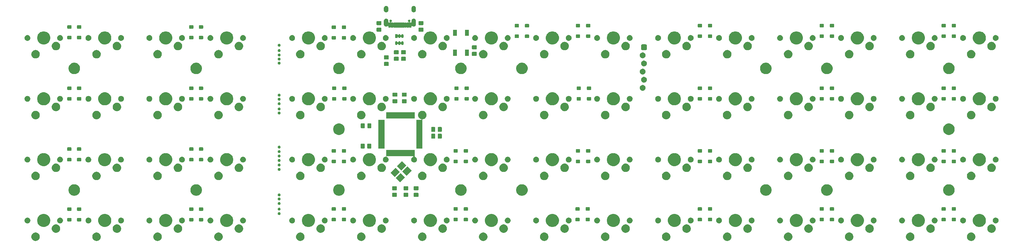
<source format=gbr>
G04 #@! TF.GenerationSoftware,KiCad,Pcbnew,(5.1.2-1)-1*
G04 #@! TF.CreationDate,2020-05-23T15:37:47-05:00*
G04 #@! TF.ProjectId,therick48.16SP,74686572-6963-46b3-9438-2e313653502e,rev?*
G04 #@! TF.SameCoordinates,Original*
G04 #@! TF.FileFunction,Soldermask,Bot*
G04 #@! TF.FilePolarity,Negative*
%FSLAX46Y46*%
G04 Gerber Fmt 4.6, Leading zero omitted, Abs format (unit mm)*
G04 Created by KiCad (PCBNEW (5.1.2-1)-1) date 2020-05-23 15:37:47*
%MOMM*%
%LPD*%
G04 APERTURE LIST*
%ADD10C,0.100000*%
G04 APERTURE END LIST*
D10*
G36*
X351497713Y-113224384D02*
G01*
X351625321Y-113249767D01*
X351766147Y-113308099D01*
X351865726Y-113349346D01*
X351865727Y-113349347D01*
X352082088Y-113493914D01*
X352266087Y-113677913D01*
X352362684Y-113822481D01*
X352410655Y-113894275D01*
X352451902Y-113993854D01*
X352510234Y-114134680D01*
X352510234Y-114134682D01*
X352560942Y-114389605D01*
X352560999Y-114389895D01*
X352560999Y-114650109D01*
X352510234Y-114905324D01*
X352451902Y-115046150D01*
X352410655Y-115145729D01*
X352410654Y-115145730D01*
X352266087Y-115362091D01*
X352082088Y-115546090D01*
X351937520Y-115642687D01*
X351865726Y-115690658D01*
X351766147Y-115731905D01*
X351625321Y-115790237D01*
X351497714Y-115815619D01*
X351370108Y-115841002D01*
X351109890Y-115841002D01*
X350982284Y-115815619D01*
X350854677Y-115790237D01*
X350713851Y-115731905D01*
X350614272Y-115690658D01*
X350542478Y-115642687D01*
X350397910Y-115546090D01*
X350213911Y-115362091D01*
X350069344Y-115145730D01*
X350069343Y-115145729D01*
X350028096Y-115046150D01*
X349969764Y-114905324D01*
X349918999Y-114650109D01*
X349918999Y-114389895D01*
X349919057Y-114389605D01*
X349969764Y-114134682D01*
X349969764Y-114134680D01*
X350028096Y-113993854D01*
X350069343Y-113894275D01*
X350117314Y-113822481D01*
X350213911Y-113677913D01*
X350397910Y-113493914D01*
X350614271Y-113349347D01*
X350614272Y-113349346D01*
X350713851Y-113308099D01*
X350854677Y-113249767D01*
X350982285Y-113224384D01*
X351109890Y-113199002D01*
X351370108Y-113199002D01*
X351497713Y-113224384D01*
X351497713Y-113224384D01*
G37*
G36*
X218497713Y-113224384D02*
G01*
X218625321Y-113249767D01*
X218766147Y-113308099D01*
X218865726Y-113349346D01*
X218865727Y-113349347D01*
X219082088Y-113493914D01*
X219266087Y-113677913D01*
X219362684Y-113822481D01*
X219410655Y-113894275D01*
X219451902Y-113993854D01*
X219510234Y-114134680D01*
X219510234Y-114134682D01*
X219560942Y-114389605D01*
X219560999Y-114389895D01*
X219560999Y-114650109D01*
X219510234Y-114905324D01*
X219451902Y-115046150D01*
X219410655Y-115145729D01*
X219410654Y-115145730D01*
X219266087Y-115362091D01*
X219082088Y-115546090D01*
X218937520Y-115642687D01*
X218865726Y-115690658D01*
X218766147Y-115731905D01*
X218625321Y-115790237D01*
X218497714Y-115815619D01*
X218370108Y-115841002D01*
X218109890Y-115841002D01*
X217982284Y-115815619D01*
X217854677Y-115790237D01*
X217713851Y-115731905D01*
X217614272Y-115690658D01*
X217542478Y-115642687D01*
X217397910Y-115546090D01*
X217213911Y-115362091D01*
X217069344Y-115145730D01*
X217069343Y-115145729D01*
X217028096Y-115046150D01*
X216969764Y-114905324D01*
X216918999Y-114650109D01*
X216918999Y-114389895D01*
X216919057Y-114389605D01*
X216969764Y-114134682D01*
X216969764Y-114134680D01*
X217028096Y-113993854D01*
X217069343Y-113894275D01*
X217117314Y-113822481D01*
X217213911Y-113677913D01*
X217397910Y-113493914D01*
X217614271Y-113349347D01*
X217614272Y-113349346D01*
X217713851Y-113308099D01*
X217854677Y-113249767D01*
X217982285Y-113224384D01*
X218109890Y-113199002D01*
X218370108Y-113199002D01*
X218497713Y-113224384D01*
X218497713Y-113224384D01*
G37*
G36*
X180497713Y-113224384D02*
G01*
X180625321Y-113249767D01*
X180766147Y-113308099D01*
X180865726Y-113349346D01*
X180865727Y-113349347D01*
X181082088Y-113493914D01*
X181266087Y-113677913D01*
X181362684Y-113822481D01*
X181410655Y-113894275D01*
X181451902Y-113993854D01*
X181510234Y-114134680D01*
X181510234Y-114134682D01*
X181560942Y-114389605D01*
X181560999Y-114389895D01*
X181560999Y-114650109D01*
X181510234Y-114905324D01*
X181451902Y-115046150D01*
X181410655Y-115145729D01*
X181410654Y-115145730D01*
X181266087Y-115362091D01*
X181082088Y-115546090D01*
X180937520Y-115642687D01*
X180865726Y-115690658D01*
X180766147Y-115731905D01*
X180625321Y-115790237D01*
X180497714Y-115815619D01*
X180370108Y-115841002D01*
X180109890Y-115841002D01*
X179982284Y-115815619D01*
X179854677Y-115790237D01*
X179713851Y-115731905D01*
X179614272Y-115690658D01*
X179542478Y-115642687D01*
X179397910Y-115546090D01*
X179213911Y-115362091D01*
X179069344Y-115145730D01*
X179069343Y-115145729D01*
X179028096Y-115046150D01*
X178969764Y-114905324D01*
X178918999Y-114650109D01*
X178918999Y-114389895D01*
X178919057Y-114389605D01*
X178969764Y-114134682D01*
X178969764Y-114134680D01*
X179028096Y-113993854D01*
X179069343Y-113894275D01*
X179117314Y-113822481D01*
X179213911Y-113677913D01*
X179397910Y-113493914D01*
X179614271Y-113349347D01*
X179614272Y-113349346D01*
X179713851Y-113308099D01*
X179854677Y-113249767D01*
X179982285Y-113224384D01*
X180109890Y-113199002D01*
X180370108Y-113199002D01*
X180497713Y-113224384D01*
X180497713Y-113224384D01*
G37*
G36*
X161497713Y-113224384D02*
G01*
X161625321Y-113249767D01*
X161766147Y-113308099D01*
X161865726Y-113349346D01*
X161865727Y-113349347D01*
X162082088Y-113493914D01*
X162266087Y-113677913D01*
X162362684Y-113822481D01*
X162410655Y-113894275D01*
X162451902Y-113993854D01*
X162510234Y-114134680D01*
X162510234Y-114134682D01*
X162560942Y-114389605D01*
X162560999Y-114389895D01*
X162560999Y-114650109D01*
X162510234Y-114905324D01*
X162451902Y-115046150D01*
X162410655Y-115145729D01*
X162410654Y-115145730D01*
X162266087Y-115362091D01*
X162082088Y-115546090D01*
X161937520Y-115642687D01*
X161865726Y-115690658D01*
X161766147Y-115731905D01*
X161625321Y-115790237D01*
X161497714Y-115815619D01*
X161370108Y-115841002D01*
X161109890Y-115841002D01*
X160982284Y-115815619D01*
X160854677Y-115790237D01*
X160713851Y-115731905D01*
X160614272Y-115690658D01*
X160542478Y-115642687D01*
X160397910Y-115546090D01*
X160213911Y-115362091D01*
X160069344Y-115145730D01*
X160069343Y-115145729D01*
X160028096Y-115046150D01*
X159969764Y-114905324D01*
X159918999Y-114650109D01*
X159918999Y-114389895D01*
X159919057Y-114389605D01*
X159969764Y-114134682D01*
X159969764Y-114134680D01*
X160028096Y-113993854D01*
X160069343Y-113894275D01*
X160117314Y-113822481D01*
X160213911Y-113677913D01*
X160397910Y-113493914D01*
X160614271Y-113349347D01*
X160614272Y-113349346D01*
X160713851Y-113308099D01*
X160854677Y-113249767D01*
X160982285Y-113224384D01*
X161109890Y-113199002D01*
X161370108Y-113199002D01*
X161497713Y-113224384D01*
X161497713Y-113224384D01*
G37*
G36*
X142497333Y-113224384D02*
G01*
X142624941Y-113249767D01*
X142765767Y-113308099D01*
X142865346Y-113349346D01*
X142865347Y-113349347D01*
X143081708Y-113493914D01*
X143265707Y-113677913D01*
X143362304Y-113822481D01*
X143410275Y-113894275D01*
X143451522Y-113993854D01*
X143509854Y-114134680D01*
X143509854Y-114134682D01*
X143560562Y-114389605D01*
X143560619Y-114389895D01*
X143560619Y-114650109D01*
X143509854Y-114905324D01*
X143451522Y-115046150D01*
X143410275Y-115145729D01*
X143410274Y-115145730D01*
X143265707Y-115362091D01*
X143081708Y-115546090D01*
X142937140Y-115642687D01*
X142865346Y-115690658D01*
X142765767Y-115731905D01*
X142624941Y-115790237D01*
X142497334Y-115815619D01*
X142369728Y-115841002D01*
X142109510Y-115841002D01*
X141981904Y-115815619D01*
X141854297Y-115790237D01*
X141713471Y-115731905D01*
X141613892Y-115690658D01*
X141542098Y-115642687D01*
X141397530Y-115546090D01*
X141213531Y-115362091D01*
X141068964Y-115145730D01*
X141068963Y-115145729D01*
X141027716Y-115046150D01*
X140969384Y-114905324D01*
X140918619Y-114650109D01*
X140918619Y-114389895D01*
X140918677Y-114389605D01*
X140969384Y-114134682D01*
X140969384Y-114134680D01*
X141027716Y-113993854D01*
X141068963Y-113894275D01*
X141116934Y-113822481D01*
X141213531Y-113677913D01*
X141397530Y-113493914D01*
X141613891Y-113349347D01*
X141613892Y-113349346D01*
X141713471Y-113308099D01*
X141854297Y-113249767D01*
X141981905Y-113224384D01*
X142109510Y-113199002D01*
X142369728Y-113199002D01*
X142497333Y-113224384D01*
X142497333Y-113224384D01*
G37*
G36*
X237497084Y-113224095D02*
G01*
X237624691Y-113249477D01*
X237765517Y-113307809D01*
X237865096Y-113349056D01*
X237936890Y-113397027D01*
X238081458Y-113493624D01*
X238265457Y-113677623D01*
X238265651Y-113677914D01*
X238410025Y-113893985D01*
X238410145Y-113894275D01*
X238509604Y-114134390D01*
X238509662Y-114134682D01*
X238560369Y-114389603D01*
X238560369Y-114649821D01*
X238560311Y-114650111D01*
X238509604Y-114905034D01*
X238451272Y-115045860D01*
X238410025Y-115145439D01*
X238362054Y-115217233D01*
X238265457Y-115361801D01*
X238081458Y-115545800D01*
X237936890Y-115642397D01*
X237865096Y-115690368D01*
X237765517Y-115731615D01*
X237624691Y-115789947D01*
X237497084Y-115815329D01*
X237369478Y-115840712D01*
X237109260Y-115840712D01*
X236981654Y-115815329D01*
X236854047Y-115789947D01*
X236713221Y-115731615D01*
X236613642Y-115690368D01*
X236541848Y-115642397D01*
X236397280Y-115545800D01*
X236213281Y-115361801D01*
X236116684Y-115217233D01*
X236068713Y-115145439D01*
X236027466Y-115045860D01*
X235969134Y-114905034D01*
X235918427Y-114650111D01*
X235918369Y-114649821D01*
X235918369Y-114389603D01*
X235969076Y-114134682D01*
X235969134Y-114134390D01*
X236068593Y-113894275D01*
X236068713Y-113893985D01*
X236213087Y-113677914D01*
X236213281Y-113677623D01*
X236397280Y-113493624D01*
X236541848Y-113397027D01*
X236613642Y-113349056D01*
X236713221Y-113307809D01*
X236854047Y-113249477D01*
X236981654Y-113224095D01*
X237109260Y-113198712D01*
X237369478Y-113198712D01*
X237497084Y-113224095D01*
X237497084Y-113224095D01*
G37*
G36*
X199497184Y-113224095D02*
G01*
X199624791Y-113249477D01*
X199765617Y-113307809D01*
X199865196Y-113349056D01*
X199936990Y-113397027D01*
X200081558Y-113493624D01*
X200265557Y-113677623D01*
X200265751Y-113677914D01*
X200410125Y-113893985D01*
X200410245Y-113894275D01*
X200509704Y-114134390D01*
X200509762Y-114134682D01*
X200560469Y-114389603D01*
X200560469Y-114649821D01*
X200560411Y-114650111D01*
X200509704Y-114905034D01*
X200451372Y-115045860D01*
X200410125Y-115145439D01*
X200362154Y-115217233D01*
X200265557Y-115361801D01*
X200081558Y-115545800D01*
X199936990Y-115642397D01*
X199865196Y-115690368D01*
X199765617Y-115731615D01*
X199624791Y-115789947D01*
X199497184Y-115815329D01*
X199369578Y-115840712D01*
X199109360Y-115840712D01*
X198981754Y-115815329D01*
X198854147Y-115789947D01*
X198713321Y-115731615D01*
X198613742Y-115690368D01*
X198541948Y-115642397D01*
X198397380Y-115545800D01*
X198213381Y-115361801D01*
X198116784Y-115217233D01*
X198068813Y-115145439D01*
X198027566Y-115045860D01*
X197969234Y-114905034D01*
X197918527Y-114650111D01*
X197918469Y-114649821D01*
X197918469Y-114389603D01*
X197969176Y-114134682D01*
X197969234Y-114134390D01*
X198068693Y-113894275D01*
X198068813Y-113893985D01*
X198213187Y-113677914D01*
X198213381Y-113677623D01*
X198397380Y-113493624D01*
X198541948Y-113397027D01*
X198613742Y-113349056D01*
X198713321Y-113307809D01*
X198854147Y-113249477D01*
X198981754Y-113224095D01*
X199109360Y-113198712D01*
X199369578Y-113198712D01*
X199497184Y-113224095D01*
X199497184Y-113224095D01*
G37*
G36*
X117037401Y-113224095D02*
G01*
X117165008Y-113249477D01*
X117305834Y-113307809D01*
X117405413Y-113349056D01*
X117477207Y-113397027D01*
X117621775Y-113493624D01*
X117805774Y-113677623D01*
X117805968Y-113677914D01*
X117950342Y-113893985D01*
X117950462Y-113894275D01*
X118049921Y-114134390D01*
X118049979Y-114134682D01*
X118100686Y-114389603D01*
X118100686Y-114649821D01*
X118100628Y-114650111D01*
X118049921Y-114905034D01*
X117991589Y-115045860D01*
X117950342Y-115145439D01*
X117902371Y-115217233D01*
X117805774Y-115361801D01*
X117621775Y-115545800D01*
X117477207Y-115642397D01*
X117405413Y-115690368D01*
X117305834Y-115731615D01*
X117165008Y-115789947D01*
X117037401Y-115815329D01*
X116909795Y-115840712D01*
X116649577Y-115840712D01*
X116521971Y-115815329D01*
X116394364Y-115789947D01*
X116253538Y-115731615D01*
X116153959Y-115690368D01*
X116082165Y-115642397D01*
X115937597Y-115545800D01*
X115753598Y-115361801D01*
X115657001Y-115217233D01*
X115609030Y-115145439D01*
X115567783Y-115045860D01*
X115509451Y-114905034D01*
X115458744Y-114650111D01*
X115458686Y-114649821D01*
X115458686Y-114389603D01*
X115509393Y-114134682D01*
X115509451Y-114134390D01*
X115608910Y-113894275D01*
X115609030Y-113893985D01*
X115753404Y-113677914D01*
X115753598Y-113677623D01*
X115937597Y-113493624D01*
X116082165Y-113397027D01*
X116153959Y-113349056D01*
X116253538Y-113307809D01*
X116394364Y-113249477D01*
X116521971Y-113224095D01*
X116649577Y-113198712D01*
X116909795Y-113198712D01*
X117037401Y-113224095D01*
X117037401Y-113224095D01*
G37*
G36*
X98037451Y-113224095D02*
G01*
X98165058Y-113249477D01*
X98305884Y-113307809D01*
X98405463Y-113349056D01*
X98477257Y-113397027D01*
X98621825Y-113493624D01*
X98805824Y-113677623D01*
X98806018Y-113677914D01*
X98950392Y-113893985D01*
X98950512Y-113894275D01*
X99049971Y-114134390D01*
X99050029Y-114134682D01*
X99100736Y-114389603D01*
X99100736Y-114649821D01*
X99100678Y-114650111D01*
X99049971Y-114905034D01*
X98991639Y-115045860D01*
X98950392Y-115145439D01*
X98902421Y-115217233D01*
X98805824Y-115361801D01*
X98621825Y-115545800D01*
X98477257Y-115642397D01*
X98405463Y-115690368D01*
X98305884Y-115731615D01*
X98165058Y-115789947D01*
X98037451Y-115815329D01*
X97909845Y-115840712D01*
X97649627Y-115840712D01*
X97522021Y-115815329D01*
X97394414Y-115789947D01*
X97253588Y-115731615D01*
X97154009Y-115690368D01*
X97082215Y-115642397D01*
X96937647Y-115545800D01*
X96753648Y-115361801D01*
X96657051Y-115217233D01*
X96609080Y-115145439D01*
X96567833Y-115045860D01*
X96509501Y-114905034D01*
X96458794Y-114650111D01*
X96458736Y-114649821D01*
X96458736Y-114389603D01*
X96509443Y-114134682D01*
X96509501Y-114134390D01*
X96608960Y-113894275D01*
X96609080Y-113893985D01*
X96753454Y-113677914D01*
X96753648Y-113677623D01*
X96937647Y-113493624D01*
X97082215Y-113397027D01*
X97154009Y-113349056D01*
X97253588Y-113307809D01*
X97394414Y-113249477D01*
X97522021Y-113224095D01*
X97649627Y-113198712D01*
X97909845Y-113198712D01*
X98037451Y-113224095D01*
X98037451Y-113224095D01*
G37*
G36*
X79037501Y-113224095D02*
G01*
X79165108Y-113249477D01*
X79305934Y-113307809D01*
X79405513Y-113349056D01*
X79477307Y-113397027D01*
X79621875Y-113493624D01*
X79805874Y-113677623D01*
X79806068Y-113677914D01*
X79950442Y-113893985D01*
X79950562Y-113894275D01*
X80050021Y-114134390D01*
X80050079Y-114134682D01*
X80100786Y-114389603D01*
X80100786Y-114649821D01*
X80100728Y-114650111D01*
X80050021Y-114905034D01*
X79991689Y-115045860D01*
X79950442Y-115145439D01*
X79902471Y-115217233D01*
X79805874Y-115361801D01*
X79621875Y-115545800D01*
X79477307Y-115642397D01*
X79405513Y-115690368D01*
X79305934Y-115731615D01*
X79165108Y-115789947D01*
X79037501Y-115815329D01*
X78909895Y-115840712D01*
X78649677Y-115840712D01*
X78522071Y-115815329D01*
X78394464Y-115789947D01*
X78253638Y-115731615D01*
X78154059Y-115690368D01*
X78082265Y-115642397D01*
X77937697Y-115545800D01*
X77753698Y-115361801D01*
X77657101Y-115217233D01*
X77609130Y-115145439D01*
X77567883Y-115045860D01*
X77509551Y-114905034D01*
X77458844Y-114650111D01*
X77458786Y-114649821D01*
X77458786Y-114389603D01*
X77509493Y-114134682D01*
X77509551Y-114134390D01*
X77609010Y-113894275D01*
X77609130Y-113893985D01*
X77753504Y-113677914D01*
X77753698Y-113677623D01*
X77937697Y-113493624D01*
X78082265Y-113397027D01*
X78154059Y-113349056D01*
X78253638Y-113307809D01*
X78394464Y-113249477D01*
X78522071Y-113224095D01*
X78649677Y-113198712D01*
X78909895Y-113198712D01*
X79037501Y-113224095D01*
X79037501Y-113224095D01*
G37*
G36*
X60037551Y-113224095D02*
G01*
X60165158Y-113249477D01*
X60305984Y-113307809D01*
X60405563Y-113349056D01*
X60477357Y-113397027D01*
X60621925Y-113493624D01*
X60805924Y-113677623D01*
X60806118Y-113677914D01*
X60950492Y-113893985D01*
X60950612Y-113894275D01*
X61050071Y-114134390D01*
X61050129Y-114134682D01*
X61100836Y-114389603D01*
X61100836Y-114649821D01*
X61100778Y-114650111D01*
X61050071Y-114905034D01*
X60991739Y-115045860D01*
X60950492Y-115145439D01*
X60902521Y-115217233D01*
X60805924Y-115361801D01*
X60621925Y-115545800D01*
X60477357Y-115642397D01*
X60405563Y-115690368D01*
X60305984Y-115731615D01*
X60165158Y-115789947D01*
X60037551Y-115815329D01*
X59909945Y-115840712D01*
X59649727Y-115840712D01*
X59522121Y-115815329D01*
X59394514Y-115789947D01*
X59253688Y-115731615D01*
X59154109Y-115690368D01*
X59082315Y-115642397D01*
X58937747Y-115545800D01*
X58753748Y-115361801D01*
X58657151Y-115217233D01*
X58609180Y-115145439D01*
X58567933Y-115045860D01*
X58509601Y-114905034D01*
X58458894Y-114650111D01*
X58458836Y-114649821D01*
X58458836Y-114389603D01*
X58509543Y-114134682D01*
X58509601Y-114134390D01*
X58609060Y-113894275D01*
X58609180Y-113893985D01*
X58753554Y-113677914D01*
X58753748Y-113677623D01*
X58937747Y-113493624D01*
X59082315Y-113397027D01*
X59154109Y-113349056D01*
X59253688Y-113307809D01*
X59394514Y-113249477D01*
X59522121Y-113224095D01*
X59649727Y-113198712D01*
X59909945Y-113198712D01*
X60037551Y-113224095D01*
X60037551Y-113224095D01*
G37*
G36*
X256497034Y-113224095D02*
G01*
X256624641Y-113249477D01*
X256765467Y-113307809D01*
X256865046Y-113349056D01*
X256936840Y-113397027D01*
X257081408Y-113493624D01*
X257265407Y-113677623D01*
X257265601Y-113677914D01*
X257409975Y-113893985D01*
X257410095Y-113894275D01*
X257509554Y-114134390D01*
X257509612Y-114134682D01*
X257560319Y-114389603D01*
X257560319Y-114649821D01*
X257560261Y-114650111D01*
X257509554Y-114905034D01*
X257451222Y-115045860D01*
X257409975Y-115145439D01*
X257362004Y-115217233D01*
X257265407Y-115361801D01*
X257081408Y-115545800D01*
X256936840Y-115642397D01*
X256865046Y-115690368D01*
X256765467Y-115731615D01*
X256624641Y-115789947D01*
X256497034Y-115815329D01*
X256369428Y-115840712D01*
X256109210Y-115840712D01*
X255981604Y-115815329D01*
X255853997Y-115789947D01*
X255713171Y-115731615D01*
X255613592Y-115690368D01*
X255541798Y-115642397D01*
X255397230Y-115545800D01*
X255213231Y-115361801D01*
X255116634Y-115217233D01*
X255068663Y-115145439D01*
X255027416Y-115045860D01*
X254969084Y-114905034D01*
X254918377Y-114650111D01*
X254918319Y-114649821D01*
X254918319Y-114389603D01*
X254969026Y-114134682D01*
X254969084Y-114134390D01*
X255068543Y-113894275D01*
X255068663Y-113893985D01*
X255213037Y-113677914D01*
X255213231Y-113677623D01*
X255397230Y-113493624D01*
X255541798Y-113397027D01*
X255613592Y-113349056D01*
X255713171Y-113307809D01*
X255853997Y-113249477D01*
X255981604Y-113224095D01*
X256109210Y-113198712D01*
X256369428Y-113198712D01*
X256497034Y-113224095D01*
X256497034Y-113224095D01*
G37*
G36*
X275496984Y-113224095D02*
G01*
X275624591Y-113249477D01*
X275765417Y-113307809D01*
X275864996Y-113349056D01*
X275936790Y-113397027D01*
X276081358Y-113493624D01*
X276265357Y-113677623D01*
X276265551Y-113677914D01*
X276409925Y-113893985D01*
X276410045Y-113894275D01*
X276509504Y-114134390D01*
X276509562Y-114134682D01*
X276560269Y-114389603D01*
X276560269Y-114649821D01*
X276560211Y-114650111D01*
X276509504Y-114905034D01*
X276451172Y-115045860D01*
X276409925Y-115145439D01*
X276361954Y-115217233D01*
X276265357Y-115361801D01*
X276081358Y-115545800D01*
X275936790Y-115642397D01*
X275864996Y-115690368D01*
X275765417Y-115731615D01*
X275624591Y-115789947D01*
X275496984Y-115815329D01*
X275369378Y-115840712D01*
X275109160Y-115840712D01*
X274981554Y-115815329D01*
X274853947Y-115789947D01*
X274713121Y-115731615D01*
X274613542Y-115690368D01*
X274541748Y-115642397D01*
X274397180Y-115545800D01*
X274213181Y-115361801D01*
X274116584Y-115217233D01*
X274068613Y-115145439D01*
X274027366Y-115045860D01*
X273969034Y-114905034D01*
X273918327Y-114650111D01*
X273918269Y-114649821D01*
X273918269Y-114389603D01*
X273968976Y-114134682D01*
X273969034Y-114134390D01*
X274068493Y-113894275D01*
X274068613Y-113893985D01*
X274212987Y-113677914D01*
X274213181Y-113677623D01*
X274397180Y-113493624D01*
X274541748Y-113397027D01*
X274613542Y-113349056D01*
X274713121Y-113307809D01*
X274853947Y-113249477D01*
X274981554Y-113224095D01*
X275109160Y-113198712D01*
X275369378Y-113198712D01*
X275496984Y-113224095D01*
X275496984Y-113224095D01*
G37*
G36*
X294496934Y-113224095D02*
G01*
X294624541Y-113249477D01*
X294765367Y-113307809D01*
X294864946Y-113349056D01*
X294936740Y-113397027D01*
X295081308Y-113493624D01*
X295265307Y-113677623D01*
X295265501Y-113677914D01*
X295409875Y-113893985D01*
X295409995Y-113894275D01*
X295509454Y-114134390D01*
X295509512Y-114134682D01*
X295560219Y-114389603D01*
X295560219Y-114649821D01*
X295560161Y-114650111D01*
X295509454Y-114905034D01*
X295451122Y-115045860D01*
X295409875Y-115145439D01*
X295361904Y-115217233D01*
X295265307Y-115361801D01*
X295081308Y-115545800D01*
X294936740Y-115642397D01*
X294864946Y-115690368D01*
X294765367Y-115731615D01*
X294624541Y-115789947D01*
X294496934Y-115815329D01*
X294369328Y-115840712D01*
X294109110Y-115840712D01*
X293981504Y-115815329D01*
X293853897Y-115789947D01*
X293713071Y-115731615D01*
X293613492Y-115690368D01*
X293541698Y-115642397D01*
X293397130Y-115545800D01*
X293213131Y-115361801D01*
X293116534Y-115217233D01*
X293068563Y-115145439D01*
X293027316Y-115045860D01*
X292968984Y-114905034D01*
X292918277Y-114650111D01*
X292918219Y-114649821D01*
X292918219Y-114389603D01*
X292968926Y-114134682D01*
X292968984Y-114134390D01*
X293068443Y-113894275D01*
X293068563Y-113893985D01*
X293212937Y-113677914D01*
X293213131Y-113677623D01*
X293397130Y-113493624D01*
X293541698Y-113397027D01*
X293613492Y-113349056D01*
X293713071Y-113307809D01*
X293853897Y-113249477D01*
X293981504Y-113224095D01*
X294109110Y-113198712D01*
X294369328Y-113198712D01*
X294496934Y-113224095D01*
X294496934Y-113224095D01*
G37*
G36*
X313496884Y-113224095D02*
G01*
X313624491Y-113249477D01*
X313765317Y-113307809D01*
X313864896Y-113349056D01*
X313936690Y-113397027D01*
X314081258Y-113493624D01*
X314265257Y-113677623D01*
X314265451Y-113677914D01*
X314409825Y-113893985D01*
X314409945Y-113894275D01*
X314509404Y-114134390D01*
X314509462Y-114134682D01*
X314560169Y-114389603D01*
X314560169Y-114649821D01*
X314560111Y-114650111D01*
X314509404Y-114905034D01*
X314451072Y-115045860D01*
X314409825Y-115145439D01*
X314361854Y-115217233D01*
X314265257Y-115361801D01*
X314081258Y-115545800D01*
X313936690Y-115642397D01*
X313864896Y-115690368D01*
X313765317Y-115731615D01*
X313624491Y-115789947D01*
X313496884Y-115815329D01*
X313369278Y-115840712D01*
X313109060Y-115840712D01*
X312981454Y-115815329D01*
X312853847Y-115789947D01*
X312713021Y-115731615D01*
X312613442Y-115690368D01*
X312541648Y-115642397D01*
X312397080Y-115545800D01*
X312213081Y-115361801D01*
X312116484Y-115217233D01*
X312068513Y-115145439D01*
X312027266Y-115045860D01*
X311968934Y-114905034D01*
X311918227Y-114650111D01*
X311918169Y-114649821D01*
X311918169Y-114389603D01*
X311968876Y-114134682D01*
X311968934Y-114134390D01*
X312068393Y-113894275D01*
X312068513Y-113893985D01*
X312212887Y-113677914D01*
X312213081Y-113677623D01*
X312397080Y-113493624D01*
X312541648Y-113397027D01*
X312613442Y-113349056D01*
X312713021Y-113307809D01*
X312853847Y-113249477D01*
X312981454Y-113224095D01*
X313109060Y-113198712D01*
X313369278Y-113198712D01*
X313496884Y-113224095D01*
X313496884Y-113224095D01*
G37*
G36*
X332496834Y-113224095D02*
G01*
X332624441Y-113249477D01*
X332765267Y-113307809D01*
X332864846Y-113349056D01*
X332936640Y-113397027D01*
X333081208Y-113493624D01*
X333265207Y-113677623D01*
X333265401Y-113677914D01*
X333409775Y-113893985D01*
X333409895Y-113894275D01*
X333509354Y-114134390D01*
X333509412Y-114134682D01*
X333560119Y-114389603D01*
X333560119Y-114649821D01*
X333560061Y-114650111D01*
X333509354Y-114905034D01*
X333451022Y-115045860D01*
X333409775Y-115145439D01*
X333361804Y-115217233D01*
X333265207Y-115361801D01*
X333081208Y-115545800D01*
X332936640Y-115642397D01*
X332864846Y-115690368D01*
X332765267Y-115731615D01*
X332624441Y-115789947D01*
X332496834Y-115815329D01*
X332369228Y-115840712D01*
X332109010Y-115840712D01*
X331981404Y-115815329D01*
X331853797Y-115789947D01*
X331712971Y-115731615D01*
X331613392Y-115690368D01*
X331541598Y-115642397D01*
X331397030Y-115545800D01*
X331213031Y-115361801D01*
X331116434Y-115217233D01*
X331068463Y-115145439D01*
X331027216Y-115045860D01*
X330968884Y-114905034D01*
X330918177Y-114650111D01*
X330918119Y-114649821D01*
X330918119Y-114389603D01*
X330968826Y-114134682D01*
X330968884Y-114134390D01*
X331068343Y-113894275D01*
X331068463Y-113893985D01*
X331212837Y-113677914D01*
X331213031Y-113677623D01*
X331397030Y-113493624D01*
X331541598Y-113397027D01*
X331613392Y-113349056D01*
X331712971Y-113307809D01*
X331853797Y-113249477D01*
X331981404Y-113224095D01*
X332109010Y-113198712D01*
X332369228Y-113198712D01*
X332496834Y-113224095D01*
X332496834Y-113224095D01*
G37*
G36*
X357847714Y-110684385D02*
G01*
X357975321Y-110709767D01*
X358116147Y-110768099D01*
X358215726Y-110809346D01*
X358215727Y-110809347D01*
X358432088Y-110953914D01*
X358616087Y-111137913D01*
X358692236Y-111251879D01*
X358760655Y-111354275D01*
X358801902Y-111453854D01*
X358860234Y-111594680D01*
X358860234Y-111594682D01*
X358910942Y-111849605D01*
X358910999Y-111849895D01*
X358910999Y-112110109D01*
X358860234Y-112365324D01*
X358801902Y-112506150D01*
X358760655Y-112605729D01*
X358760654Y-112605730D01*
X358616087Y-112822091D01*
X358432088Y-113006090D01*
X358287520Y-113102687D01*
X358215726Y-113150658D01*
X358116147Y-113191905D01*
X357975321Y-113250237D01*
X357847713Y-113275620D01*
X357720108Y-113301002D01*
X357459890Y-113301002D01*
X357332285Y-113275620D01*
X357204677Y-113250237D01*
X357063851Y-113191905D01*
X356964272Y-113150658D01*
X356892478Y-113102687D01*
X356747910Y-113006090D01*
X356563911Y-112822091D01*
X356419344Y-112605730D01*
X356419343Y-112605729D01*
X356378096Y-112506150D01*
X356319764Y-112365324D01*
X356268999Y-112110109D01*
X356268999Y-111849895D01*
X356269057Y-111849605D01*
X356319764Y-111594682D01*
X356319764Y-111594680D01*
X356378096Y-111453854D01*
X356419343Y-111354275D01*
X356487762Y-111251879D01*
X356563911Y-111137913D01*
X356747910Y-110953914D01*
X356964271Y-110809347D01*
X356964272Y-110809346D01*
X357063851Y-110768099D01*
X357204677Y-110709767D01*
X357332284Y-110684385D01*
X357459890Y-110659002D01*
X357720108Y-110659002D01*
X357847714Y-110684385D01*
X357847714Y-110684385D01*
G37*
G36*
X224847714Y-110684385D02*
G01*
X224975321Y-110709767D01*
X225116147Y-110768099D01*
X225215726Y-110809346D01*
X225215727Y-110809347D01*
X225432088Y-110953914D01*
X225616087Y-111137913D01*
X225692236Y-111251879D01*
X225760655Y-111354275D01*
X225801902Y-111453854D01*
X225860234Y-111594680D01*
X225860234Y-111594682D01*
X225910942Y-111849605D01*
X225910999Y-111849895D01*
X225910999Y-112110109D01*
X225860234Y-112365324D01*
X225801902Y-112506150D01*
X225760655Y-112605729D01*
X225760654Y-112605730D01*
X225616087Y-112822091D01*
X225432088Y-113006090D01*
X225287520Y-113102687D01*
X225215726Y-113150658D01*
X225116147Y-113191905D01*
X224975321Y-113250237D01*
X224847713Y-113275620D01*
X224720108Y-113301002D01*
X224459890Y-113301002D01*
X224332285Y-113275620D01*
X224204677Y-113250237D01*
X224063851Y-113191905D01*
X223964272Y-113150658D01*
X223892478Y-113102687D01*
X223747910Y-113006090D01*
X223563911Y-112822091D01*
X223419344Y-112605730D01*
X223419343Y-112605729D01*
X223378096Y-112506150D01*
X223319764Y-112365324D01*
X223268999Y-112110109D01*
X223268999Y-111849895D01*
X223269057Y-111849605D01*
X223319764Y-111594682D01*
X223319764Y-111594680D01*
X223378096Y-111453854D01*
X223419343Y-111354275D01*
X223487762Y-111251879D01*
X223563911Y-111137913D01*
X223747910Y-110953914D01*
X223964271Y-110809347D01*
X223964272Y-110809346D01*
X224063851Y-110768099D01*
X224204677Y-110709767D01*
X224332284Y-110684385D01*
X224459890Y-110659002D01*
X224720108Y-110659002D01*
X224847714Y-110684385D01*
X224847714Y-110684385D01*
G37*
G36*
X186847714Y-110684385D02*
G01*
X186975321Y-110709767D01*
X187116147Y-110768099D01*
X187215726Y-110809346D01*
X187215727Y-110809347D01*
X187432088Y-110953914D01*
X187616087Y-111137913D01*
X187692236Y-111251879D01*
X187760655Y-111354275D01*
X187801902Y-111453854D01*
X187860234Y-111594680D01*
X187860234Y-111594682D01*
X187910942Y-111849605D01*
X187910999Y-111849895D01*
X187910999Y-112110109D01*
X187860234Y-112365324D01*
X187801902Y-112506150D01*
X187760655Y-112605729D01*
X187760654Y-112605730D01*
X187616087Y-112822091D01*
X187432088Y-113006090D01*
X187287520Y-113102687D01*
X187215726Y-113150658D01*
X187116147Y-113191905D01*
X186975321Y-113250237D01*
X186847713Y-113275620D01*
X186720108Y-113301002D01*
X186459890Y-113301002D01*
X186332285Y-113275620D01*
X186204677Y-113250237D01*
X186063851Y-113191905D01*
X185964272Y-113150658D01*
X185892478Y-113102687D01*
X185747910Y-113006090D01*
X185563911Y-112822091D01*
X185419344Y-112605730D01*
X185419343Y-112605729D01*
X185378096Y-112506150D01*
X185319764Y-112365324D01*
X185268999Y-112110109D01*
X185268999Y-111849895D01*
X185269057Y-111849605D01*
X185319764Y-111594682D01*
X185319764Y-111594680D01*
X185378096Y-111453854D01*
X185419343Y-111354275D01*
X185487762Y-111251879D01*
X185563911Y-111137913D01*
X185747910Y-110953914D01*
X185964271Y-110809347D01*
X185964272Y-110809346D01*
X186063851Y-110768099D01*
X186204677Y-110709767D01*
X186332284Y-110684385D01*
X186459890Y-110659002D01*
X186720108Y-110659002D01*
X186847714Y-110684385D01*
X186847714Y-110684385D01*
G37*
G36*
X167847714Y-110684385D02*
G01*
X167975321Y-110709767D01*
X168116147Y-110768099D01*
X168215726Y-110809346D01*
X168215727Y-110809347D01*
X168432088Y-110953914D01*
X168616087Y-111137913D01*
X168692236Y-111251879D01*
X168760655Y-111354275D01*
X168801902Y-111453854D01*
X168860234Y-111594680D01*
X168860234Y-111594682D01*
X168910942Y-111849605D01*
X168910999Y-111849895D01*
X168910999Y-112110109D01*
X168860234Y-112365324D01*
X168801902Y-112506150D01*
X168760655Y-112605729D01*
X168760654Y-112605730D01*
X168616087Y-112822091D01*
X168432088Y-113006090D01*
X168287520Y-113102687D01*
X168215726Y-113150658D01*
X168116147Y-113191905D01*
X167975321Y-113250237D01*
X167847713Y-113275620D01*
X167720108Y-113301002D01*
X167459890Y-113301002D01*
X167332285Y-113275620D01*
X167204677Y-113250237D01*
X167063851Y-113191905D01*
X166964272Y-113150658D01*
X166892478Y-113102687D01*
X166747910Y-113006090D01*
X166563911Y-112822091D01*
X166419344Y-112605730D01*
X166419343Y-112605729D01*
X166378096Y-112506150D01*
X166319764Y-112365324D01*
X166268999Y-112110109D01*
X166268999Y-111849895D01*
X166269057Y-111849605D01*
X166319764Y-111594682D01*
X166319764Y-111594680D01*
X166378096Y-111453854D01*
X166419343Y-111354275D01*
X166487762Y-111251879D01*
X166563911Y-111137913D01*
X166747910Y-110953914D01*
X166964271Y-110809347D01*
X166964272Y-110809346D01*
X167063851Y-110768099D01*
X167204677Y-110709767D01*
X167332284Y-110684385D01*
X167459890Y-110659002D01*
X167720108Y-110659002D01*
X167847714Y-110684385D01*
X167847714Y-110684385D01*
G37*
G36*
X148847334Y-110684385D02*
G01*
X148974941Y-110709767D01*
X149115767Y-110768099D01*
X149215346Y-110809346D01*
X149215347Y-110809347D01*
X149431708Y-110953914D01*
X149615707Y-111137913D01*
X149691856Y-111251879D01*
X149760275Y-111354275D01*
X149801522Y-111453854D01*
X149859854Y-111594680D01*
X149859854Y-111594682D01*
X149910562Y-111849605D01*
X149910619Y-111849895D01*
X149910619Y-112110109D01*
X149859854Y-112365324D01*
X149801522Y-112506150D01*
X149760275Y-112605729D01*
X149760274Y-112605730D01*
X149615707Y-112822091D01*
X149431708Y-113006090D01*
X149287140Y-113102687D01*
X149215346Y-113150658D01*
X149115767Y-113191905D01*
X148974941Y-113250237D01*
X148847333Y-113275620D01*
X148719728Y-113301002D01*
X148459510Y-113301002D01*
X148331905Y-113275620D01*
X148204297Y-113250237D01*
X148063471Y-113191905D01*
X147963892Y-113150658D01*
X147892098Y-113102687D01*
X147747530Y-113006090D01*
X147563531Y-112822091D01*
X147418964Y-112605730D01*
X147418963Y-112605729D01*
X147377716Y-112506150D01*
X147319384Y-112365324D01*
X147268619Y-112110109D01*
X147268619Y-111849895D01*
X147268677Y-111849605D01*
X147319384Y-111594682D01*
X147319384Y-111594680D01*
X147377716Y-111453854D01*
X147418963Y-111354275D01*
X147487382Y-111251879D01*
X147563531Y-111137913D01*
X147747530Y-110953914D01*
X147963891Y-110809347D01*
X147963892Y-110809346D01*
X148063471Y-110768099D01*
X148204297Y-110709767D01*
X148331904Y-110684385D01*
X148459510Y-110659002D01*
X148719728Y-110659002D01*
X148847334Y-110684385D01*
X148847334Y-110684385D01*
G37*
G36*
X123387401Y-110684095D02*
G01*
X123515008Y-110709477D01*
X123655834Y-110767809D01*
X123755413Y-110809056D01*
X123827207Y-110857027D01*
X123971775Y-110953624D01*
X124155774Y-111137623D01*
X124155968Y-111137914D01*
X124300342Y-111353985D01*
X124322018Y-111406317D01*
X124399921Y-111594390D01*
X124399979Y-111594682D01*
X124450686Y-111849603D01*
X124450686Y-112109821D01*
X124450628Y-112110111D01*
X124399921Y-112365034D01*
X124341589Y-112505860D01*
X124300342Y-112605439D01*
X124252371Y-112677233D01*
X124155774Y-112821801D01*
X123971775Y-113005800D01*
X123827207Y-113102397D01*
X123755413Y-113150368D01*
X123655834Y-113191615D01*
X123515008Y-113249947D01*
X123387401Y-113275329D01*
X123259795Y-113300712D01*
X122999577Y-113300712D01*
X122871971Y-113275329D01*
X122744364Y-113249947D01*
X122603538Y-113191615D01*
X122503959Y-113150368D01*
X122432165Y-113102397D01*
X122287597Y-113005800D01*
X122103598Y-112821801D01*
X122007001Y-112677233D01*
X121959030Y-112605439D01*
X121917783Y-112505860D01*
X121859451Y-112365034D01*
X121808744Y-112110111D01*
X121808686Y-112109821D01*
X121808686Y-111849603D01*
X121859393Y-111594682D01*
X121859451Y-111594390D01*
X121937354Y-111406317D01*
X121959030Y-111353985D01*
X122103404Y-111137914D01*
X122103598Y-111137623D01*
X122287597Y-110953624D01*
X122432165Y-110857027D01*
X122503959Y-110809056D01*
X122603538Y-110767809D01*
X122744364Y-110709477D01*
X122871971Y-110684095D01*
X122999577Y-110658712D01*
X123259795Y-110658712D01*
X123387401Y-110684095D01*
X123387401Y-110684095D01*
G37*
G36*
X104387451Y-110684095D02*
G01*
X104515058Y-110709477D01*
X104655884Y-110767809D01*
X104755463Y-110809056D01*
X104827257Y-110857027D01*
X104971825Y-110953624D01*
X105155824Y-111137623D01*
X105156018Y-111137914D01*
X105300392Y-111353985D01*
X105322068Y-111406317D01*
X105399971Y-111594390D01*
X105400029Y-111594682D01*
X105450736Y-111849603D01*
X105450736Y-112109821D01*
X105450678Y-112110111D01*
X105399971Y-112365034D01*
X105341639Y-112505860D01*
X105300392Y-112605439D01*
X105252421Y-112677233D01*
X105155824Y-112821801D01*
X104971825Y-113005800D01*
X104827257Y-113102397D01*
X104755463Y-113150368D01*
X104655884Y-113191615D01*
X104515058Y-113249947D01*
X104387451Y-113275329D01*
X104259845Y-113300712D01*
X103999627Y-113300712D01*
X103872021Y-113275329D01*
X103744414Y-113249947D01*
X103603588Y-113191615D01*
X103504009Y-113150368D01*
X103432215Y-113102397D01*
X103287647Y-113005800D01*
X103103648Y-112821801D01*
X103007051Y-112677233D01*
X102959080Y-112605439D01*
X102917833Y-112505860D01*
X102859501Y-112365034D01*
X102808794Y-112110111D01*
X102808736Y-112109821D01*
X102808736Y-111849603D01*
X102859443Y-111594682D01*
X102859501Y-111594390D01*
X102937404Y-111406317D01*
X102959080Y-111353985D01*
X103103454Y-111137914D01*
X103103648Y-111137623D01*
X103287647Y-110953624D01*
X103432215Y-110857027D01*
X103504009Y-110809056D01*
X103603588Y-110767809D01*
X103744414Y-110709477D01*
X103872021Y-110684095D01*
X103999627Y-110658712D01*
X104259845Y-110658712D01*
X104387451Y-110684095D01*
X104387451Y-110684095D01*
G37*
G36*
X338846834Y-110684095D02*
G01*
X338974441Y-110709477D01*
X339115267Y-110767809D01*
X339214846Y-110809056D01*
X339286640Y-110857027D01*
X339431208Y-110953624D01*
X339615207Y-111137623D01*
X339615401Y-111137914D01*
X339759775Y-111353985D01*
X339781451Y-111406317D01*
X339859354Y-111594390D01*
X339859412Y-111594682D01*
X339910119Y-111849603D01*
X339910119Y-112109821D01*
X339910061Y-112110111D01*
X339859354Y-112365034D01*
X339801022Y-112505860D01*
X339759775Y-112605439D01*
X339711804Y-112677233D01*
X339615207Y-112821801D01*
X339431208Y-113005800D01*
X339286640Y-113102397D01*
X339214846Y-113150368D01*
X339115267Y-113191615D01*
X338974441Y-113249947D01*
X338846834Y-113275329D01*
X338719228Y-113300712D01*
X338459010Y-113300712D01*
X338331404Y-113275329D01*
X338203797Y-113249947D01*
X338062971Y-113191615D01*
X337963392Y-113150368D01*
X337891598Y-113102397D01*
X337747030Y-113005800D01*
X337563031Y-112821801D01*
X337466434Y-112677233D01*
X337418463Y-112605439D01*
X337377216Y-112505860D01*
X337318884Y-112365034D01*
X337268177Y-112110111D01*
X337268119Y-112109821D01*
X337268119Y-111849603D01*
X337318826Y-111594682D01*
X337318884Y-111594390D01*
X337396787Y-111406317D01*
X337418463Y-111353985D01*
X337562837Y-111137914D01*
X337563031Y-111137623D01*
X337747030Y-110953624D01*
X337891598Y-110857027D01*
X337963392Y-110809056D01*
X338062971Y-110767809D01*
X338203797Y-110709477D01*
X338331404Y-110684095D01*
X338459010Y-110658712D01*
X338719228Y-110658712D01*
X338846834Y-110684095D01*
X338846834Y-110684095D01*
G37*
G36*
X85387501Y-110684095D02*
G01*
X85515108Y-110709477D01*
X85655934Y-110767809D01*
X85755513Y-110809056D01*
X85827307Y-110857027D01*
X85971875Y-110953624D01*
X86155874Y-111137623D01*
X86156068Y-111137914D01*
X86300442Y-111353985D01*
X86322118Y-111406317D01*
X86400021Y-111594390D01*
X86400079Y-111594682D01*
X86450786Y-111849603D01*
X86450786Y-112109821D01*
X86450728Y-112110111D01*
X86400021Y-112365034D01*
X86341689Y-112505860D01*
X86300442Y-112605439D01*
X86252471Y-112677233D01*
X86155874Y-112821801D01*
X85971875Y-113005800D01*
X85827307Y-113102397D01*
X85755513Y-113150368D01*
X85655934Y-113191615D01*
X85515108Y-113249947D01*
X85387501Y-113275329D01*
X85259895Y-113300712D01*
X84999677Y-113300712D01*
X84872071Y-113275329D01*
X84744464Y-113249947D01*
X84603638Y-113191615D01*
X84504059Y-113150368D01*
X84432265Y-113102397D01*
X84287697Y-113005800D01*
X84103698Y-112821801D01*
X84007101Y-112677233D01*
X83959130Y-112605439D01*
X83917883Y-112505860D01*
X83859551Y-112365034D01*
X83808844Y-112110111D01*
X83808786Y-112109821D01*
X83808786Y-111849603D01*
X83859493Y-111594682D01*
X83859551Y-111594390D01*
X83937454Y-111406317D01*
X83959130Y-111353985D01*
X84103504Y-111137914D01*
X84103698Y-111137623D01*
X84287697Y-110953624D01*
X84432265Y-110857027D01*
X84504059Y-110809056D01*
X84603638Y-110767809D01*
X84744464Y-110709477D01*
X84872071Y-110684095D01*
X84999677Y-110658712D01*
X85259895Y-110658712D01*
X85387501Y-110684095D01*
X85387501Y-110684095D01*
G37*
G36*
X319846884Y-110684095D02*
G01*
X319974491Y-110709477D01*
X320115317Y-110767809D01*
X320214896Y-110809056D01*
X320286690Y-110857027D01*
X320431258Y-110953624D01*
X320615257Y-111137623D01*
X320615451Y-111137914D01*
X320759825Y-111353985D01*
X320781501Y-111406317D01*
X320859404Y-111594390D01*
X320859462Y-111594682D01*
X320910169Y-111849603D01*
X320910169Y-112109821D01*
X320910111Y-112110111D01*
X320859404Y-112365034D01*
X320801072Y-112505860D01*
X320759825Y-112605439D01*
X320711854Y-112677233D01*
X320615257Y-112821801D01*
X320431258Y-113005800D01*
X320286690Y-113102397D01*
X320214896Y-113150368D01*
X320115317Y-113191615D01*
X319974491Y-113249947D01*
X319846884Y-113275329D01*
X319719278Y-113300712D01*
X319459060Y-113300712D01*
X319331454Y-113275329D01*
X319203847Y-113249947D01*
X319063021Y-113191615D01*
X318963442Y-113150368D01*
X318891648Y-113102397D01*
X318747080Y-113005800D01*
X318563081Y-112821801D01*
X318466484Y-112677233D01*
X318418513Y-112605439D01*
X318377266Y-112505860D01*
X318318934Y-112365034D01*
X318268227Y-112110111D01*
X318268169Y-112109821D01*
X318268169Y-111849603D01*
X318318876Y-111594682D01*
X318318934Y-111594390D01*
X318396837Y-111406317D01*
X318418513Y-111353985D01*
X318562887Y-111137914D01*
X318563081Y-111137623D01*
X318747080Y-110953624D01*
X318891648Y-110857027D01*
X318963442Y-110809056D01*
X319063021Y-110767809D01*
X319203847Y-110709477D01*
X319331454Y-110684095D01*
X319459060Y-110658712D01*
X319719278Y-110658712D01*
X319846884Y-110684095D01*
X319846884Y-110684095D01*
G37*
G36*
X66387551Y-110684095D02*
G01*
X66515158Y-110709477D01*
X66655984Y-110767809D01*
X66755563Y-110809056D01*
X66827357Y-110857027D01*
X66971925Y-110953624D01*
X67155924Y-111137623D01*
X67156118Y-111137914D01*
X67300492Y-111353985D01*
X67322168Y-111406317D01*
X67400071Y-111594390D01*
X67400129Y-111594682D01*
X67450836Y-111849603D01*
X67450836Y-112109821D01*
X67450778Y-112110111D01*
X67400071Y-112365034D01*
X67341739Y-112505860D01*
X67300492Y-112605439D01*
X67252521Y-112677233D01*
X67155924Y-112821801D01*
X66971925Y-113005800D01*
X66827357Y-113102397D01*
X66755563Y-113150368D01*
X66655984Y-113191615D01*
X66515158Y-113249947D01*
X66387551Y-113275329D01*
X66259945Y-113300712D01*
X65999727Y-113300712D01*
X65872121Y-113275329D01*
X65744514Y-113249947D01*
X65603688Y-113191615D01*
X65504109Y-113150368D01*
X65432315Y-113102397D01*
X65287747Y-113005800D01*
X65103748Y-112821801D01*
X65007151Y-112677233D01*
X64959180Y-112605439D01*
X64917933Y-112505860D01*
X64859601Y-112365034D01*
X64808894Y-112110111D01*
X64808836Y-112109821D01*
X64808836Y-111849603D01*
X64859543Y-111594682D01*
X64859601Y-111594390D01*
X64937504Y-111406317D01*
X64959180Y-111353985D01*
X65103554Y-111137914D01*
X65103748Y-111137623D01*
X65287747Y-110953624D01*
X65432315Y-110857027D01*
X65504109Y-110809056D01*
X65603688Y-110767809D01*
X65744514Y-110709477D01*
X65872121Y-110684095D01*
X65999727Y-110658712D01*
X66259945Y-110658712D01*
X66387551Y-110684095D01*
X66387551Y-110684095D01*
G37*
G36*
X300846934Y-110684095D02*
G01*
X300974541Y-110709477D01*
X301115367Y-110767809D01*
X301214946Y-110809056D01*
X301286740Y-110857027D01*
X301431308Y-110953624D01*
X301615307Y-111137623D01*
X301615501Y-111137914D01*
X301759875Y-111353985D01*
X301781551Y-111406317D01*
X301859454Y-111594390D01*
X301859512Y-111594682D01*
X301910219Y-111849603D01*
X301910219Y-112109821D01*
X301910161Y-112110111D01*
X301859454Y-112365034D01*
X301801122Y-112505860D01*
X301759875Y-112605439D01*
X301711904Y-112677233D01*
X301615307Y-112821801D01*
X301431308Y-113005800D01*
X301286740Y-113102397D01*
X301214946Y-113150368D01*
X301115367Y-113191615D01*
X300974541Y-113249947D01*
X300846934Y-113275329D01*
X300719328Y-113300712D01*
X300459110Y-113300712D01*
X300331504Y-113275329D01*
X300203897Y-113249947D01*
X300063071Y-113191615D01*
X299963492Y-113150368D01*
X299891698Y-113102397D01*
X299747130Y-113005800D01*
X299563131Y-112821801D01*
X299466534Y-112677233D01*
X299418563Y-112605439D01*
X299377316Y-112505860D01*
X299318984Y-112365034D01*
X299268277Y-112110111D01*
X299268219Y-112109821D01*
X299268219Y-111849603D01*
X299318926Y-111594682D01*
X299318984Y-111594390D01*
X299396887Y-111406317D01*
X299418563Y-111353985D01*
X299562937Y-111137914D01*
X299563131Y-111137623D01*
X299747130Y-110953624D01*
X299891698Y-110857027D01*
X299963492Y-110809056D01*
X300063071Y-110767809D01*
X300203897Y-110709477D01*
X300331504Y-110684095D01*
X300459110Y-110658712D01*
X300719328Y-110658712D01*
X300846934Y-110684095D01*
X300846934Y-110684095D01*
G37*
G36*
X205847184Y-110684095D02*
G01*
X205974791Y-110709477D01*
X206115617Y-110767809D01*
X206215196Y-110809056D01*
X206286990Y-110857027D01*
X206431558Y-110953624D01*
X206615557Y-111137623D01*
X206615751Y-111137914D01*
X206760125Y-111353985D01*
X206781801Y-111406317D01*
X206859704Y-111594390D01*
X206859762Y-111594682D01*
X206910469Y-111849603D01*
X206910469Y-112109821D01*
X206910411Y-112110111D01*
X206859704Y-112365034D01*
X206801372Y-112505860D01*
X206760125Y-112605439D01*
X206712154Y-112677233D01*
X206615557Y-112821801D01*
X206431558Y-113005800D01*
X206286990Y-113102397D01*
X206215196Y-113150368D01*
X206115617Y-113191615D01*
X205974791Y-113249947D01*
X205847184Y-113275329D01*
X205719578Y-113300712D01*
X205459360Y-113300712D01*
X205331754Y-113275329D01*
X205204147Y-113249947D01*
X205063321Y-113191615D01*
X204963742Y-113150368D01*
X204891948Y-113102397D01*
X204747380Y-113005800D01*
X204563381Y-112821801D01*
X204466784Y-112677233D01*
X204418813Y-112605439D01*
X204377566Y-112505860D01*
X204319234Y-112365034D01*
X204268527Y-112110111D01*
X204268469Y-112109821D01*
X204268469Y-111849603D01*
X204319176Y-111594682D01*
X204319234Y-111594390D01*
X204397137Y-111406317D01*
X204418813Y-111353985D01*
X204563187Y-111137914D01*
X204563381Y-111137623D01*
X204747380Y-110953624D01*
X204891948Y-110857027D01*
X204963742Y-110809056D01*
X205063321Y-110767809D01*
X205204147Y-110709477D01*
X205331754Y-110684095D01*
X205459360Y-110658712D01*
X205719578Y-110658712D01*
X205847184Y-110684095D01*
X205847184Y-110684095D01*
G37*
G36*
X281846984Y-110684095D02*
G01*
X281974591Y-110709477D01*
X282115417Y-110767809D01*
X282214996Y-110809056D01*
X282286790Y-110857027D01*
X282431358Y-110953624D01*
X282615357Y-111137623D01*
X282615551Y-111137914D01*
X282759925Y-111353985D01*
X282781601Y-111406317D01*
X282859504Y-111594390D01*
X282859562Y-111594682D01*
X282910269Y-111849603D01*
X282910269Y-112109821D01*
X282910211Y-112110111D01*
X282859504Y-112365034D01*
X282801172Y-112505860D01*
X282759925Y-112605439D01*
X282711954Y-112677233D01*
X282615357Y-112821801D01*
X282431358Y-113005800D01*
X282286790Y-113102397D01*
X282214996Y-113150368D01*
X282115417Y-113191615D01*
X281974591Y-113249947D01*
X281846984Y-113275329D01*
X281719378Y-113300712D01*
X281459160Y-113300712D01*
X281331554Y-113275329D01*
X281203947Y-113249947D01*
X281063121Y-113191615D01*
X280963542Y-113150368D01*
X280891748Y-113102397D01*
X280747180Y-113005800D01*
X280563181Y-112821801D01*
X280466584Y-112677233D01*
X280418613Y-112605439D01*
X280377366Y-112505860D01*
X280319034Y-112365034D01*
X280268327Y-112110111D01*
X280268269Y-112109821D01*
X280268269Y-111849603D01*
X280318976Y-111594682D01*
X280319034Y-111594390D01*
X280396937Y-111406317D01*
X280418613Y-111353985D01*
X280562987Y-111137914D01*
X280563181Y-111137623D01*
X280747180Y-110953624D01*
X280891748Y-110857027D01*
X280963542Y-110809056D01*
X281063121Y-110767809D01*
X281203947Y-110709477D01*
X281331554Y-110684095D01*
X281459160Y-110658712D01*
X281719378Y-110658712D01*
X281846984Y-110684095D01*
X281846984Y-110684095D01*
G37*
G36*
X262847034Y-110684095D02*
G01*
X262974641Y-110709477D01*
X263115467Y-110767809D01*
X263215046Y-110809056D01*
X263286840Y-110857027D01*
X263431408Y-110953624D01*
X263615407Y-111137623D01*
X263615601Y-111137914D01*
X263759975Y-111353985D01*
X263781651Y-111406317D01*
X263859554Y-111594390D01*
X263859612Y-111594682D01*
X263910319Y-111849603D01*
X263910319Y-112109821D01*
X263910261Y-112110111D01*
X263859554Y-112365034D01*
X263801222Y-112505860D01*
X263759975Y-112605439D01*
X263712004Y-112677233D01*
X263615407Y-112821801D01*
X263431408Y-113005800D01*
X263286840Y-113102397D01*
X263215046Y-113150368D01*
X263115467Y-113191615D01*
X262974641Y-113249947D01*
X262847034Y-113275329D01*
X262719428Y-113300712D01*
X262459210Y-113300712D01*
X262331604Y-113275329D01*
X262203997Y-113249947D01*
X262063171Y-113191615D01*
X261963592Y-113150368D01*
X261891798Y-113102397D01*
X261747230Y-113005800D01*
X261563231Y-112821801D01*
X261466634Y-112677233D01*
X261418663Y-112605439D01*
X261377416Y-112505860D01*
X261319084Y-112365034D01*
X261268377Y-112110111D01*
X261268319Y-112109821D01*
X261268319Y-111849603D01*
X261319026Y-111594682D01*
X261319084Y-111594390D01*
X261396987Y-111406317D01*
X261418663Y-111353985D01*
X261563037Y-111137914D01*
X261563231Y-111137623D01*
X261747230Y-110953624D01*
X261891798Y-110857027D01*
X261963592Y-110809056D01*
X262063171Y-110767809D01*
X262203997Y-110709477D01*
X262331604Y-110684095D01*
X262459210Y-110658712D01*
X262719428Y-110658712D01*
X262847034Y-110684095D01*
X262847034Y-110684095D01*
G37*
G36*
X243847084Y-110684095D02*
G01*
X243974691Y-110709477D01*
X244115517Y-110767809D01*
X244215096Y-110809056D01*
X244286890Y-110857027D01*
X244431458Y-110953624D01*
X244615457Y-111137623D01*
X244615651Y-111137914D01*
X244760025Y-111353985D01*
X244781701Y-111406317D01*
X244859604Y-111594390D01*
X244859662Y-111594682D01*
X244910369Y-111849603D01*
X244910369Y-112109821D01*
X244910311Y-112110111D01*
X244859604Y-112365034D01*
X244801272Y-112505860D01*
X244760025Y-112605439D01*
X244712054Y-112677233D01*
X244615457Y-112821801D01*
X244431458Y-113005800D01*
X244286890Y-113102397D01*
X244215096Y-113150368D01*
X244115517Y-113191615D01*
X243974691Y-113249947D01*
X243847084Y-113275329D01*
X243719478Y-113300712D01*
X243459260Y-113300712D01*
X243331654Y-113275329D01*
X243204047Y-113249947D01*
X243063221Y-113191615D01*
X242963642Y-113150368D01*
X242891848Y-113102397D01*
X242747280Y-113005800D01*
X242563281Y-112821801D01*
X242466684Y-112677233D01*
X242418713Y-112605439D01*
X242377466Y-112505860D01*
X242319134Y-112365034D01*
X242268427Y-112110111D01*
X242268369Y-112109821D01*
X242268369Y-111849603D01*
X242319076Y-111594682D01*
X242319134Y-111594390D01*
X242397037Y-111406317D01*
X242418713Y-111353985D01*
X242563087Y-111137914D01*
X242563281Y-111137623D01*
X242747280Y-110953624D01*
X242891848Y-110857027D01*
X242963642Y-110809056D01*
X243063221Y-110767809D01*
X243204047Y-110709477D01*
X243331654Y-110684095D01*
X243459260Y-110658712D01*
X243719478Y-110658712D01*
X243847084Y-110684095D01*
X243847084Y-110684095D01*
G37*
G36*
X221376473Y-107473686D02*
G01*
X221594473Y-107563985D01*
X221748622Y-107627835D01*
X222083547Y-107851625D01*
X222368376Y-108136454D01*
X222592166Y-108471379D01*
X222645184Y-108599377D01*
X222746315Y-108843528D01*
X222824899Y-109238596D01*
X222824899Y-109641408D01*
X222746315Y-110036476D01*
X222662441Y-110238965D01*
X222592166Y-110408625D01*
X222368376Y-110743550D01*
X222083547Y-111028379D01*
X221748622Y-111252169D01*
X221594473Y-111316019D01*
X221376473Y-111406318D01*
X220981405Y-111484902D01*
X220578593Y-111484902D01*
X220183525Y-111406318D01*
X219965525Y-111316019D01*
X219811376Y-111252169D01*
X219476451Y-111028379D01*
X219191622Y-110743550D01*
X218967832Y-110408625D01*
X218897557Y-110238965D01*
X218813683Y-110036476D01*
X218735099Y-109641408D01*
X218735099Y-109238596D01*
X218813683Y-108843528D01*
X218914814Y-108599377D01*
X218967832Y-108471379D01*
X219191622Y-108136454D01*
X219476451Y-107851625D01*
X219811376Y-107627835D01*
X219965525Y-107563985D01*
X220183525Y-107473686D01*
X220578593Y-107395102D01*
X220981405Y-107395102D01*
X221376473Y-107473686D01*
X221376473Y-107473686D01*
G37*
G36*
X354376473Y-107473686D02*
G01*
X354594473Y-107563985D01*
X354748622Y-107627835D01*
X355083547Y-107851625D01*
X355368376Y-108136454D01*
X355592166Y-108471379D01*
X355645184Y-108599377D01*
X355746315Y-108843528D01*
X355824899Y-109238596D01*
X355824899Y-109641408D01*
X355746315Y-110036476D01*
X355662441Y-110238965D01*
X355592166Y-110408625D01*
X355368376Y-110743550D01*
X355083547Y-111028379D01*
X354748622Y-111252169D01*
X354594473Y-111316019D01*
X354376473Y-111406318D01*
X353981405Y-111484902D01*
X353578593Y-111484902D01*
X353183525Y-111406318D01*
X352965525Y-111316019D01*
X352811376Y-111252169D01*
X352476451Y-111028379D01*
X352191622Y-110743550D01*
X351967832Y-110408625D01*
X351897557Y-110238965D01*
X351813683Y-110036476D01*
X351735099Y-109641408D01*
X351735099Y-109238596D01*
X351813683Y-108843528D01*
X351914814Y-108599377D01*
X351967832Y-108471379D01*
X352191622Y-108136454D01*
X352476451Y-107851625D01*
X352811376Y-107627835D01*
X352965525Y-107563985D01*
X353183525Y-107473686D01*
X353578593Y-107395102D01*
X353981405Y-107395102D01*
X354376473Y-107473686D01*
X354376473Y-107473686D01*
G37*
G36*
X183376473Y-107473686D02*
G01*
X183594473Y-107563985D01*
X183748622Y-107627835D01*
X184083547Y-107851625D01*
X184368376Y-108136454D01*
X184592166Y-108471379D01*
X184645184Y-108599377D01*
X184746315Y-108843528D01*
X184824899Y-109238596D01*
X184824899Y-109641408D01*
X184746315Y-110036476D01*
X184662441Y-110238965D01*
X184592166Y-110408625D01*
X184368376Y-110743550D01*
X184083547Y-111028379D01*
X183748622Y-111252169D01*
X183594473Y-111316019D01*
X183376473Y-111406318D01*
X182981405Y-111484902D01*
X182578593Y-111484902D01*
X182183525Y-111406318D01*
X181965525Y-111316019D01*
X181811376Y-111252169D01*
X181476451Y-111028379D01*
X181191622Y-110743550D01*
X180967832Y-110408625D01*
X180897557Y-110238965D01*
X180813683Y-110036476D01*
X180735099Y-109641408D01*
X180735099Y-109238596D01*
X180813683Y-108843528D01*
X180914814Y-108599377D01*
X180967832Y-108471379D01*
X181191622Y-108136454D01*
X181476451Y-107851625D01*
X181811376Y-107627835D01*
X181965525Y-107563985D01*
X182183525Y-107473686D01*
X182578593Y-107395102D01*
X182981405Y-107395102D01*
X183376473Y-107473686D01*
X183376473Y-107473686D01*
G37*
G36*
X164376473Y-107473686D02*
G01*
X164594473Y-107563985D01*
X164748622Y-107627835D01*
X165083547Y-107851625D01*
X165368376Y-108136454D01*
X165592166Y-108471379D01*
X165645184Y-108599377D01*
X165746315Y-108843528D01*
X165824899Y-109238596D01*
X165824899Y-109641408D01*
X165746315Y-110036476D01*
X165662441Y-110238965D01*
X165592166Y-110408625D01*
X165368376Y-110743550D01*
X165083547Y-111028379D01*
X164748622Y-111252169D01*
X164594473Y-111316019D01*
X164376473Y-111406318D01*
X163981405Y-111484902D01*
X163578593Y-111484902D01*
X163183525Y-111406318D01*
X162965525Y-111316019D01*
X162811376Y-111252169D01*
X162476451Y-111028379D01*
X162191622Y-110743550D01*
X161967832Y-110408625D01*
X161897557Y-110238965D01*
X161813683Y-110036476D01*
X161735099Y-109641408D01*
X161735099Y-109238596D01*
X161813683Y-108843528D01*
X161914814Y-108599377D01*
X161967832Y-108471379D01*
X162191622Y-108136454D01*
X162476451Y-107851625D01*
X162811376Y-107627835D01*
X162965525Y-107563985D01*
X163183525Y-107473686D01*
X163578593Y-107395102D01*
X163981405Y-107395102D01*
X164376473Y-107473686D01*
X164376473Y-107473686D01*
G37*
G36*
X145376093Y-107473686D02*
G01*
X145594093Y-107563985D01*
X145748242Y-107627835D01*
X146083167Y-107851625D01*
X146367996Y-108136454D01*
X146591786Y-108471379D01*
X146644804Y-108599377D01*
X146745935Y-108843528D01*
X146824519Y-109238596D01*
X146824519Y-109641408D01*
X146745935Y-110036476D01*
X146662061Y-110238965D01*
X146591786Y-110408625D01*
X146367996Y-110743550D01*
X146083167Y-111028379D01*
X145748242Y-111252169D01*
X145594093Y-111316019D01*
X145376093Y-111406318D01*
X144981025Y-111484902D01*
X144578213Y-111484902D01*
X144183145Y-111406318D01*
X143965145Y-111316019D01*
X143810996Y-111252169D01*
X143476071Y-111028379D01*
X143191242Y-110743550D01*
X142967452Y-110408625D01*
X142897177Y-110238965D01*
X142813303Y-110036476D01*
X142734719Y-109641408D01*
X142734719Y-109238596D01*
X142813303Y-108843528D01*
X142914434Y-108599377D01*
X142967452Y-108471379D01*
X143191242Y-108136454D01*
X143476071Y-107851625D01*
X143810996Y-107627835D01*
X143965145Y-107563985D01*
X144183145Y-107473686D01*
X144578213Y-107395102D01*
X144981025Y-107395102D01*
X145376093Y-107473686D01*
X145376093Y-107473686D01*
G37*
G36*
X119916160Y-107473396D02*
G01*
X120134160Y-107563695D01*
X120288309Y-107627545D01*
X120623234Y-107851335D01*
X120908063Y-108136164D01*
X121131853Y-108471089D01*
X121173967Y-108572761D01*
X121286002Y-108843238D01*
X121364586Y-109238306D01*
X121364586Y-109641118D01*
X121286002Y-110036186D01*
X121242771Y-110140554D01*
X121131853Y-110408335D01*
X120908063Y-110743260D01*
X120623234Y-111028089D01*
X120288309Y-111251879D01*
X120134160Y-111315729D01*
X119916160Y-111406028D01*
X119521092Y-111484612D01*
X119118280Y-111484612D01*
X118723212Y-111406028D01*
X118505212Y-111315729D01*
X118351063Y-111251879D01*
X118016138Y-111028089D01*
X117731309Y-110743260D01*
X117507519Y-110408335D01*
X117396601Y-110140554D01*
X117353370Y-110036186D01*
X117274786Y-109641118D01*
X117274786Y-109238306D01*
X117353370Y-108843238D01*
X117465405Y-108572761D01*
X117507519Y-108471089D01*
X117731309Y-108136164D01*
X118016138Y-107851335D01*
X118351063Y-107627545D01*
X118505212Y-107563695D01*
X118723212Y-107473396D01*
X119118280Y-107394812D01*
X119521092Y-107394812D01*
X119916160Y-107473396D01*
X119916160Y-107473396D01*
G37*
G36*
X278375743Y-107473396D02*
G01*
X278593743Y-107563695D01*
X278747892Y-107627545D01*
X279082817Y-107851335D01*
X279367646Y-108136164D01*
X279591436Y-108471089D01*
X279633550Y-108572761D01*
X279745585Y-108843238D01*
X279824169Y-109238306D01*
X279824169Y-109641118D01*
X279745585Y-110036186D01*
X279702354Y-110140554D01*
X279591436Y-110408335D01*
X279367646Y-110743260D01*
X279082817Y-111028089D01*
X278747892Y-111251879D01*
X278593743Y-111315729D01*
X278375743Y-111406028D01*
X277980675Y-111484612D01*
X277577863Y-111484612D01*
X277182795Y-111406028D01*
X276964795Y-111315729D01*
X276810646Y-111251879D01*
X276475721Y-111028089D01*
X276190892Y-110743260D01*
X275967102Y-110408335D01*
X275856184Y-110140554D01*
X275812953Y-110036186D01*
X275734369Y-109641118D01*
X275734369Y-109238306D01*
X275812953Y-108843238D01*
X275924988Y-108572761D01*
X275967102Y-108471089D01*
X276190892Y-108136164D01*
X276475721Y-107851335D01*
X276810646Y-107627545D01*
X276964795Y-107563695D01*
X277182795Y-107473396D01*
X277577863Y-107394812D01*
X277980675Y-107394812D01*
X278375743Y-107473396D01*
X278375743Y-107473396D01*
G37*
G36*
X259375793Y-107473396D02*
G01*
X259593793Y-107563695D01*
X259747942Y-107627545D01*
X260082867Y-107851335D01*
X260367696Y-108136164D01*
X260591486Y-108471089D01*
X260633600Y-108572761D01*
X260745635Y-108843238D01*
X260824219Y-109238306D01*
X260824219Y-109641118D01*
X260745635Y-110036186D01*
X260702404Y-110140554D01*
X260591486Y-110408335D01*
X260367696Y-110743260D01*
X260082867Y-111028089D01*
X259747942Y-111251879D01*
X259593793Y-111315729D01*
X259375793Y-111406028D01*
X258980725Y-111484612D01*
X258577913Y-111484612D01*
X258182845Y-111406028D01*
X257964845Y-111315729D01*
X257810696Y-111251879D01*
X257475771Y-111028089D01*
X257190942Y-110743260D01*
X256967152Y-110408335D01*
X256856234Y-110140554D01*
X256813003Y-110036186D01*
X256734419Y-109641118D01*
X256734419Y-109238306D01*
X256813003Y-108843238D01*
X256925038Y-108572761D01*
X256967152Y-108471089D01*
X257190942Y-108136164D01*
X257475771Y-107851335D01*
X257810696Y-107627545D01*
X257964845Y-107563695D01*
X258182845Y-107473396D01*
X258577913Y-107394812D01*
X258980725Y-107394812D01*
X259375793Y-107473396D01*
X259375793Y-107473396D01*
G37*
G36*
X297375693Y-107473396D02*
G01*
X297593693Y-107563695D01*
X297747842Y-107627545D01*
X298082767Y-107851335D01*
X298367596Y-108136164D01*
X298591386Y-108471089D01*
X298633500Y-108572761D01*
X298745535Y-108843238D01*
X298824119Y-109238306D01*
X298824119Y-109641118D01*
X298745535Y-110036186D01*
X298702304Y-110140554D01*
X298591386Y-110408335D01*
X298367596Y-110743260D01*
X298082767Y-111028089D01*
X297747842Y-111251879D01*
X297593693Y-111315729D01*
X297375693Y-111406028D01*
X296980625Y-111484612D01*
X296577813Y-111484612D01*
X296182745Y-111406028D01*
X295964745Y-111315729D01*
X295810596Y-111251879D01*
X295475671Y-111028089D01*
X295190842Y-110743260D01*
X294967052Y-110408335D01*
X294856134Y-110140554D01*
X294812903Y-110036186D01*
X294734319Y-109641118D01*
X294734319Y-109238306D01*
X294812903Y-108843238D01*
X294924938Y-108572761D01*
X294967052Y-108471089D01*
X295190842Y-108136164D01*
X295475671Y-107851335D01*
X295810596Y-107627545D01*
X295964745Y-107563695D01*
X296182745Y-107473396D01*
X296577813Y-107394812D01*
X296980625Y-107394812D01*
X297375693Y-107473396D01*
X297375693Y-107473396D01*
G37*
G36*
X81916260Y-107473396D02*
G01*
X82134260Y-107563695D01*
X82288409Y-107627545D01*
X82623334Y-107851335D01*
X82908163Y-108136164D01*
X83131953Y-108471089D01*
X83174067Y-108572761D01*
X83286102Y-108843238D01*
X83364686Y-109238306D01*
X83364686Y-109641118D01*
X83286102Y-110036186D01*
X83242871Y-110140554D01*
X83131953Y-110408335D01*
X82908163Y-110743260D01*
X82623334Y-111028089D01*
X82288409Y-111251879D01*
X82134260Y-111315729D01*
X81916260Y-111406028D01*
X81521192Y-111484612D01*
X81118380Y-111484612D01*
X80723312Y-111406028D01*
X80505312Y-111315729D01*
X80351163Y-111251879D01*
X80016238Y-111028089D01*
X79731409Y-110743260D01*
X79507619Y-110408335D01*
X79396701Y-110140554D01*
X79353470Y-110036186D01*
X79274886Y-109641118D01*
X79274886Y-109238306D01*
X79353470Y-108843238D01*
X79465505Y-108572761D01*
X79507619Y-108471089D01*
X79731409Y-108136164D01*
X80016238Y-107851335D01*
X80351163Y-107627545D01*
X80505312Y-107563695D01*
X80723312Y-107473396D01*
X81118380Y-107394812D01*
X81521192Y-107394812D01*
X81916260Y-107473396D01*
X81916260Y-107473396D01*
G37*
G36*
X240375843Y-107473396D02*
G01*
X240593843Y-107563695D01*
X240747992Y-107627545D01*
X241082917Y-107851335D01*
X241367746Y-108136164D01*
X241591536Y-108471089D01*
X241633650Y-108572761D01*
X241745685Y-108843238D01*
X241824269Y-109238306D01*
X241824269Y-109641118D01*
X241745685Y-110036186D01*
X241702454Y-110140554D01*
X241591536Y-110408335D01*
X241367746Y-110743260D01*
X241082917Y-111028089D01*
X240747992Y-111251879D01*
X240593843Y-111315729D01*
X240375843Y-111406028D01*
X239980775Y-111484612D01*
X239577963Y-111484612D01*
X239182895Y-111406028D01*
X238964895Y-111315729D01*
X238810746Y-111251879D01*
X238475821Y-111028089D01*
X238190992Y-110743260D01*
X237967202Y-110408335D01*
X237856284Y-110140554D01*
X237813053Y-110036186D01*
X237734469Y-109641118D01*
X237734469Y-109238306D01*
X237813053Y-108843238D01*
X237925088Y-108572761D01*
X237967202Y-108471089D01*
X238190992Y-108136164D01*
X238475821Y-107851335D01*
X238810746Y-107627545D01*
X238964895Y-107563695D01*
X239182895Y-107473396D01*
X239577963Y-107394812D01*
X239980775Y-107394812D01*
X240375843Y-107473396D01*
X240375843Y-107473396D01*
G37*
G36*
X202375943Y-107473396D02*
G01*
X202593943Y-107563695D01*
X202748092Y-107627545D01*
X203083017Y-107851335D01*
X203367846Y-108136164D01*
X203591636Y-108471089D01*
X203633750Y-108572761D01*
X203745785Y-108843238D01*
X203824369Y-109238306D01*
X203824369Y-109641118D01*
X203745785Y-110036186D01*
X203702554Y-110140554D01*
X203591636Y-110408335D01*
X203367846Y-110743260D01*
X203083017Y-111028089D01*
X202748092Y-111251879D01*
X202593943Y-111315729D01*
X202375943Y-111406028D01*
X201980875Y-111484612D01*
X201578063Y-111484612D01*
X201182995Y-111406028D01*
X200964995Y-111315729D01*
X200810846Y-111251879D01*
X200475921Y-111028089D01*
X200191092Y-110743260D01*
X199967302Y-110408335D01*
X199856384Y-110140554D01*
X199813153Y-110036186D01*
X199734569Y-109641118D01*
X199734569Y-109238306D01*
X199813153Y-108843238D01*
X199925188Y-108572761D01*
X199967302Y-108471089D01*
X200191092Y-108136164D01*
X200475921Y-107851335D01*
X200810846Y-107627545D01*
X200964995Y-107563695D01*
X201182995Y-107473396D01*
X201578063Y-107394812D01*
X201980875Y-107394812D01*
X202375943Y-107473396D01*
X202375943Y-107473396D01*
G37*
G36*
X316375643Y-107473396D02*
G01*
X316593643Y-107563695D01*
X316747792Y-107627545D01*
X317082717Y-107851335D01*
X317367546Y-108136164D01*
X317591336Y-108471089D01*
X317633450Y-108572761D01*
X317745485Y-108843238D01*
X317824069Y-109238306D01*
X317824069Y-109641118D01*
X317745485Y-110036186D01*
X317702254Y-110140554D01*
X317591336Y-110408335D01*
X317367546Y-110743260D01*
X317082717Y-111028089D01*
X316747792Y-111251879D01*
X316593643Y-111315729D01*
X316375643Y-111406028D01*
X315980575Y-111484612D01*
X315577763Y-111484612D01*
X315182695Y-111406028D01*
X314964695Y-111315729D01*
X314810546Y-111251879D01*
X314475621Y-111028089D01*
X314190792Y-110743260D01*
X313967002Y-110408335D01*
X313856084Y-110140554D01*
X313812853Y-110036186D01*
X313734269Y-109641118D01*
X313734269Y-109238306D01*
X313812853Y-108843238D01*
X313924888Y-108572761D01*
X313967002Y-108471089D01*
X314190792Y-108136164D01*
X314475621Y-107851335D01*
X314810546Y-107627545D01*
X314964695Y-107563695D01*
X315182695Y-107473396D01*
X315577763Y-107394812D01*
X315980575Y-107394812D01*
X316375643Y-107473396D01*
X316375643Y-107473396D01*
G37*
G36*
X335375593Y-107473396D02*
G01*
X335593593Y-107563695D01*
X335747742Y-107627545D01*
X336082667Y-107851335D01*
X336367496Y-108136164D01*
X336591286Y-108471089D01*
X336633400Y-108572761D01*
X336745435Y-108843238D01*
X336824019Y-109238306D01*
X336824019Y-109641118D01*
X336745435Y-110036186D01*
X336702204Y-110140554D01*
X336591286Y-110408335D01*
X336367496Y-110743260D01*
X336082667Y-111028089D01*
X335747742Y-111251879D01*
X335593593Y-111315729D01*
X335375593Y-111406028D01*
X334980525Y-111484612D01*
X334577713Y-111484612D01*
X334182645Y-111406028D01*
X333964645Y-111315729D01*
X333810496Y-111251879D01*
X333475571Y-111028089D01*
X333190742Y-110743260D01*
X332966952Y-110408335D01*
X332856034Y-110140554D01*
X332812803Y-110036186D01*
X332734219Y-109641118D01*
X332734219Y-109238306D01*
X332812803Y-108843238D01*
X332924838Y-108572761D01*
X332966952Y-108471089D01*
X333190742Y-108136164D01*
X333475571Y-107851335D01*
X333810496Y-107627545D01*
X333964645Y-107563695D01*
X334182645Y-107473396D01*
X334577713Y-107394812D01*
X334980525Y-107394812D01*
X335375593Y-107473396D01*
X335375593Y-107473396D01*
G37*
G36*
X100916210Y-107473396D02*
G01*
X101134210Y-107563695D01*
X101288359Y-107627545D01*
X101623284Y-107851335D01*
X101908113Y-108136164D01*
X102131903Y-108471089D01*
X102174017Y-108572761D01*
X102286052Y-108843238D01*
X102364636Y-109238306D01*
X102364636Y-109641118D01*
X102286052Y-110036186D01*
X102242821Y-110140554D01*
X102131903Y-110408335D01*
X101908113Y-110743260D01*
X101623284Y-111028089D01*
X101288359Y-111251879D01*
X101134210Y-111315729D01*
X100916210Y-111406028D01*
X100521142Y-111484612D01*
X100118330Y-111484612D01*
X99723262Y-111406028D01*
X99505262Y-111315729D01*
X99351113Y-111251879D01*
X99016188Y-111028089D01*
X98731359Y-110743260D01*
X98507569Y-110408335D01*
X98396651Y-110140554D01*
X98353420Y-110036186D01*
X98274836Y-109641118D01*
X98274836Y-109238306D01*
X98353420Y-108843238D01*
X98465455Y-108572761D01*
X98507569Y-108471089D01*
X98731359Y-108136164D01*
X99016188Y-107851335D01*
X99351113Y-107627545D01*
X99505262Y-107563695D01*
X99723262Y-107473396D01*
X100118330Y-107394812D01*
X100521142Y-107394812D01*
X100916210Y-107473396D01*
X100916210Y-107473396D01*
G37*
G36*
X62916310Y-107473396D02*
G01*
X63134310Y-107563695D01*
X63288459Y-107627545D01*
X63623384Y-107851335D01*
X63908213Y-108136164D01*
X64132003Y-108471089D01*
X64174117Y-108572761D01*
X64286152Y-108843238D01*
X64364736Y-109238306D01*
X64364736Y-109641118D01*
X64286152Y-110036186D01*
X64242921Y-110140554D01*
X64132003Y-110408335D01*
X63908213Y-110743260D01*
X63623384Y-111028089D01*
X63288459Y-111251879D01*
X63134310Y-111315729D01*
X62916310Y-111406028D01*
X62521242Y-111484612D01*
X62118430Y-111484612D01*
X61723362Y-111406028D01*
X61505362Y-111315729D01*
X61351213Y-111251879D01*
X61016288Y-111028089D01*
X60731459Y-110743260D01*
X60507669Y-110408335D01*
X60396751Y-110140554D01*
X60353520Y-110036186D01*
X60274936Y-109641118D01*
X60274936Y-109238306D01*
X60353520Y-108843238D01*
X60465555Y-108572761D01*
X60507669Y-108471089D01*
X60731459Y-108136164D01*
X61016288Y-107851335D01*
X61351213Y-107627545D01*
X61505362Y-107563695D01*
X61723362Y-107473396D01*
X62118430Y-107394812D01*
X62521242Y-107394812D01*
X62916310Y-107473396D01*
X62916310Y-107473396D01*
G37*
G36*
X226035951Y-108555432D02*
G01*
X226123074Y-108572761D01*
X226200110Y-108604671D01*
X226287210Y-108640749D01*
X226375610Y-108699816D01*
X226434927Y-108739450D01*
X226560551Y-108865074D01*
X226560553Y-108865077D01*
X226659252Y-109012791D01*
X226659252Y-109012792D01*
X226727240Y-109176927D01*
X226727240Y-109176929D01*
X226761899Y-109351171D01*
X226761899Y-109528833D01*
X226746475Y-109606376D01*
X226727240Y-109703077D01*
X226714300Y-109734316D01*
X226659252Y-109867213D01*
X226561216Y-110013935D01*
X226560551Y-110014930D01*
X226434927Y-110140554D01*
X226434924Y-110140556D01*
X226287210Y-110239255D01*
X226232497Y-110261918D01*
X226123074Y-110307243D01*
X226035951Y-110324572D01*
X225948830Y-110341902D01*
X225771168Y-110341902D01*
X225684047Y-110324572D01*
X225596924Y-110307243D01*
X225487501Y-110261918D01*
X225432788Y-110239255D01*
X225285074Y-110140556D01*
X225285071Y-110140554D01*
X225159447Y-110014930D01*
X225158782Y-110013935D01*
X225060746Y-109867213D01*
X225005698Y-109734316D01*
X224992758Y-109703077D01*
X224973523Y-109606376D01*
X224958099Y-109528833D01*
X224958099Y-109351171D01*
X224992758Y-109176929D01*
X224992758Y-109176927D01*
X225060746Y-109012792D01*
X225060746Y-109012791D01*
X225159445Y-108865077D01*
X225159447Y-108865074D01*
X225285071Y-108739450D01*
X225344388Y-108699816D01*
X225432788Y-108640749D01*
X225519888Y-108604671D01*
X225596924Y-108572761D01*
X225684047Y-108555432D01*
X225771168Y-108538102D01*
X225948830Y-108538102D01*
X226035951Y-108555432D01*
X226035951Y-108555432D01*
G37*
G36*
X215875951Y-108555432D02*
G01*
X215963074Y-108572761D01*
X216040110Y-108604671D01*
X216127210Y-108640749D01*
X216215610Y-108699816D01*
X216274927Y-108739450D01*
X216400551Y-108865074D01*
X216400553Y-108865077D01*
X216499252Y-109012791D01*
X216499252Y-109012792D01*
X216567240Y-109176927D01*
X216567240Y-109176929D01*
X216601899Y-109351171D01*
X216601899Y-109528833D01*
X216586475Y-109606376D01*
X216567240Y-109703077D01*
X216554300Y-109734316D01*
X216499252Y-109867213D01*
X216401216Y-110013935D01*
X216400551Y-110014930D01*
X216274927Y-110140554D01*
X216274924Y-110140556D01*
X216127210Y-110239255D01*
X216072497Y-110261918D01*
X215963074Y-110307243D01*
X215875951Y-110324572D01*
X215788830Y-110341902D01*
X215611168Y-110341902D01*
X215524047Y-110324572D01*
X215436924Y-110307243D01*
X215327501Y-110261918D01*
X215272788Y-110239255D01*
X215125074Y-110140556D01*
X215125071Y-110140554D01*
X214999447Y-110014930D01*
X214998782Y-110013935D01*
X214900746Y-109867213D01*
X214845698Y-109734316D01*
X214832758Y-109703077D01*
X214813523Y-109606376D01*
X214798099Y-109528833D01*
X214798099Y-109351171D01*
X214832758Y-109176929D01*
X214832758Y-109176927D01*
X214900746Y-109012792D01*
X214900746Y-109012791D01*
X214999445Y-108865077D01*
X214999447Y-108865074D01*
X215125071Y-108739450D01*
X215184388Y-108699816D01*
X215272788Y-108640749D01*
X215359888Y-108604671D01*
X215436924Y-108572761D01*
X215524047Y-108555432D01*
X215611168Y-108538102D01*
X215788830Y-108538102D01*
X215875951Y-108555432D01*
X215875951Y-108555432D01*
G37*
G36*
X348875951Y-108555432D02*
G01*
X348963074Y-108572761D01*
X349040110Y-108604671D01*
X349127210Y-108640749D01*
X349215610Y-108699816D01*
X349274927Y-108739450D01*
X349400551Y-108865074D01*
X349400553Y-108865077D01*
X349499252Y-109012791D01*
X349499252Y-109012792D01*
X349567240Y-109176927D01*
X349567240Y-109176929D01*
X349601899Y-109351171D01*
X349601899Y-109528833D01*
X349586475Y-109606376D01*
X349567240Y-109703077D01*
X349554300Y-109734316D01*
X349499252Y-109867213D01*
X349401216Y-110013935D01*
X349400551Y-110014930D01*
X349274927Y-110140554D01*
X349274924Y-110140556D01*
X349127210Y-110239255D01*
X349072497Y-110261918D01*
X348963074Y-110307243D01*
X348875951Y-110324572D01*
X348788830Y-110341902D01*
X348611168Y-110341902D01*
X348524047Y-110324572D01*
X348436924Y-110307243D01*
X348327501Y-110261918D01*
X348272788Y-110239255D01*
X348125074Y-110140556D01*
X348125071Y-110140554D01*
X347999447Y-110014930D01*
X347998782Y-110013935D01*
X347900746Y-109867213D01*
X347845698Y-109734316D01*
X347832758Y-109703077D01*
X347813523Y-109606376D01*
X347798099Y-109528833D01*
X347798099Y-109351171D01*
X347832758Y-109176929D01*
X347832758Y-109176927D01*
X347900746Y-109012792D01*
X347900746Y-109012791D01*
X347999445Y-108865077D01*
X347999447Y-108865074D01*
X348125071Y-108739450D01*
X348184388Y-108699816D01*
X348272788Y-108640749D01*
X348359888Y-108604671D01*
X348436924Y-108572761D01*
X348524047Y-108555432D01*
X348611168Y-108538102D01*
X348788830Y-108538102D01*
X348875951Y-108555432D01*
X348875951Y-108555432D01*
G37*
G36*
X188035951Y-108555432D02*
G01*
X188123074Y-108572761D01*
X188200110Y-108604671D01*
X188287210Y-108640749D01*
X188375610Y-108699816D01*
X188434927Y-108739450D01*
X188560551Y-108865074D01*
X188560553Y-108865077D01*
X188659252Y-109012791D01*
X188659252Y-109012792D01*
X188727240Y-109176927D01*
X188727240Y-109176929D01*
X188761899Y-109351171D01*
X188761899Y-109528833D01*
X188746475Y-109606376D01*
X188727240Y-109703077D01*
X188714300Y-109734316D01*
X188659252Y-109867213D01*
X188561216Y-110013935D01*
X188560551Y-110014930D01*
X188434927Y-110140554D01*
X188434924Y-110140556D01*
X188287210Y-110239255D01*
X188232497Y-110261918D01*
X188123074Y-110307243D01*
X188035951Y-110324572D01*
X187948830Y-110341902D01*
X187771168Y-110341902D01*
X187684047Y-110324572D01*
X187596924Y-110307243D01*
X187487501Y-110261918D01*
X187432788Y-110239255D01*
X187285074Y-110140556D01*
X187285071Y-110140554D01*
X187159447Y-110014930D01*
X187158782Y-110013935D01*
X187060746Y-109867213D01*
X187005698Y-109734316D01*
X186992758Y-109703077D01*
X186973523Y-109606376D01*
X186958099Y-109528833D01*
X186958099Y-109351171D01*
X186992758Y-109176929D01*
X186992758Y-109176927D01*
X187060746Y-109012792D01*
X187060746Y-109012791D01*
X187159445Y-108865077D01*
X187159447Y-108865074D01*
X187285071Y-108739450D01*
X187344388Y-108699816D01*
X187432788Y-108640749D01*
X187519888Y-108604671D01*
X187596924Y-108572761D01*
X187684047Y-108555432D01*
X187771168Y-108538102D01*
X187948830Y-108538102D01*
X188035951Y-108555432D01*
X188035951Y-108555432D01*
G37*
G36*
X177875951Y-108555432D02*
G01*
X177963074Y-108572761D01*
X178040110Y-108604671D01*
X178127210Y-108640749D01*
X178215610Y-108699816D01*
X178274927Y-108739450D01*
X178400551Y-108865074D01*
X178400553Y-108865077D01*
X178499252Y-109012791D01*
X178499252Y-109012792D01*
X178567240Y-109176927D01*
X178567240Y-109176929D01*
X178601899Y-109351171D01*
X178601899Y-109528833D01*
X178586475Y-109606376D01*
X178567240Y-109703077D01*
X178554300Y-109734316D01*
X178499252Y-109867213D01*
X178401216Y-110013935D01*
X178400551Y-110014930D01*
X178274927Y-110140554D01*
X178274924Y-110140556D01*
X178127210Y-110239255D01*
X178072497Y-110261918D01*
X177963074Y-110307243D01*
X177875951Y-110324572D01*
X177788830Y-110341902D01*
X177611168Y-110341902D01*
X177524047Y-110324572D01*
X177436924Y-110307243D01*
X177327501Y-110261918D01*
X177272788Y-110239255D01*
X177125074Y-110140556D01*
X177125071Y-110140554D01*
X176999447Y-110014930D01*
X176998782Y-110013935D01*
X176900746Y-109867213D01*
X176845698Y-109734316D01*
X176832758Y-109703077D01*
X176813523Y-109606376D01*
X176798099Y-109528833D01*
X176798099Y-109351171D01*
X176832758Y-109176929D01*
X176832758Y-109176927D01*
X176900746Y-109012792D01*
X176900746Y-109012791D01*
X176999445Y-108865077D01*
X176999447Y-108865074D01*
X177125071Y-108739450D01*
X177184388Y-108699816D01*
X177272788Y-108640749D01*
X177359888Y-108604671D01*
X177436924Y-108572761D01*
X177524047Y-108555432D01*
X177611168Y-108538102D01*
X177788830Y-108538102D01*
X177875951Y-108555432D01*
X177875951Y-108555432D01*
G37*
G36*
X359035951Y-108555432D02*
G01*
X359123074Y-108572761D01*
X359200110Y-108604671D01*
X359287210Y-108640749D01*
X359375610Y-108699816D01*
X359434927Y-108739450D01*
X359560551Y-108865074D01*
X359560553Y-108865077D01*
X359659252Y-109012791D01*
X359659252Y-109012792D01*
X359727240Y-109176927D01*
X359727240Y-109176929D01*
X359761899Y-109351171D01*
X359761899Y-109528833D01*
X359746475Y-109606376D01*
X359727240Y-109703077D01*
X359714300Y-109734316D01*
X359659252Y-109867213D01*
X359561216Y-110013935D01*
X359560551Y-110014930D01*
X359434927Y-110140554D01*
X359434924Y-110140556D01*
X359287210Y-110239255D01*
X359232497Y-110261918D01*
X359123074Y-110307243D01*
X359035951Y-110324572D01*
X358948830Y-110341902D01*
X358771168Y-110341902D01*
X358684047Y-110324572D01*
X358596924Y-110307243D01*
X358487501Y-110261918D01*
X358432788Y-110239255D01*
X358285074Y-110140556D01*
X358285071Y-110140554D01*
X358159447Y-110014930D01*
X358158782Y-110013935D01*
X358060746Y-109867213D01*
X358005698Y-109734316D01*
X357992758Y-109703077D01*
X357973523Y-109606376D01*
X357958099Y-109528833D01*
X357958099Y-109351171D01*
X357992758Y-109176929D01*
X357992758Y-109176927D01*
X358060746Y-109012792D01*
X358060746Y-109012791D01*
X358159445Y-108865077D01*
X358159447Y-108865074D01*
X358285071Y-108739450D01*
X358344388Y-108699816D01*
X358432788Y-108640749D01*
X358519888Y-108604671D01*
X358596924Y-108572761D01*
X358684047Y-108555432D01*
X358771168Y-108538102D01*
X358948830Y-108538102D01*
X359035951Y-108555432D01*
X359035951Y-108555432D01*
G37*
G36*
X169035951Y-108555432D02*
G01*
X169123074Y-108572761D01*
X169200110Y-108604671D01*
X169287210Y-108640749D01*
X169375610Y-108699816D01*
X169434927Y-108739450D01*
X169560551Y-108865074D01*
X169560553Y-108865077D01*
X169659252Y-109012791D01*
X169659252Y-109012792D01*
X169727240Y-109176927D01*
X169727240Y-109176929D01*
X169761899Y-109351171D01*
X169761899Y-109528833D01*
X169746475Y-109606376D01*
X169727240Y-109703077D01*
X169714300Y-109734316D01*
X169659252Y-109867213D01*
X169561216Y-110013935D01*
X169560551Y-110014930D01*
X169434927Y-110140554D01*
X169434924Y-110140556D01*
X169287210Y-110239255D01*
X169232497Y-110261918D01*
X169123074Y-110307243D01*
X169035951Y-110324572D01*
X168948830Y-110341902D01*
X168771168Y-110341902D01*
X168684047Y-110324572D01*
X168596924Y-110307243D01*
X168487501Y-110261918D01*
X168432788Y-110239255D01*
X168285074Y-110140556D01*
X168285071Y-110140554D01*
X168159447Y-110014930D01*
X168158782Y-110013935D01*
X168060746Y-109867213D01*
X168005698Y-109734316D01*
X167992758Y-109703077D01*
X167973523Y-109606376D01*
X167958099Y-109528833D01*
X167958099Y-109351171D01*
X167992758Y-109176929D01*
X167992758Y-109176927D01*
X168060746Y-109012792D01*
X168060746Y-109012791D01*
X168159445Y-108865077D01*
X168159447Y-108865074D01*
X168285071Y-108739450D01*
X168344388Y-108699816D01*
X168432788Y-108640749D01*
X168519888Y-108604671D01*
X168596924Y-108572761D01*
X168684047Y-108555432D01*
X168771168Y-108538102D01*
X168948830Y-108538102D01*
X169035951Y-108555432D01*
X169035951Y-108555432D01*
G37*
G36*
X158875951Y-108555432D02*
G01*
X158963074Y-108572761D01*
X159040110Y-108604671D01*
X159127210Y-108640749D01*
X159215610Y-108699816D01*
X159274927Y-108739450D01*
X159400551Y-108865074D01*
X159400553Y-108865077D01*
X159499252Y-109012791D01*
X159499252Y-109012792D01*
X159567240Y-109176927D01*
X159567240Y-109176929D01*
X159601899Y-109351171D01*
X159601899Y-109528833D01*
X159586475Y-109606376D01*
X159567240Y-109703077D01*
X159554300Y-109734316D01*
X159499252Y-109867213D01*
X159401216Y-110013935D01*
X159400551Y-110014930D01*
X159274927Y-110140554D01*
X159274924Y-110140556D01*
X159127210Y-110239255D01*
X159072497Y-110261918D01*
X158963074Y-110307243D01*
X158875951Y-110324572D01*
X158788830Y-110341902D01*
X158611168Y-110341902D01*
X158524047Y-110324572D01*
X158436924Y-110307243D01*
X158327501Y-110261918D01*
X158272788Y-110239255D01*
X158125074Y-110140556D01*
X158125071Y-110140554D01*
X157999447Y-110014930D01*
X157998782Y-110013935D01*
X157900746Y-109867213D01*
X157845698Y-109734316D01*
X157832758Y-109703077D01*
X157813523Y-109606376D01*
X157798099Y-109528833D01*
X157798099Y-109351171D01*
X157832758Y-109176929D01*
X157832758Y-109176927D01*
X157900746Y-109012792D01*
X157900746Y-109012791D01*
X157999445Y-108865077D01*
X157999447Y-108865074D01*
X158125071Y-108739450D01*
X158184388Y-108699816D01*
X158272788Y-108640749D01*
X158359888Y-108604671D01*
X158436924Y-108572761D01*
X158524047Y-108555432D01*
X158611168Y-108538102D01*
X158788830Y-108538102D01*
X158875951Y-108555432D01*
X158875951Y-108555432D01*
G37*
G36*
X150035571Y-108555432D02*
G01*
X150122694Y-108572761D01*
X150199730Y-108604671D01*
X150286830Y-108640749D01*
X150375230Y-108699816D01*
X150434547Y-108739450D01*
X150560171Y-108865074D01*
X150560173Y-108865077D01*
X150658872Y-109012791D01*
X150658872Y-109012792D01*
X150726860Y-109176927D01*
X150726860Y-109176929D01*
X150761519Y-109351171D01*
X150761519Y-109528833D01*
X150746095Y-109606376D01*
X150726860Y-109703077D01*
X150713920Y-109734316D01*
X150658872Y-109867213D01*
X150560836Y-110013935D01*
X150560171Y-110014930D01*
X150434547Y-110140554D01*
X150434544Y-110140556D01*
X150286830Y-110239255D01*
X150232117Y-110261918D01*
X150122694Y-110307243D01*
X150035571Y-110324572D01*
X149948450Y-110341902D01*
X149770788Y-110341902D01*
X149683667Y-110324572D01*
X149596544Y-110307243D01*
X149487121Y-110261918D01*
X149432408Y-110239255D01*
X149284694Y-110140556D01*
X149284691Y-110140554D01*
X149159067Y-110014930D01*
X149158402Y-110013935D01*
X149060366Y-109867213D01*
X149005318Y-109734316D01*
X148992378Y-109703077D01*
X148973143Y-109606376D01*
X148957719Y-109528833D01*
X148957719Y-109351171D01*
X148992378Y-109176929D01*
X148992378Y-109176927D01*
X149060366Y-109012792D01*
X149060366Y-109012791D01*
X149159065Y-108865077D01*
X149159067Y-108865074D01*
X149284691Y-108739450D01*
X149344008Y-108699816D01*
X149432408Y-108640749D01*
X149519508Y-108604671D01*
X149596544Y-108572761D01*
X149683667Y-108555432D01*
X149770788Y-108538102D01*
X149948450Y-108538102D01*
X150035571Y-108555432D01*
X150035571Y-108555432D01*
G37*
G36*
X139875571Y-108555432D02*
G01*
X139962694Y-108572761D01*
X140039730Y-108604671D01*
X140126830Y-108640749D01*
X140215230Y-108699816D01*
X140274547Y-108739450D01*
X140400171Y-108865074D01*
X140400173Y-108865077D01*
X140498872Y-109012791D01*
X140498872Y-109012792D01*
X140566860Y-109176927D01*
X140566860Y-109176929D01*
X140601519Y-109351171D01*
X140601519Y-109528833D01*
X140586095Y-109606376D01*
X140566860Y-109703077D01*
X140553920Y-109734316D01*
X140498872Y-109867213D01*
X140400836Y-110013935D01*
X140400171Y-110014930D01*
X140274547Y-110140554D01*
X140274544Y-110140556D01*
X140126830Y-110239255D01*
X140072117Y-110261918D01*
X139962694Y-110307243D01*
X139875571Y-110324572D01*
X139788450Y-110341902D01*
X139610788Y-110341902D01*
X139523667Y-110324572D01*
X139436544Y-110307243D01*
X139327121Y-110261918D01*
X139272408Y-110239255D01*
X139124694Y-110140556D01*
X139124691Y-110140554D01*
X138999067Y-110014930D01*
X138998402Y-110013935D01*
X138900366Y-109867213D01*
X138845318Y-109734316D01*
X138832378Y-109703077D01*
X138813143Y-109606376D01*
X138797719Y-109528833D01*
X138797719Y-109351171D01*
X138832378Y-109176929D01*
X138832378Y-109176927D01*
X138900366Y-109012792D01*
X138900366Y-109012791D01*
X138999065Y-108865077D01*
X138999067Y-108865074D01*
X139124691Y-108739450D01*
X139184008Y-108699816D01*
X139272408Y-108640749D01*
X139359508Y-108604671D01*
X139436544Y-108572761D01*
X139523667Y-108555432D01*
X139610788Y-108538102D01*
X139788450Y-108538102D01*
X139875571Y-108555432D01*
X139875571Y-108555432D01*
G37*
G36*
X272875221Y-108555141D02*
G01*
X272962344Y-108572471D01*
X273040080Y-108604671D01*
X273126480Y-108640459D01*
X273215314Y-108699816D01*
X273274197Y-108739160D01*
X273399821Y-108864784D01*
X273399823Y-108864787D01*
X273498522Y-109012501D01*
X273521185Y-109067214D01*
X273566510Y-109176637D01*
X273566568Y-109176929D01*
X273601169Y-109350881D01*
X273601169Y-109528543D01*
X273593135Y-109568931D01*
X273566510Y-109702787D01*
X273521185Y-109812210D01*
X273498522Y-109866923D01*
X273498328Y-109867213D01*
X273399821Y-110014640D01*
X273274197Y-110140264D01*
X273274194Y-110140266D01*
X273126480Y-110238965D01*
X273071767Y-110261628D01*
X272962344Y-110306953D01*
X272875221Y-110324282D01*
X272788100Y-110341612D01*
X272610438Y-110341612D01*
X272523317Y-110324282D01*
X272436194Y-110306953D01*
X272326771Y-110261628D01*
X272272058Y-110238965D01*
X272124344Y-110140266D01*
X272124341Y-110140264D01*
X271998717Y-110014640D01*
X271900210Y-109867213D01*
X271900016Y-109866923D01*
X271877353Y-109812210D01*
X271832028Y-109702787D01*
X271805403Y-109568931D01*
X271797369Y-109528543D01*
X271797369Y-109350881D01*
X271831970Y-109176929D01*
X271832028Y-109176637D01*
X271877353Y-109067214D01*
X271900016Y-109012501D01*
X271998715Y-108864787D01*
X271998717Y-108864784D01*
X272124341Y-108739160D01*
X272183224Y-108699816D01*
X272272058Y-108640459D01*
X272358458Y-108604671D01*
X272436194Y-108572471D01*
X272523317Y-108555141D01*
X272610438Y-108537812D01*
X272788100Y-108537812D01*
X272875221Y-108555141D01*
X272875221Y-108555141D01*
G37*
G36*
X67575788Y-108555141D02*
G01*
X67662911Y-108572471D01*
X67740647Y-108604671D01*
X67827047Y-108640459D01*
X67915881Y-108699816D01*
X67974764Y-108739160D01*
X68100388Y-108864784D01*
X68100390Y-108864787D01*
X68199089Y-109012501D01*
X68221752Y-109067214D01*
X68267077Y-109176637D01*
X68267135Y-109176929D01*
X68301736Y-109350881D01*
X68301736Y-109528543D01*
X68293702Y-109568931D01*
X68267077Y-109702787D01*
X68221752Y-109812210D01*
X68199089Y-109866923D01*
X68198895Y-109867213D01*
X68100388Y-110014640D01*
X67974764Y-110140264D01*
X67974761Y-110140266D01*
X67827047Y-110238965D01*
X67772334Y-110261628D01*
X67662911Y-110306953D01*
X67575788Y-110324282D01*
X67488667Y-110341612D01*
X67311005Y-110341612D01*
X67223884Y-110324282D01*
X67136761Y-110306953D01*
X67027338Y-110261628D01*
X66972625Y-110238965D01*
X66824911Y-110140266D01*
X66824908Y-110140264D01*
X66699284Y-110014640D01*
X66600777Y-109867213D01*
X66600583Y-109866923D01*
X66577920Y-109812210D01*
X66532595Y-109702787D01*
X66505970Y-109568931D01*
X66497936Y-109528543D01*
X66497936Y-109350881D01*
X66532537Y-109176929D01*
X66532595Y-109176637D01*
X66577920Y-109067214D01*
X66600583Y-109012501D01*
X66699282Y-108864787D01*
X66699284Y-108864784D01*
X66824908Y-108739160D01*
X66883791Y-108699816D01*
X66972625Y-108640459D01*
X67059025Y-108604671D01*
X67136761Y-108572471D01*
X67223884Y-108555141D01*
X67311005Y-108537812D01*
X67488667Y-108537812D01*
X67575788Y-108555141D01*
X67575788Y-108555141D01*
G37*
G36*
X57415788Y-108555141D02*
G01*
X57502911Y-108572471D01*
X57580647Y-108604671D01*
X57667047Y-108640459D01*
X57755881Y-108699816D01*
X57814764Y-108739160D01*
X57940388Y-108864784D01*
X57940390Y-108864787D01*
X58039089Y-109012501D01*
X58061752Y-109067214D01*
X58107077Y-109176637D01*
X58107135Y-109176929D01*
X58141736Y-109350881D01*
X58141736Y-109528543D01*
X58133702Y-109568931D01*
X58107077Y-109702787D01*
X58061752Y-109812210D01*
X58039089Y-109866923D01*
X58038895Y-109867213D01*
X57940388Y-110014640D01*
X57814764Y-110140264D01*
X57814761Y-110140266D01*
X57667047Y-110238965D01*
X57612334Y-110261628D01*
X57502911Y-110306953D01*
X57415788Y-110324282D01*
X57328667Y-110341612D01*
X57151005Y-110341612D01*
X57063884Y-110324282D01*
X56976761Y-110306953D01*
X56867338Y-110261628D01*
X56812625Y-110238965D01*
X56664911Y-110140266D01*
X56664908Y-110140264D01*
X56539284Y-110014640D01*
X56440777Y-109867213D01*
X56440583Y-109866923D01*
X56417920Y-109812210D01*
X56372595Y-109702787D01*
X56345970Y-109568931D01*
X56337936Y-109528543D01*
X56337936Y-109350881D01*
X56372537Y-109176929D01*
X56372595Y-109176637D01*
X56417920Y-109067214D01*
X56440583Y-109012501D01*
X56539282Y-108864787D01*
X56539284Y-108864784D01*
X56664908Y-108739160D01*
X56723791Y-108699816D01*
X56812625Y-108640459D01*
X56899025Y-108604671D01*
X56976761Y-108572471D01*
X57063884Y-108555141D01*
X57151005Y-108537812D01*
X57328667Y-108537812D01*
X57415788Y-108555141D01*
X57415788Y-108555141D01*
G37*
G36*
X264035271Y-108555141D02*
G01*
X264122394Y-108572471D01*
X264200130Y-108604671D01*
X264286530Y-108640459D01*
X264375364Y-108699816D01*
X264434247Y-108739160D01*
X264559871Y-108864784D01*
X264559873Y-108864787D01*
X264658572Y-109012501D01*
X264681235Y-109067214D01*
X264726560Y-109176637D01*
X264726618Y-109176929D01*
X264761219Y-109350881D01*
X264761219Y-109528543D01*
X264753185Y-109568931D01*
X264726560Y-109702787D01*
X264681235Y-109812210D01*
X264658572Y-109866923D01*
X264658378Y-109867213D01*
X264559871Y-110014640D01*
X264434247Y-110140264D01*
X264434244Y-110140266D01*
X264286530Y-110238965D01*
X264231817Y-110261628D01*
X264122394Y-110306953D01*
X264035271Y-110324282D01*
X263948150Y-110341612D01*
X263770488Y-110341612D01*
X263683367Y-110324282D01*
X263596244Y-110306953D01*
X263486821Y-110261628D01*
X263432108Y-110238965D01*
X263284394Y-110140266D01*
X263284391Y-110140264D01*
X263158767Y-110014640D01*
X263060260Y-109867213D01*
X263060066Y-109866923D01*
X263037403Y-109812210D01*
X262992078Y-109702787D01*
X262965453Y-109568931D01*
X262957419Y-109528543D01*
X262957419Y-109350881D01*
X262992020Y-109176929D01*
X262992078Y-109176637D01*
X263037403Y-109067214D01*
X263060066Y-109012501D01*
X263158765Y-108864787D01*
X263158767Y-108864784D01*
X263284391Y-108739160D01*
X263343274Y-108699816D01*
X263432108Y-108640459D01*
X263518508Y-108604671D01*
X263596244Y-108572471D01*
X263683367Y-108555141D01*
X263770488Y-108537812D01*
X263948150Y-108537812D01*
X264035271Y-108555141D01*
X264035271Y-108555141D01*
G37*
G36*
X291875171Y-108555141D02*
G01*
X291962294Y-108572471D01*
X292040030Y-108604671D01*
X292126430Y-108640459D01*
X292215264Y-108699816D01*
X292274147Y-108739160D01*
X292399771Y-108864784D01*
X292399773Y-108864787D01*
X292498472Y-109012501D01*
X292521135Y-109067214D01*
X292566460Y-109176637D01*
X292566518Y-109176929D01*
X292601119Y-109350881D01*
X292601119Y-109528543D01*
X292593085Y-109568931D01*
X292566460Y-109702787D01*
X292521135Y-109812210D01*
X292498472Y-109866923D01*
X292498278Y-109867213D01*
X292399771Y-110014640D01*
X292274147Y-110140264D01*
X292274144Y-110140266D01*
X292126430Y-110238965D01*
X292071717Y-110261628D01*
X291962294Y-110306953D01*
X291875171Y-110324282D01*
X291788050Y-110341612D01*
X291610388Y-110341612D01*
X291523267Y-110324282D01*
X291436144Y-110306953D01*
X291326721Y-110261628D01*
X291272008Y-110238965D01*
X291124294Y-110140266D01*
X291124291Y-110140264D01*
X290998667Y-110014640D01*
X290900160Y-109867213D01*
X290899966Y-109866923D01*
X290877303Y-109812210D01*
X290831978Y-109702787D01*
X290805353Y-109568931D01*
X290797319Y-109528543D01*
X290797319Y-109350881D01*
X290831920Y-109176929D01*
X290831978Y-109176637D01*
X290877303Y-109067214D01*
X290899966Y-109012501D01*
X290998665Y-108864787D01*
X290998667Y-108864784D01*
X291124291Y-108739160D01*
X291183174Y-108699816D01*
X291272008Y-108640459D01*
X291358408Y-108604671D01*
X291436144Y-108572471D01*
X291523267Y-108555141D01*
X291610388Y-108537812D01*
X291788050Y-108537812D01*
X291875171Y-108555141D01*
X291875171Y-108555141D01*
G37*
G36*
X253875271Y-108555141D02*
G01*
X253962394Y-108572471D01*
X254040130Y-108604671D01*
X254126530Y-108640459D01*
X254215364Y-108699816D01*
X254274247Y-108739160D01*
X254399871Y-108864784D01*
X254399873Y-108864787D01*
X254498572Y-109012501D01*
X254521235Y-109067214D01*
X254566560Y-109176637D01*
X254566618Y-109176929D01*
X254601219Y-109350881D01*
X254601219Y-109528543D01*
X254593185Y-109568931D01*
X254566560Y-109702787D01*
X254521235Y-109812210D01*
X254498572Y-109866923D01*
X254498378Y-109867213D01*
X254399871Y-110014640D01*
X254274247Y-110140264D01*
X254274244Y-110140266D01*
X254126530Y-110238965D01*
X254071817Y-110261628D01*
X253962394Y-110306953D01*
X253875271Y-110324282D01*
X253788150Y-110341612D01*
X253610488Y-110341612D01*
X253523367Y-110324282D01*
X253436244Y-110306953D01*
X253326821Y-110261628D01*
X253272108Y-110238965D01*
X253124394Y-110140266D01*
X253124391Y-110140264D01*
X252998767Y-110014640D01*
X252900260Y-109867213D01*
X252900066Y-109866923D01*
X252877403Y-109812210D01*
X252832078Y-109702787D01*
X252805453Y-109568931D01*
X252797419Y-109528543D01*
X252797419Y-109350881D01*
X252832020Y-109176929D01*
X252832078Y-109176637D01*
X252877403Y-109067214D01*
X252900066Y-109012501D01*
X252998765Y-108864787D01*
X252998767Y-108864784D01*
X253124391Y-108739160D01*
X253183274Y-108699816D01*
X253272108Y-108640459D01*
X253358508Y-108604671D01*
X253436244Y-108572471D01*
X253523367Y-108555141D01*
X253610488Y-108537812D01*
X253788150Y-108537812D01*
X253875271Y-108555141D01*
X253875271Y-108555141D01*
G37*
G36*
X245035321Y-108555141D02*
G01*
X245122444Y-108572471D01*
X245200180Y-108604671D01*
X245286580Y-108640459D01*
X245375414Y-108699816D01*
X245434297Y-108739160D01*
X245559921Y-108864784D01*
X245559923Y-108864787D01*
X245658622Y-109012501D01*
X245681285Y-109067214D01*
X245726610Y-109176637D01*
X245726668Y-109176929D01*
X245761269Y-109350881D01*
X245761269Y-109528543D01*
X245753235Y-109568931D01*
X245726610Y-109702787D01*
X245681285Y-109812210D01*
X245658622Y-109866923D01*
X245658428Y-109867213D01*
X245559921Y-110014640D01*
X245434297Y-110140264D01*
X245434294Y-110140266D01*
X245286580Y-110238965D01*
X245231867Y-110261628D01*
X245122444Y-110306953D01*
X245035321Y-110324282D01*
X244948200Y-110341612D01*
X244770538Y-110341612D01*
X244683417Y-110324282D01*
X244596294Y-110306953D01*
X244486871Y-110261628D01*
X244432158Y-110238965D01*
X244284444Y-110140266D01*
X244284441Y-110140264D01*
X244158817Y-110014640D01*
X244060310Y-109867213D01*
X244060116Y-109866923D01*
X244037453Y-109812210D01*
X243992128Y-109702787D01*
X243965503Y-109568931D01*
X243957469Y-109528543D01*
X243957469Y-109350881D01*
X243992070Y-109176929D01*
X243992128Y-109176637D01*
X244037453Y-109067214D01*
X244060116Y-109012501D01*
X244158815Y-108864787D01*
X244158817Y-108864784D01*
X244284441Y-108739160D01*
X244343324Y-108699816D01*
X244432158Y-108640459D01*
X244518558Y-108604671D01*
X244596294Y-108572471D01*
X244683417Y-108555141D01*
X244770538Y-108537812D01*
X244948200Y-108537812D01*
X245035321Y-108555141D01*
X245035321Y-108555141D01*
G37*
G36*
X86575738Y-108555141D02*
G01*
X86662861Y-108572471D01*
X86740597Y-108604671D01*
X86826997Y-108640459D01*
X86915831Y-108699816D01*
X86974714Y-108739160D01*
X87100338Y-108864784D01*
X87100340Y-108864787D01*
X87199039Y-109012501D01*
X87221702Y-109067214D01*
X87267027Y-109176637D01*
X87267085Y-109176929D01*
X87301686Y-109350881D01*
X87301686Y-109528543D01*
X87293652Y-109568931D01*
X87267027Y-109702787D01*
X87221702Y-109812210D01*
X87199039Y-109866923D01*
X87198845Y-109867213D01*
X87100338Y-110014640D01*
X86974714Y-110140264D01*
X86974711Y-110140266D01*
X86826997Y-110238965D01*
X86772284Y-110261628D01*
X86662861Y-110306953D01*
X86575738Y-110324282D01*
X86488617Y-110341612D01*
X86310955Y-110341612D01*
X86223834Y-110324282D01*
X86136711Y-110306953D01*
X86027288Y-110261628D01*
X85972575Y-110238965D01*
X85824861Y-110140266D01*
X85824858Y-110140264D01*
X85699234Y-110014640D01*
X85600727Y-109867213D01*
X85600533Y-109866923D01*
X85577870Y-109812210D01*
X85532545Y-109702787D01*
X85505920Y-109568931D01*
X85497886Y-109528543D01*
X85497886Y-109350881D01*
X85532487Y-109176929D01*
X85532545Y-109176637D01*
X85577870Y-109067214D01*
X85600533Y-109012501D01*
X85699232Y-108864787D01*
X85699234Y-108864784D01*
X85824858Y-108739160D01*
X85883741Y-108699816D01*
X85972575Y-108640459D01*
X86058975Y-108604671D01*
X86136711Y-108572471D01*
X86223834Y-108555141D01*
X86310955Y-108537812D01*
X86488617Y-108537812D01*
X86575738Y-108555141D01*
X86575738Y-108555141D01*
G37*
G36*
X302035171Y-108555141D02*
G01*
X302122294Y-108572471D01*
X302200030Y-108604671D01*
X302286430Y-108640459D01*
X302375264Y-108699816D01*
X302434147Y-108739160D01*
X302559771Y-108864784D01*
X302559773Y-108864787D01*
X302658472Y-109012501D01*
X302681135Y-109067214D01*
X302726460Y-109176637D01*
X302726518Y-109176929D01*
X302761119Y-109350881D01*
X302761119Y-109528543D01*
X302753085Y-109568931D01*
X302726460Y-109702787D01*
X302681135Y-109812210D01*
X302658472Y-109866923D01*
X302658278Y-109867213D01*
X302559771Y-110014640D01*
X302434147Y-110140264D01*
X302434144Y-110140266D01*
X302286430Y-110238965D01*
X302231717Y-110261628D01*
X302122294Y-110306953D01*
X302035171Y-110324282D01*
X301948050Y-110341612D01*
X301770388Y-110341612D01*
X301683267Y-110324282D01*
X301596144Y-110306953D01*
X301486721Y-110261628D01*
X301432008Y-110238965D01*
X301284294Y-110140266D01*
X301284291Y-110140264D01*
X301158667Y-110014640D01*
X301060160Y-109867213D01*
X301059966Y-109866923D01*
X301037303Y-109812210D01*
X300991978Y-109702787D01*
X300965353Y-109568931D01*
X300957319Y-109528543D01*
X300957319Y-109350881D01*
X300991920Y-109176929D01*
X300991978Y-109176637D01*
X301037303Y-109067214D01*
X301059966Y-109012501D01*
X301158665Y-108864787D01*
X301158667Y-108864784D01*
X301284291Y-108739160D01*
X301343174Y-108699816D01*
X301432008Y-108640459D01*
X301518408Y-108604671D01*
X301596144Y-108572471D01*
X301683267Y-108555141D01*
X301770388Y-108537812D01*
X301948050Y-108537812D01*
X302035171Y-108555141D01*
X302035171Y-108555141D01*
G37*
G36*
X310875121Y-108555141D02*
G01*
X310962244Y-108572471D01*
X311039980Y-108604671D01*
X311126380Y-108640459D01*
X311215214Y-108699816D01*
X311274097Y-108739160D01*
X311399721Y-108864784D01*
X311399723Y-108864787D01*
X311498422Y-109012501D01*
X311521085Y-109067214D01*
X311566410Y-109176637D01*
X311566468Y-109176929D01*
X311601069Y-109350881D01*
X311601069Y-109528543D01*
X311593035Y-109568931D01*
X311566410Y-109702787D01*
X311521085Y-109812210D01*
X311498422Y-109866923D01*
X311498228Y-109867213D01*
X311399721Y-110014640D01*
X311274097Y-110140264D01*
X311274094Y-110140266D01*
X311126380Y-110238965D01*
X311071667Y-110261628D01*
X310962244Y-110306953D01*
X310875121Y-110324282D01*
X310788000Y-110341612D01*
X310610338Y-110341612D01*
X310523217Y-110324282D01*
X310436094Y-110306953D01*
X310326671Y-110261628D01*
X310271958Y-110238965D01*
X310124244Y-110140266D01*
X310124241Y-110140264D01*
X309998617Y-110014640D01*
X309900110Y-109867213D01*
X309899916Y-109866923D01*
X309877253Y-109812210D01*
X309831928Y-109702787D01*
X309805303Y-109568931D01*
X309797269Y-109528543D01*
X309797269Y-109350881D01*
X309831870Y-109176929D01*
X309831928Y-109176637D01*
X309877253Y-109067214D01*
X309899916Y-109012501D01*
X309998615Y-108864787D01*
X309998617Y-108864784D01*
X310124241Y-108739160D01*
X310183124Y-108699816D01*
X310271958Y-108640459D01*
X310358358Y-108604671D01*
X310436094Y-108572471D01*
X310523217Y-108555141D01*
X310610338Y-108537812D01*
X310788000Y-108537812D01*
X310875121Y-108555141D01*
X310875121Y-108555141D01*
G37*
G36*
X76415738Y-108555141D02*
G01*
X76502861Y-108572471D01*
X76580597Y-108604671D01*
X76666997Y-108640459D01*
X76755831Y-108699816D01*
X76814714Y-108739160D01*
X76940338Y-108864784D01*
X76940340Y-108864787D01*
X77039039Y-109012501D01*
X77061702Y-109067214D01*
X77107027Y-109176637D01*
X77107085Y-109176929D01*
X77141686Y-109350881D01*
X77141686Y-109528543D01*
X77133652Y-109568931D01*
X77107027Y-109702787D01*
X77061702Y-109812210D01*
X77039039Y-109866923D01*
X77038845Y-109867213D01*
X76940338Y-110014640D01*
X76814714Y-110140264D01*
X76814711Y-110140266D01*
X76666997Y-110238965D01*
X76612284Y-110261628D01*
X76502861Y-110306953D01*
X76415738Y-110324282D01*
X76328617Y-110341612D01*
X76150955Y-110341612D01*
X76063834Y-110324282D01*
X75976711Y-110306953D01*
X75867288Y-110261628D01*
X75812575Y-110238965D01*
X75664861Y-110140266D01*
X75664858Y-110140264D01*
X75539234Y-110014640D01*
X75440727Y-109867213D01*
X75440533Y-109866923D01*
X75417870Y-109812210D01*
X75372545Y-109702787D01*
X75345920Y-109568931D01*
X75337886Y-109528543D01*
X75337886Y-109350881D01*
X75372487Y-109176929D01*
X75372545Y-109176637D01*
X75417870Y-109067214D01*
X75440533Y-109012501D01*
X75539232Y-108864787D01*
X75539234Y-108864784D01*
X75664858Y-108739160D01*
X75723741Y-108699816D01*
X75812575Y-108640459D01*
X75898975Y-108604671D01*
X75976711Y-108572471D01*
X76063834Y-108555141D01*
X76150955Y-108537812D01*
X76328617Y-108537812D01*
X76415738Y-108555141D01*
X76415738Y-108555141D01*
G37*
G36*
X234875321Y-108555141D02*
G01*
X234962444Y-108572471D01*
X235040180Y-108604671D01*
X235126580Y-108640459D01*
X235215414Y-108699816D01*
X235274297Y-108739160D01*
X235399921Y-108864784D01*
X235399923Y-108864787D01*
X235498622Y-109012501D01*
X235521285Y-109067214D01*
X235566610Y-109176637D01*
X235566668Y-109176929D01*
X235601269Y-109350881D01*
X235601269Y-109528543D01*
X235593235Y-109568931D01*
X235566610Y-109702787D01*
X235521285Y-109812210D01*
X235498622Y-109866923D01*
X235498428Y-109867213D01*
X235399921Y-110014640D01*
X235274297Y-110140264D01*
X235274294Y-110140266D01*
X235126580Y-110238965D01*
X235071867Y-110261628D01*
X234962444Y-110306953D01*
X234875321Y-110324282D01*
X234788200Y-110341612D01*
X234610538Y-110341612D01*
X234523417Y-110324282D01*
X234436294Y-110306953D01*
X234326871Y-110261628D01*
X234272158Y-110238965D01*
X234124444Y-110140266D01*
X234124441Y-110140264D01*
X233998817Y-110014640D01*
X233900310Y-109867213D01*
X233900116Y-109866923D01*
X233877453Y-109812210D01*
X233832128Y-109702787D01*
X233805503Y-109568931D01*
X233797469Y-109528543D01*
X233797469Y-109350881D01*
X233832070Y-109176929D01*
X233832128Y-109176637D01*
X233877453Y-109067214D01*
X233900116Y-109012501D01*
X233998815Y-108864787D01*
X233998817Y-108864784D01*
X234124441Y-108739160D01*
X234183324Y-108699816D01*
X234272158Y-108640459D01*
X234358558Y-108604671D01*
X234436294Y-108572471D01*
X234523417Y-108555141D01*
X234610538Y-108537812D01*
X234788200Y-108537812D01*
X234875321Y-108555141D01*
X234875321Y-108555141D01*
G37*
G36*
X207035421Y-108555141D02*
G01*
X207122544Y-108572471D01*
X207200280Y-108604671D01*
X207286680Y-108640459D01*
X207375514Y-108699816D01*
X207434397Y-108739160D01*
X207560021Y-108864784D01*
X207560023Y-108864787D01*
X207658722Y-109012501D01*
X207681385Y-109067214D01*
X207726710Y-109176637D01*
X207726768Y-109176929D01*
X207761369Y-109350881D01*
X207761369Y-109528543D01*
X207753335Y-109568931D01*
X207726710Y-109702787D01*
X207681385Y-109812210D01*
X207658722Y-109866923D01*
X207658528Y-109867213D01*
X207560021Y-110014640D01*
X207434397Y-110140264D01*
X207434394Y-110140266D01*
X207286680Y-110238965D01*
X207231967Y-110261628D01*
X207122544Y-110306953D01*
X207035421Y-110324282D01*
X206948300Y-110341612D01*
X206770638Y-110341612D01*
X206683517Y-110324282D01*
X206596394Y-110306953D01*
X206486971Y-110261628D01*
X206432258Y-110238965D01*
X206284544Y-110140266D01*
X206284541Y-110140264D01*
X206158917Y-110014640D01*
X206060410Y-109867213D01*
X206060216Y-109866923D01*
X206037553Y-109812210D01*
X205992228Y-109702787D01*
X205965603Y-109568931D01*
X205957569Y-109528543D01*
X205957569Y-109350881D01*
X205992170Y-109176929D01*
X205992228Y-109176637D01*
X206037553Y-109067214D01*
X206060216Y-109012501D01*
X206158915Y-108864787D01*
X206158917Y-108864784D01*
X206284541Y-108739160D01*
X206343424Y-108699816D01*
X206432258Y-108640459D01*
X206518658Y-108604671D01*
X206596394Y-108572471D01*
X206683517Y-108555141D01*
X206770638Y-108537812D01*
X206948300Y-108537812D01*
X207035421Y-108555141D01*
X207035421Y-108555141D01*
G37*
G36*
X196875421Y-108555141D02*
G01*
X196962544Y-108572471D01*
X197040280Y-108604671D01*
X197126680Y-108640459D01*
X197215514Y-108699816D01*
X197274397Y-108739160D01*
X197400021Y-108864784D01*
X197400023Y-108864787D01*
X197498722Y-109012501D01*
X197521385Y-109067214D01*
X197566710Y-109176637D01*
X197566768Y-109176929D01*
X197601369Y-109350881D01*
X197601369Y-109528543D01*
X197593335Y-109568931D01*
X197566710Y-109702787D01*
X197521385Y-109812210D01*
X197498722Y-109866923D01*
X197498528Y-109867213D01*
X197400021Y-110014640D01*
X197274397Y-110140264D01*
X197274394Y-110140266D01*
X197126680Y-110238965D01*
X197071967Y-110261628D01*
X196962544Y-110306953D01*
X196875421Y-110324282D01*
X196788300Y-110341612D01*
X196610638Y-110341612D01*
X196523517Y-110324282D01*
X196436394Y-110306953D01*
X196326971Y-110261628D01*
X196272258Y-110238965D01*
X196124544Y-110140266D01*
X196124541Y-110140264D01*
X195998917Y-110014640D01*
X195900410Y-109867213D01*
X195900216Y-109866923D01*
X195877553Y-109812210D01*
X195832228Y-109702787D01*
X195805603Y-109568931D01*
X195797569Y-109528543D01*
X195797569Y-109350881D01*
X195832170Y-109176929D01*
X195832228Y-109176637D01*
X195877553Y-109067214D01*
X195900216Y-109012501D01*
X195998915Y-108864787D01*
X195998917Y-108864784D01*
X196124541Y-108739160D01*
X196183424Y-108699816D01*
X196272258Y-108640459D01*
X196358658Y-108604671D01*
X196436394Y-108572471D01*
X196523517Y-108555141D01*
X196610638Y-108537812D01*
X196788300Y-108537812D01*
X196875421Y-108555141D01*
X196875421Y-108555141D01*
G37*
G36*
X105575688Y-108555141D02*
G01*
X105662811Y-108572471D01*
X105740547Y-108604671D01*
X105826947Y-108640459D01*
X105915781Y-108699816D01*
X105974664Y-108739160D01*
X106100288Y-108864784D01*
X106100290Y-108864787D01*
X106198989Y-109012501D01*
X106221652Y-109067214D01*
X106266977Y-109176637D01*
X106267035Y-109176929D01*
X106301636Y-109350881D01*
X106301636Y-109528543D01*
X106293602Y-109568931D01*
X106266977Y-109702787D01*
X106221652Y-109812210D01*
X106198989Y-109866923D01*
X106198795Y-109867213D01*
X106100288Y-110014640D01*
X105974664Y-110140264D01*
X105974661Y-110140266D01*
X105826947Y-110238965D01*
X105772234Y-110261628D01*
X105662811Y-110306953D01*
X105575688Y-110324282D01*
X105488567Y-110341612D01*
X105310905Y-110341612D01*
X105223784Y-110324282D01*
X105136661Y-110306953D01*
X105027238Y-110261628D01*
X104972525Y-110238965D01*
X104824811Y-110140266D01*
X104824808Y-110140264D01*
X104699184Y-110014640D01*
X104600677Y-109867213D01*
X104600483Y-109866923D01*
X104577820Y-109812210D01*
X104532495Y-109702787D01*
X104505870Y-109568931D01*
X104497836Y-109528543D01*
X104497836Y-109350881D01*
X104532437Y-109176929D01*
X104532495Y-109176637D01*
X104577820Y-109067214D01*
X104600483Y-109012501D01*
X104699182Y-108864787D01*
X104699184Y-108864784D01*
X104824808Y-108739160D01*
X104883691Y-108699816D01*
X104972525Y-108640459D01*
X105058925Y-108604671D01*
X105136661Y-108572471D01*
X105223784Y-108555141D01*
X105310905Y-108537812D01*
X105488567Y-108537812D01*
X105575688Y-108555141D01*
X105575688Y-108555141D01*
G37*
G36*
X95415688Y-108555141D02*
G01*
X95502811Y-108572471D01*
X95580547Y-108604671D01*
X95666947Y-108640459D01*
X95755781Y-108699816D01*
X95814664Y-108739160D01*
X95940288Y-108864784D01*
X95940290Y-108864787D01*
X96038989Y-109012501D01*
X96061652Y-109067214D01*
X96106977Y-109176637D01*
X96107035Y-109176929D01*
X96141636Y-109350881D01*
X96141636Y-109528543D01*
X96133602Y-109568931D01*
X96106977Y-109702787D01*
X96061652Y-109812210D01*
X96038989Y-109866923D01*
X96038795Y-109867213D01*
X95940288Y-110014640D01*
X95814664Y-110140264D01*
X95814661Y-110140266D01*
X95666947Y-110238965D01*
X95612234Y-110261628D01*
X95502811Y-110306953D01*
X95415688Y-110324282D01*
X95328567Y-110341612D01*
X95150905Y-110341612D01*
X95063784Y-110324282D01*
X94976661Y-110306953D01*
X94867238Y-110261628D01*
X94812525Y-110238965D01*
X94664811Y-110140266D01*
X94664808Y-110140264D01*
X94539184Y-110014640D01*
X94440677Y-109867213D01*
X94440483Y-109866923D01*
X94417820Y-109812210D01*
X94372495Y-109702787D01*
X94345870Y-109568931D01*
X94337836Y-109528543D01*
X94337836Y-109350881D01*
X94372437Y-109176929D01*
X94372495Y-109176637D01*
X94417820Y-109067214D01*
X94440483Y-109012501D01*
X94539182Y-108864787D01*
X94539184Y-108864784D01*
X94664808Y-108739160D01*
X94723691Y-108699816D01*
X94812525Y-108640459D01*
X94898925Y-108604671D01*
X94976661Y-108572471D01*
X95063784Y-108555141D01*
X95150905Y-108537812D01*
X95328567Y-108537812D01*
X95415688Y-108555141D01*
X95415688Y-108555141D01*
G37*
G36*
X321035121Y-108555141D02*
G01*
X321122244Y-108572471D01*
X321199980Y-108604671D01*
X321286380Y-108640459D01*
X321375214Y-108699816D01*
X321434097Y-108739160D01*
X321559721Y-108864784D01*
X321559723Y-108864787D01*
X321658422Y-109012501D01*
X321681085Y-109067214D01*
X321726410Y-109176637D01*
X321726468Y-109176929D01*
X321761069Y-109350881D01*
X321761069Y-109528543D01*
X321753035Y-109568931D01*
X321726410Y-109702787D01*
X321681085Y-109812210D01*
X321658422Y-109866923D01*
X321658228Y-109867213D01*
X321559721Y-110014640D01*
X321434097Y-110140264D01*
X321434094Y-110140266D01*
X321286380Y-110238965D01*
X321231667Y-110261628D01*
X321122244Y-110306953D01*
X321035121Y-110324282D01*
X320948000Y-110341612D01*
X320770338Y-110341612D01*
X320683217Y-110324282D01*
X320596094Y-110306953D01*
X320486671Y-110261628D01*
X320431958Y-110238965D01*
X320284244Y-110140266D01*
X320284241Y-110140264D01*
X320158617Y-110014640D01*
X320060110Y-109867213D01*
X320059916Y-109866923D01*
X320037253Y-109812210D01*
X319991928Y-109702787D01*
X319965303Y-109568931D01*
X319957269Y-109528543D01*
X319957269Y-109350881D01*
X319991870Y-109176929D01*
X319991928Y-109176637D01*
X320037253Y-109067214D01*
X320059916Y-109012501D01*
X320158615Y-108864787D01*
X320158617Y-108864784D01*
X320284241Y-108739160D01*
X320343124Y-108699816D01*
X320431958Y-108640459D01*
X320518358Y-108604671D01*
X320596094Y-108572471D01*
X320683217Y-108555141D01*
X320770338Y-108537812D01*
X320948000Y-108537812D01*
X321035121Y-108555141D01*
X321035121Y-108555141D01*
G37*
G36*
X283035221Y-108555141D02*
G01*
X283122344Y-108572471D01*
X283200080Y-108604671D01*
X283286480Y-108640459D01*
X283375314Y-108699816D01*
X283434197Y-108739160D01*
X283559821Y-108864784D01*
X283559823Y-108864787D01*
X283658522Y-109012501D01*
X283681185Y-109067214D01*
X283726510Y-109176637D01*
X283726568Y-109176929D01*
X283761169Y-109350881D01*
X283761169Y-109528543D01*
X283753135Y-109568931D01*
X283726510Y-109702787D01*
X283681185Y-109812210D01*
X283658522Y-109866923D01*
X283658328Y-109867213D01*
X283559821Y-110014640D01*
X283434197Y-110140264D01*
X283434194Y-110140266D01*
X283286480Y-110238965D01*
X283231767Y-110261628D01*
X283122344Y-110306953D01*
X283035221Y-110324282D01*
X282948100Y-110341612D01*
X282770438Y-110341612D01*
X282683317Y-110324282D01*
X282596194Y-110306953D01*
X282486771Y-110261628D01*
X282432058Y-110238965D01*
X282284344Y-110140266D01*
X282284341Y-110140264D01*
X282158717Y-110014640D01*
X282060210Y-109867213D01*
X282060016Y-109866923D01*
X282037353Y-109812210D01*
X281992028Y-109702787D01*
X281965403Y-109568931D01*
X281957369Y-109528543D01*
X281957369Y-109350881D01*
X281991970Y-109176929D01*
X281992028Y-109176637D01*
X282037353Y-109067214D01*
X282060016Y-109012501D01*
X282158715Y-108864787D01*
X282158717Y-108864784D01*
X282284341Y-108739160D01*
X282343224Y-108699816D01*
X282432058Y-108640459D01*
X282518458Y-108604671D01*
X282596194Y-108572471D01*
X282683317Y-108555141D01*
X282770438Y-108537812D01*
X282948100Y-108537812D01*
X283035221Y-108555141D01*
X283035221Y-108555141D01*
G37*
G36*
X329875071Y-108555141D02*
G01*
X329962194Y-108572471D01*
X330039930Y-108604671D01*
X330126330Y-108640459D01*
X330215164Y-108699816D01*
X330274047Y-108739160D01*
X330399671Y-108864784D01*
X330399673Y-108864787D01*
X330498372Y-109012501D01*
X330521035Y-109067214D01*
X330566360Y-109176637D01*
X330566418Y-109176929D01*
X330601019Y-109350881D01*
X330601019Y-109528543D01*
X330592985Y-109568931D01*
X330566360Y-109702787D01*
X330521035Y-109812210D01*
X330498372Y-109866923D01*
X330498178Y-109867213D01*
X330399671Y-110014640D01*
X330274047Y-110140264D01*
X330274044Y-110140266D01*
X330126330Y-110238965D01*
X330071617Y-110261628D01*
X329962194Y-110306953D01*
X329875071Y-110324282D01*
X329787950Y-110341612D01*
X329610288Y-110341612D01*
X329523167Y-110324282D01*
X329436044Y-110306953D01*
X329326621Y-110261628D01*
X329271908Y-110238965D01*
X329124194Y-110140266D01*
X329124191Y-110140264D01*
X328998567Y-110014640D01*
X328900060Y-109867213D01*
X328899866Y-109866923D01*
X328877203Y-109812210D01*
X328831878Y-109702787D01*
X328805253Y-109568931D01*
X328797219Y-109528543D01*
X328797219Y-109350881D01*
X328831820Y-109176929D01*
X328831878Y-109176637D01*
X328877203Y-109067214D01*
X328899866Y-109012501D01*
X328998565Y-108864787D01*
X328998567Y-108864784D01*
X329124191Y-108739160D01*
X329183074Y-108699816D01*
X329271908Y-108640459D01*
X329358308Y-108604671D01*
X329436044Y-108572471D01*
X329523167Y-108555141D01*
X329610288Y-108537812D01*
X329787950Y-108537812D01*
X329875071Y-108555141D01*
X329875071Y-108555141D01*
G37*
G36*
X340035071Y-108555141D02*
G01*
X340122194Y-108572471D01*
X340199930Y-108604671D01*
X340286330Y-108640459D01*
X340375164Y-108699816D01*
X340434047Y-108739160D01*
X340559671Y-108864784D01*
X340559673Y-108864787D01*
X340658372Y-109012501D01*
X340681035Y-109067214D01*
X340726360Y-109176637D01*
X340726418Y-109176929D01*
X340761019Y-109350881D01*
X340761019Y-109528543D01*
X340752985Y-109568931D01*
X340726360Y-109702787D01*
X340681035Y-109812210D01*
X340658372Y-109866923D01*
X340658178Y-109867213D01*
X340559671Y-110014640D01*
X340434047Y-110140264D01*
X340434044Y-110140266D01*
X340286330Y-110238965D01*
X340231617Y-110261628D01*
X340122194Y-110306953D01*
X340035071Y-110324282D01*
X339947950Y-110341612D01*
X339770288Y-110341612D01*
X339683167Y-110324282D01*
X339596044Y-110306953D01*
X339486621Y-110261628D01*
X339431908Y-110238965D01*
X339284194Y-110140266D01*
X339284191Y-110140264D01*
X339158567Y-110014640D01*
X339060060Y-109867213D01*
X339059866Y-109866923D01*
X339037203Y-109812210D01*
X338991878Y-109702787D01*
X338965253Y-109568931D01*
X338957219Y-109528543D01*
X338957219Y-109350881D01*
X338991820Y-109176929D01*
X338991878Y-109176637D01*
X339037203Y-109067214D01*
X339059866Y-109012501D01*
X339158565Y-108864787D01*
X339158567Y-108864784D01*
X339284191Y-108739160D01*
X339343074Y-108699816D01*
X339431908Y-108640459D01*
X339518308Y-108604671D01*
X339596044Y-108572471D01*
X339683167Y-108555141D01*
X339770288Y-108537812D01*
X339947950Y-108537812D01*
X340035071Y-108555141D01*
X340035071Y-108555141D01*
G37*
G36*
X124575638Y-108555141D02*
G01*
X124662761Y-108572471D01*
X124740497Y-108604671D01*
X124826897Y-108640459D01*
X124915731Y-108699816D01*
X124974614Y-108739160D01*
X125100238Y-108864784D01*
X125100240Y-108864787D01*
X125198939Y-109012501D01*
X125221602Y-109067214D01*
X125266927Y-109176637D01*
X125266985Y-109176929D01*
X125301586Y-109350881D01*
X125301586Y-109528543D01*
X125293552Y-109568931D01*
X125266927Y-109702787D01*
X125221602Y-109812210D01*
X125198939Y-109866923D01*
X125198745Y-109867213D01*
X125100238Y-110014640D01*
X124974614Y-110140264D01*
X124974611Y-110140266D01*
X124826897Y-110238965D01*
X124772184Y-110261628D01*
X124662761Y-110306953D01*
X124575638Y-110324282D01*
X124488517Y-110341612D01*
X124310855Y-110341612D01*
X124223734Y-110324282D01*
X124136611Y-110306953D01*
X124027188Y-110261628D01*
X123972475Y-110238965D01*
X123824761Y-110140266D01*
X123824758Y-110140264D01*
X123699134Y-110014640D01*
X123600627Y-109867213D01*
X123600433Y-109866923D01*
X123577770Y-109812210D01*
X123532445Y-109702787D01*
X123505820Y-109568931D01*
X123497786Y-109528543D01*
X123497786Y-109350881D01*
X123532387Y-109176929D01*
X123532445Y-109176637D01*
X123577770Y-109067214D01*
X123600433Y-109012501D01*
X123699132Y-108864787D01*
X123699134Y-108864784D01*
X123824758Y-108739160D01*
X123883641Y-108699816D01*
X123972475Y-108640459D01*
X124058875Y-108604671D01*
X124136611Y-108572471D01*
X124223734Y-108555141D01*
X124310855Y-108537812D01*
X124488517Y-108537812D01*
X124575638Y-108555141D01*
X124575638Y-108555141D01*
G37*
G36*
X114415638Y-108555141D02*
G01*
X114502761Y-108572471D01*
X114580497Y-108604671D01*
X114666897Y-108640459D01*
X114755731Y-108699816D01*
X114814614Y-108739160D01*
X114940238Y-108864784D01*
X114940240Y-108864787D01*
X115038939Y-109012501D01*
X115061602Y-109067214D01*
X115106927Y-109176637D01*
X115106985Y-109176929D01*
X115141586Y-109350881D01*
X115141586Y-109528543D01*
X115133552Y-109568931D01*
X115106927Y-109702787D01*
X115061602Y-109812210D01*
X115038939Y-109866923D01*
X115038745Y-109867213D01*
X114940238Y-110014640D01*
X114814614Y-110140264D01*
X114814611Y-110140266D01*
X114666897Y-110238965D01*
X114612184Y-110261628D01*
X114502761Y-110306953D01*
X114415638Y-110324282D01*
X114328517Y-110341612D01*
X114150855Y-110341612D01*
X114063734Y-110324282D01*
X113976611Y-110306953D01*
X113867188Y-110261628D01*
X113812475Y-110238965D01*
X113664761Y-110140266D01*
X113664758Y-110140264D01*
X113539134Y-110014640D01*
X113440627Y-109867213D01*
X113440433Y-109866923D01*
X113417770Y-109812210D01*
X113372445Y-109702787D01*
X113345820Y-109568931D01*
X113337786Y-109528543D01*
X113337786Y-109350881D01*
X113372387Y-109176929D01*
X113372445Y-109176637D01*
X113417770Y-109067214D01*
X113440433Y-109012501D01*
X113539132Y-108864787D01*
X113539134Y-108864784D01*
X113664758Y-108739160D01*
X113723641Y-108699816D01*
X113812475Y-108640459D01*
X113898875Y-108604671D01*
X113976611Y-108572471D01*
X114063734Y-108555141D01*
X114150855Y-108537812D01*
X114328517Y-108537812D01*
X114415638Y-108555141D01*
X114415638Y-108555141D01*
G37*
G36*
X70779424Y-108641688D02*
G01*
X70819274Y-108653776D01*
X70855989Y-108673401D01*
X70888176Y-108699816D01*
X70914591Y-108732003D01*
X70934216Y-108768718D01*
X70946304Y-108808568D01*
X70950990Y-108856143D01*
X70950990Y-109519861D01*
X70946304Y-109567436D01*
X70934216Y-109607286D01*
X70914591Y-109644001D01*
X70888176Y-109676188D01*
X70855989Y-109702603D01*
X70819274Y-109722228D01*
X70779424Y-109734316D01*
X70731849Y-109739002D01*
X69868131Y-109739002D01*
X69820556Y-109734316D01*
X69780706Y-109722228D01*
X69743991Y-109702603D01*
X69711804Y-109676188D01*
X69685389Y-109644001D01*
X69665764Y-109607286D01*
X69653676Y-109567436D01*
X69648990Y-109519861D01*
X69648990Y-108856143D01*
X69653676Y-108808568D01*
X69665764Y-108768718D01*
X69685389Y-108732003D01*
X69711804Y-108699816D01*
X69743991Y-108673401D01*
X69780706Y-108653776D01*
X69820556Y-108641688D01*
X69868131Y-108637002D01*
X70731849Y-108637002D01*
X70779424Y-108641688D01*
X70779424Y-108641688D01*
G37*
G36*
X111819424Y-108641688D02*
G01*
X111859274Y-108653776D01*
X111895989Y-108673401D01*
X111928176Y-108699816D01*
X111954591Y-108732003D01*
X111974216Y-108768718D01*
X111986304Y-108808568D01*
X111990990Y-108856143D01*
X111990990Y-109519861D01*
X111986304Y-109567436D01*
X111974216Y-109607286D01*
X111954591Y-109644001D01*
X111928176Y-109676188D01*
X111895989Y-109702603D01*
X111859274Y-109722228D01*
X111819424Y-109734316D01*
X111771849Y-109739002D01*
X110908131Y-109739002D01*
X110860556Y-109734316D01*
X110820706Y-109722228D01*
X110783991Y-109702603D01*
X110751804Y-109676188D01*
X110725389Y-109644001D01*
X110705764Y-109607286D01*
X110693676Y-109567436D01*
X110688990Y-109519861D01*
X110688990Y-108856143D01*
X110693676Y-108808568D01*
X110705764Y-108768718D01*
X110725389Y-108732003D01*
X110751804Y-108699816D01*
X110783991Y-108673401D01*
X110820706Y-108653776D01*
X110860556Y-108641688D01*
X110908131Y-108637002D01*
X111771849Y-108637002D01*
X111819424Y-108641688D01*
X111819424Y-108641688D01*
G37*
G36*
X108779424Y-108641688D02*
G01*
X108819274Y-108653776D01*
X108855989Y-108673401D01*
X108888176Y-108699816D01*
X108914591Y-108732003D01*
X108934216Y-108768718D01*
X108946304Y-108808568D01*
X108950990Y-108856143D01*
X108950990Y-109519861D01*
X108946304Y-109567436D01*
X108934216Y-109607286D01*
X108914591Y-109644001D01*
X108888176Y-109676188D01*
X108855989Y-109702603D01*
X108819274Y-109722228D01*
X108779424Y-109734316D01*
X108731849Y-109739002D01*
X107868131Y-109739002D01*
X107820556Y-109734316D01*
X107780706Y-109722228D01*
X107743991Y-109702603D01*
X107711804Y-109676188D01*
X107685389Y-109644001D01*
X107665764Y-109607286D01*
X107653676Y-109567436D01*
X107648990Y-109519861D01*
X107648990Y-108856143D01*
X107653676Y-108808568D01*
X107665764Y-108768718D01*
X107685389Y-108732003D01*
X107711804Y-108699816D01*
X107743991Y-108673401D01*
X107780706Y-108653776D01*
X107820556Y-108641688D01*
X107868131Y-108637002D01*
X108731849Y-108637002D01*
X108779424Y-108641688D01*
X108779424Y-108641688D01*
G37*
G36*
X73819424Y-108641688D02*
G01*
X73859274Y-108653776D01*
X73895989Y-108673401D01*
X73928176Y-108699816D01*
X73954591Y-108732003D01*
X73974216Y-108768718D01*
X73986304Y-108808568D01*
X73990990Y-108856143D01*
X73990990Y-109519861D01*
X73986304Y-109567436D01*
X73974216Y-109607286D01*
X73954591Y-109644001D01*
X73928176Y-109676188D01*
X73895989Y-109702603D01*
X73859274Y-109722228D01*
X73819424Y-109734316D01*
X73771849Y-109739002D01*
X72908131Y-109739002D01*
X72860556Y-109734316D01*
X72820706Y-109722228D01*
X72783991Y-109702603D01*
X72751804Y-109676188D01*
X72725389Y-109644001D01*
X72705764Y-109607286D01*
X72693676Y-109567436D01*
X72688990Y-109519861D01*
X72688990Y-108856143D01*
X72693676Y-108808568D01*
X72705764Y-108768718D01*
X72725389Y-108732003D01*
X72751804Y-108699816D01*
X72783991Y-108673401D01*
X72820706Y-108653776D01*
X72860556Y-108641688D01*
X72908131Y-108637002D01*
X73771849Y-108637002D01*
X73819424Y-108641688D01*
X73819424Y-108641688D01*
G37*
G36*
X267198433Y-108604063D02*
G01*
X267238283Y-108616151D01*
X267274998Y-108635776D01*
X267307185Y-108662191D01*
X267333600Y-108694378D01*
X267353225Y-108731093D01*
X267365313Y-108770943D01*
X267369999Y-108818518D01*
X267369999Y-109482236D01*
X267365313Y-109529811D01*
X267353225Y-109569661D01*
X267333600Y-109606376D01*
X267307185Y-109638563D01*
X267274998Y-109664978D01*
X267238283Y-109684603D01*
X267198433Y-109696691D01*
X267150858Y-109701377D01*
X266287140Y-109701377D01*
X266239565Y-109696691D01*
X266199715Y-109684603D01*
X266163000Y-109664978D01*
X266130813Y-109638563D01*
X266104398Y-109606376D01*
X266084773Y-109569661D01*
X266072685Y-109529811D01*
X266067999Y-109482236D01*
X266067999Y-108818518D01*
X266072685Y-108770943D01*
X266084773Y-108731093D01*
X266104398Y-108694378D01*
X266130813Y-108662191D01*
X266163000Y-108635776D01*
X266199715Y-108616151D01*
X266239565Y-108604063D01*
X266287140Y-108599377D01*
X267150858Y-108599377D01*
X267198433Y-108604063D01*
X267198433Y-108604063D01*
G37*
G36*
X194300433Y-108604063D02*
G01*
X194340283Y-108616151D01*
X194376998Y-108635776D01*
X194409185Y-108662191D01*
X194435600Y-108694378D01*
X194455225Y-108731093D01*
X194467313Y-108770943D01*
X194471999Y-108818518D01*
X194471999Y-109482236D01*
X194467313Y-109529811D01*
X194455225Y-109569661D01*
X194435600Y-109606376D01*
X194409185Y-109638563D01*
X194376998Y-109664978D01*
X194340283Y-109684603D01*
X194300433Y-109696691D01*
X194252858Y-109701377D01*
X193389140Y-109701377D01*
X193341565Y-109696691D01*
X193301715Y-109684603D01*
X193265000Y-109664978D01*
X193232813Y-109638563D01*
X193206398Y-109606376D01*
X193186773Y-109569661D01*
X193174685Y-109529811D01*
X193169999Y-109482236D01*
X193169999Y-108818518D01*
X193174685Y-108770943D01*
X193186773Y-108731093D01*
X193206398Y-108694378D01*
X193232813Y-108662191D01*
X193265000Y-108635776D01*
X193301715Y-108616151D01*
X193341565Y-108604063D01*
X193389140Y-108599377D01*
X194252858Y-108599377D01*
X194300433Y-108604063D01*
X194300433Y-108604063D01*
G37*
G36*
X229098433Y-108604063D02*
G01*
X229138283Y-108616151D01*
X229174998Y-108635776D01*
X229207185Y-108662191D01*
X229233600Y-108694378D01*
X229253225Y-108731093D01*
X229265313Y-108770943D01*
X229269999Y-108818518D01*
X229269999Y-109482236D01*
X229265313Y-109529811D01*
X229253225Y-109569661D01*
X229233600Y-109606376D01*
X229207185Y-109638563D01*
X229174998Y-109664978D01*
X229138283Y-109684603D01*
X229098433Y-109696691D01*
X229050858Y-109701377D01*
X228187140Y-109701377D01*
X228139565Y-109696691D01*
X228099715Y-109684603D01*
X228063000Y-109664978D01*
X228030813Y-109638563D01*
X228004398Y-109606376D01*
X227984773Y-109569661D01*
X227972685Y-109529811D01*
X227967999Y-109482236D01*
X227967999Y-108818518D01*
X227972685Y-108770943D01*
X227984773Y-108731093D01*
X228004398Y-108694378D01*
X228030813Y-108662191D01*
X228063000Y-108635776D01*
X228099715Y-108616151D01*
X228139565Y-108604063D01*
X228187140Y-108599377D01*
X229050858Y-108599377D01*
X229098433Y-108604063D01*
X229098433Y-108604063D01*
G37*
G36*
X232273433Y-108604063D02*
G01*
X232313283Y-108616151D01*
X232349998Y-108635776D01*
X232382185Y-108662191D01*
X232408600Y-108694378D01*
X232428225Y-108731093D01*
X232440313Y-108770943D01*
X232444999Y-108818518D01*
X232444999Y-109482236D01*
X232440313Y-109529811D01*
X232428225Y-109569661D01*
X232408600Y-109606376D01*
X232382185Y-109638563D01*
X232349998Y-109664978D01*
X232313283Y-109684603D01*
X232273433Y-109696691D01*
X232225858Y-109701377D01*
X231362140Y-109701377D01*
X231314565Y-109696691D01*
X231274715Y-109684603D01*
X231238000Y-109664978D01*
X231205813Y-109638563D01*
X231179398Y-109606376D01*
X231159773Y-109569661D01*
X231147685Y-109529811D01*
X231142999Y-109482236D01*
X231142999Y-108818518D01*
X231147685Y-108770943D01*
X231159773Y-108731093D01*
X231179398Y-108694378D01*
X231205813Y-108662191D01*
X231238000Y-108635776D01*
X231274715Y-108616151D01*
X231314565Y-108604063D01*
X231362140Y-108599377D01*
X232225858Y-108599377D01*
X232273433Y-108604063D01*
X232273433Y-108604063D01*
G37*
G36*
X270373433Y-108604063D02*
G01*
X270413283Y-108616151D01*
X270449998Y-108635776D01*
X270482185Y-108662191D01*
X270508600Y-108694378D01*
X270528225Y-108731093D01*
X270540313Y-108770943D01*
X270544999Y-108818518D01*
X270544999Y-109482236D01*
X270540313Y-109529811D01*
X270528225Y-109569661D01*
X270508600Y-109606376D01*
X270482185Y-109638563D01*
X270449998Y-109664978D01*
X270413283Y-109684603D01*
X270373433Y-109696691D01*
X270325858Y-109701377D01*
X269462140Y-109701377D01*
X269414565Y-109696691D01*
X269374715Y-109684603D01*
X269338000Y-109664978D01*
X269305813Y-109638563D01*
X269279398Y-109606376D01*
X269259773Y-109569661D01*
X269247685Y-109529811D01*
X269242999Y-109482236D01*
X269242999Y-108818518D01*
X269247685Y-108770943D01*
X269259773Y-108731093D01*
X269279398Y-108694378D01*
X269305813Y-108662191D01*
X269338000Y-108635776D01*
X269374715Y-108616151D01*
X269414565Y-108604063D01*
X269462140Y-108599377D01*
X270325858Y-108599377D01*
X270373433Y-108604063D01*
X270373433Y-108604063D01*
G37*
G36*
X305171433Y-108604063D02*
G01*
X305211283Y-108616151D01*
X305247998Y-108635776D01*
X305280185Y-108662191D01*
X305306600Y-108694378D01*
X305326225Y-108731093D01*
X305338313Y-108770943D01*
X305342999Y-108818518D01*
X305342999Y-109482236D01*
X305338313Y-109529811D01*
X305326225Y-109569661D01*
X305306600Y-109606376D01*
X305280185Y-109638563D01*
X305247998Y-109664978D01*
X305211283Y-109684603D01*
X305171433Y-109696691D01*
X305123858Y-109701377D01*
X304260140Y-109701377D01*
X304212565Y-109696691D01*
X304172715Y-109684603D01*
X304136000Y-109664978D01*
X304103813Y-109638563D01*
X304077398Y-109606376D01*
X304057773Y-109569661D01*
X304045685Y-109529811D01*
X304040999Y-109482236D01*
X304040999Y-108818518D01*
X304045685Y-108770943D01*
X304057773Y-108731093D01*
X304077398Y-108694378D01*
X304103813Y-108662191D01*
X304136000Y-108635776D01*
X304172715Y-108616151D01*
X304212565Y-108604063D01*
X304260140Y-108599377D01*
X305123858Y-108599377D01*
X305171433Y-108604063D01*
X305171433Y-108604063D01*
G37*
G36*
X308346433Y-108604063D02*
G01*
X308386283Y-108616151D01*
X308422998Y-108635776D01*
X308455185Y-108662191D01*
X308481600Y-108694378D01*
X308501225Y-108731093D01*
X308513313Y-108770943D01*
X308517999Y-108818518D01*
X308517999Y-109482236D01*
X308513313Y-109529811D01*
X308501225Y-109569661D01*
X308481600Y-109606376D01*
X308455185Y-109638563D01*
X308422998Y-109664978D01*
X308386283Y-109684603D01*
X308346433Y-109696691D01*
X308298858Y-109701377D01*
X307435140Y-109701377D01*
X307387565Y-109696691D01*
X307347715Y-109684603D01*
X307311000Y-109664978D01*
X307278813Y-109638563D01*
X307252398Y-109606376D01*
X307232773Y-109569661D01*
X307220685Y-109529811D01*
X307215999Y-109482236D01*
X307215999Y-108818518D01*
X307220685Y-108770943D01*
X307232773Y-108731093D01*
X307252398Y-108694378D01*
X307278813Y-108662191D01*
X307311000Y-108635776D01*
X307347715Y-108616151D01*
X307387565Y-108604063D01*
X307435140Y-108599377D01*
X308298858Y-108599377D01*
X308346433Y-108604063D01*
X308346433Y-108604063D01*
G37*
G36*
X343144433Y-108604063D02*
G01*
X343184283Y-108616151D01*
X343220998Y-108635776D01*
X343253185Y-108662191D01*
X343279600Y-108694378D01*
X343299225Y-108731093D01*
X343311313Y-108770943D01*
X343315999Y-108818518D01*
X343315999Y-109482236D01*
X343311313Y-109529811D01*
X343299225Y-109569661D01*
X343279600Y-109606376D01*
X343253185Y-109638563D01*
X343220998Y-109664978D01*
X343184283Y-109684603D01*
X343144433Y-109696691D01*
X343096858Y-109701377D01*
X342233140Y-109701377D01*
X342185565Y-109696691D01*
X342145715Y-109684603D01*
X342109000Y-109664978D01*
X342076813Y-109638563D01*
X342050398Y-109606376D01*
X342030773Y-109569661D01*
X342018685Y-109529811D01*
X342013999Y-109482236D01*
X342013999Y-108818518D01*
X342018685Y-108770943D01*
X342030773Y-108731093D01*
X342050398Y-108694378D01*
X342076813Y-108662191D01*
X342109000Y-108635776D01*
X342145715Y-108616151D01*
X342185565Y-108604063D01*
X342233140Y-108599377D01*
X343096858Y-108599377D01*
X343144433Y-108604063D01*
X343144433Y-108604063D01*
G37*
G36*
X346319433Y-108604063D02*
G01*
X346359283Y-108616151D01*
X346395998Y-108635776D01*
X346428185Y-108662191D01*
X346454600Y-108694378D01*
X346474225Y-108731093D01*
X346486313Y-108770943D01*
X346490999Y-108818518D01*
X346490999Y-109482236D01*
X346486313Y-109529811D01*
X346474225Y-109569661D01*
X346454600Y-109606376D01*
X346428185Y-109638563D01*
X346395998Y-109664978D01*
X346359283Y-109684603D01*
X346319433Y-109696691D01*
X346271858Y-109701377D01*
X345408140Y-109701377D01*
X345360565Y-109696691D01*
X345320715Y-109684603D01*
X345284000Y-109664978D01*
X345251813Y-109638563D01*
X345225398Y-109606376D01*
X345205773Y-109569661D01*
X345193685Y-109529811D01*
X345188999Y-109482236D01*
X345188999Y-108818518D01*
X345193685Y-108770943D01*
X345205773Y-108731093D01*
X345225398Y-108694378D01*
X345251813Y-108662191D01*
X345284000Y-108635776D01*
X345320715Y-108616151D01*
X345360565Y-108604063D01*
X345408140Y-108599377D01*
X346271858Y-108599377D01*
X346319433Y-108604063D01*
X346319433Y-108604063D01*
G37*
G36*
X191125433Y-108604063D02*
G01*
X191165283Y-108616151D01*
X191201998Y-108635776D01*
X191234185Y-108662191D01*
X191260600Y-108694378D01*
X191280225Y-108731093D01*
X191292313Y-108770943D01*
X191296999Y-108818518D01*
X191296999Y-109482236D01*
X191292313Y-109529811D01*
X191280225Y-109569661D01*
X191260600Y-109606376D01*
X191234185Y-109638563D01*
X191201998Y-109664978D01*
X191165283Y-109684603D01*
X191125433Y-109696691D01*
X191077858Y-109701377D01*
X190214140Y-109701377D01*
X190166565Y-109696691D01*
X190126715Y-109684603D01*
X190090000Y-109664978D01*
X190057813Y-109638563D01*
X190031398Y-109606376D01*
X190011773Y-109569661D01*
X189999685Y-109529811D01*
X189994999Y-109482236D01*
X189994999Y-108818518D01*
X189999685Y-108770943D01*
X190011773Y-108731093D01*
X190031398Y-108694378D01*
X190057813Y-108662191D01*
X190090000Y-108635776D01*
X190126715Y-108616151D01*
X190166565Y-108604063D01*
X190214140Y-108599377D01*
X191077858Y-108599377D01*
X191125433Y-108604063D01*
X191125433Y-108604063D01*
G37*
G36*
X156327433Y-108604063D02*
G01*
X156367283Y-108616151D01*
X156403998Y-108635776D01*
X156436185Y-108662191D01*
X156462600Y-108694378D01*
X156482225Y-108731093D01*
X156494313Y-108770943D01*
X156498999Y-108818518D01*
X156498999Y-109482236D01*
X156494313Y-109529811D01*
X156482225Y-109569661D01*
X156462600Y-109606376D01*
X156436185Y-109638563D01*
X156403998Y-109664978D01*
X156367283Y-109684603D01*
X156327433Y-109696691D01*
X156279858Y-109701377D01*
X155416140Y-109701377D01*
X155368565Y-109696691D01*
X155328715Y-109684603D01*
X155292000Y-109664978D01*
X155259813Y-109638563D01*
X155233398Y-109606376D01*
X155213773Y-109569661D01*
X155201685Y-109529811D01*
X155196999Y-109482236D01*
X155196999Y-108818518D01*
X155201685Y-108770943D01*
X155213773Y-108731093D01*
X155233398Y-108694378D01*
X155259813Y-108662191D01*
X155292000Y-108635776D01*
X155328715Y-108616151D01*
X155368565Y-108604063D01*
X155416140Y-108599377D01*
X156279858Y-108599377D01*
X156327433Y-108604063D01*
X156327433Y-108604063D01*
G37*
G36*
X153153238Y-108604063D02*
G01*
X153193088Y-108616151D01*
X153229803Y-108635776D01*
X153261990Y-108662191D01*
X153288405Y-108694378D01*
X153308030Y-108731093D01*
X153320118Y-108770943D01*
X153324804Y-108818518D01*
X153324804Y-109482236D01*
X153320118Y-109529811D01*
X153308030Y-109569661D01*
X153288405Y-109606376D01*
X153261990Y-109638563D01*
X153229803Y-109664978D01*
X153193088Y-109684603D01*
X153153238Y-109696691D01*
X153105663Y-109701377D01*
X152241945Y-109701377D01*
X152194370Y-109696691D01*
X152154520Y-109684603D01*
X152117805Y-109664978D01*
X152085618Y-109638563D01*
X152059203Y-109606376D01*
X152039578Y-109569661D01*
X152027490Y-109529811D01*
X152022804Y-109482236D01*
X152022804Y-108818518D01*
X152027490Y-108770943D01*
X152039578Y-108731093D01*
X152059203Y-108694378D01*
X152085618Y-108662191D01*
X152117805Y-108635776D01*
X152154520Y-108616151D01*
X152194370Y-108604063D01*
X152241945Y-108599377D01*
X153105663Y-108599377D01*
X153153238Y-108604063D01*
X153153238Y-108604063D01*
G37*
G36*
X135791195Y-106861057D02*
G01*
X135873270Y-106895054D01*
X135873272Y-106895055D01*
X135910456Y-106919901D01*
X135947138Y-106944411D01*
X136009958Y-107007231D01*
X136059315Y-107081099D01*
X136093312Y-107163174D01*
X136110643Y-107250305D01*
X136110643Y-107339147D01*
X136093312Y-107426278D01*
X136073674Y-107473687D01*
X136059314Y-107508355D01*
X136009957Y-107582222D01*
X135947139Y-107645040D01*
X135873272Y-107694397D01*
X135873271Y-107694398D01*
X135873270Y-107694398D01*
X135791195Y-107728395D01*
X135704064Y-107745726D01*
X135615222Y-107745726D01*
X135528091Y-107728395D01*
X135446016Y-107694398D01*
X135446015Y-107694398D01*
X135446014Y-107694397D01*
X135372147Y-107645040D01*
X135309329Y-107582222D01*
X135259972Y-107508355D01*
X135245612Y-107473687D01*
X135225974Y-107426278D01*
X135208643Y-107339147D01*
X135208643Y-107250305D01*
X135225974Y-107163174D01*
X135259971Y-107081099D01*
X135309328Y-107007231D01*
X135372148Y-106944411D01*
X135408830Y-106919901D01*
X135446014Y-106895055D01*
X135446016Y-106895054D01*
X135528091Y-106861057D01*
X135615222Y-106843726D01*
X135704064Y-106843726D01*
X135791195Y-106861057D01*
X135791195Y-106861057D01*
G37*
G36*
X108779424Y-105341688D02*
G01*
X108819274Y-105353776D01*
X108855989Y-105373401D01*
X108888176Y-105399816D01*
X108914591Y-105432003D01*
X108934216Y-105468718D01*
X108946304Y-105508568D01*
X108950990Y-105556143D01*
X108950990Y-106219861D01*
X108946304Y-106267436D01*
X108934216Y-106307286D01*
X108914591Y-106344001D01*
X108888176Y-106376188D01*
X108855989Y-106402603D01*
X108819274Y-106422228D01*
X108779424Y-106434316D01*
X108731849Y-106439002D01*
X107868131Y-106439002D01*
X107820556Y-106434316D01*
X107780706Y-106422228D01*
X107743991Y-106402603D01*
X107711804Y-106376188D01*
X107685389Y-106344001D01*
X107665764Y-106307286D01*
X107653676Y-106267436D01*
X107648990Y-106219861D01*
X107648990Y-105556143D01*
X107653676Y-105508568D01*
X107665764Y-105468718D01*
X107685389Y-105432003D01*
X107711804Y-105399816D01*
X107743991Y-105373401D01*
X107780706Y-105353776D01*
X107820556Y-105341688D01*
X107868131Y-105337002D01*
X108731849Y-105337002D01*
X108779424Y-105341688D01*
X108779424Y-105341688D01*
G37*
G36*
X70779424Y-105341688D02*
G01*
X70819274Y-105353776D01*
X70855989Y-105373401D01*
X70888176Y-105399816D01*
X70914591Y-105432003D01*
X70934216Y-105468718D01*
X70946304Y-105508568D01*
X70950990Y-105556143D01*
X70950990Y-106219861D01*
X70946304Y-106267436D01*
X70934216Y-106307286D01*
X70914591Y-106344001D01*
X70888176Y-106376188D01*
X70855989Y-106402603D01*
X70819274Y-106422228D01*
X70779424Y-106434316D01*
X70731849Y-106439002D01*
X69868131Y-106439002D01*
X69820556Y-106434316D01*
X69780706Y-106422228D01*
X69743991Y-106402603D01*
X69711804Y-106376188D01*
X69685389Y-106344001D01*
X69665764Y-106307286D01*
X69653676Y-106267436D01*
X69648990Y-106219861D01*
X69648990Y-105556143D01*
X69653676Y-105508568D01*
X69665764Y-105468718D01*
X69685389Y-105432003D01*
X69711804Y-105399816D01*
X69743991Y-105373401D01*
X69780706Y-105353776D01*
X69820556Y-105341688D01*
X69868131Y-105337002D01*
X70731849Y-105337002D01*
X70779424Y-105341688D01*
X70779424Y-105341688D01*
G37*
G36*
X111819424Y-105341688D02*
G01*
X111859274Y-105353776D01*
X111895989Y-105373401D01*
X111928176Y-105399816D01*
X111954591Y-105432003D01*
X111974216Y-105468718D01*
X111986304Y-105508568D01*
X111990990Y-105556143D01*
X111990990Y-106219861D01*
X111986304Y-106267436D01*
X111974216Y-106307286D01*
X111954591Y-106344001D01*
X111928176Y-106376188D01*
X111895989Y-106402603D01*
X111859274Y-106422228D01*
X111819424Y-106434316D01*
X111771849Y-106439002D01*
X110908131Y-106439002D01*
X110860556Y-106434316D01*
X110820706Y-106422228D01*
X110783991Y-106402603D01*
X110751804Y-106376188D01*
X110725389Y-106344001D01*
X110705764Y-106307286D01*
X110693676Y-106267436D01*
X110688990Y-106219861D01*
X110688990Y-105556143D01*
X110693676Y-105508568D01*
X110705764Y-105468718D01*
X110725389Y-105432003D01*
X110751804Y-105399816D01*
X110783991Y-105373401D01*
X110820706Y-105353776D01*
X110860556Y-105341688D01*
X110908131Y-105337002D01*
X111771849Y-105337002D01*
X111819424Y-105341688D01*
X111819424Y-105341688D01*
G37*
G36*
X73819424Y-105341688D02*
G01*
X73859274Y-105353776D01*
X73895989Y-105373401D01*
X73928176Y-105399816D01*
X73954591Y-105432003D01*
X73974216Y-105468718D01*
X73986304Y-105508568D01*
X73990990Y-105556143D01*
X73990990Y-106219861D01*
X73986304Y-106267436D01*
X73974216Y-106307286D01*
X73954591Y-106344001D01*
X73928176Y-106376188D01*
X73895989Y-106402603D01*
X73859274Y-106422228D01*
X73819424Y-106434316D01*
X73771849Y-106439002D01*
X72908131Y-106439002D01*
X72860556Y-106434316D01*
X72820706Y-106422228D01*
X72783991Y-106402603D01*
X72751804Y-106376188D01*
X72725389Y-106344001D01*
X72705764Y-106307286D01*
X72693676Y-106267436D01*
X72688990Y-106219861D01*
X72688990Y-105556143D01*
X72693676Y-105508568D01*
X72705764Y-105468718D01*
X72725389Y-105432003D01*
X72751804Y-105399816D01*
X72783991Y-105373401D01*
X72820706Y-105353776D01*
X72860556Y-105341688D01*
X72908131Y-105337002D01*
X73771849Y-105337002D01*
X73819424Y-105341688D01*
X73819424Y-105341688D01*
G37*
G36*
X194300433Y-105304063D02*
G01*
X194340283Y-105316151D01*
X194376998Y-105335776D01*
X194409185Y-105362191D01*
X194435600Y-105394378D01*
X194455225Y-105431093D01*
X194467313Y-105470943D01*
X194471999Y-105518518D01*
X194471999Y-106182236D01*
X194467313Y-106229811D01*
X194455225Y-106269661D01*
X194435600Y-106306376D01*
X194409185Y-106338563D01*
X194376998Y-106364978D01*
X194340283Y-106384603D01*
X194300433Y-106396691D01*
X194252858Y-106401377D01*
X193389140Y-106401377D01*
X193341565Y-106396691D01*
X193301715Y-106384603D01*
X193265000Y-106364978D01*
X193232813Y-106338563D01*
X193206398Y-106306376D01*
X193186773Y-106269661D01*
X193174685Y-106229811D01*
X193169999Y-106182236D01*
X193169999Y-105518518D01*
X193174685Y-105470943D01*
X193186773Y-105431093D01*
X193206398Y-105394378D01*
X193232813Y-105362191D01*
X193265000Y-105335776D01*
X193301715Y-105316151D01*
X193341565Y-105304063D01*
X193389140Y-105299377D01*
X194252858Y-105299377D01*
X194300433Y-105304063D01*
X194300433Y-105304063D01*
G37*
G36*
X229098433Y-105304063D02*
G01*
X229138283Y-105316151D01*
X229174998Y-105335776D01*
X229207185Y-105362191D01*
X229233600Y-105394378D01*
X229253225Y-105431093D01*
X229265313Y-105470943D01*
X229269999Y-105518518D01*
X229269999Y-106182236D01*
X229265313Y-106229811D01*
X229253225Y-106269661D01*
X229233600Y-106306376D01*
X229207185Y-106338563D01*
X229174998Y-106364978D01*
X229138283Y-106384603D01*
X229098433Y-106396691D01*
X229050858Y-106401377D01*
X228187140Y-106401377D01*
X228139565Y-106396691D01*
X228099715Y-106384603D01*
X228063000Y-106364978D01*
X228030813Y-106338563D01*
X228004398Y-106306376D01*
X227984773Y-106269661D01*
X227972685Y-106229811D01*
X227967999Y-106182236D01*
X227967999Y-105518518D01*
X227972685Y-105470943D01*
X227984773Y-105431093D01*
X228004398Y-105394378D01*
X228030813Y-105362191D01*
X228063000Y-105335776D01*
X228099715Y-105316151D01*
X228139565Y-105304063D01*
X228187140Y-105299377D01*
X229050858Y-105299377D01*
X229098433Y-105304063D01*
X229098433Y-105304063D01*
G37*
G36*
X191125433Y-105304063D02*
G01*
X191165283Y-105316151D01*
X191201998Y-105335776D01*
X191234185Y-105362191D01*
X191260600Y-105394378D01*
X191280225Y-105431093D01*
X191292313Y-105470943D01*
X191296999Y-105518518D01*
X191296999Y-106182236D01*
X191292313Y-106229811D01*
X191280225Y-106269661D01*
X191260600Y-106306376D01*
X191234185Y-106338563D01*
X191201998Y-106364978D01*
X191165283Y-106384603D01*
X191125433Y-106396691D01*
X191077858Y-106401377D01*
X190214140Y-106401377D01*
X190166565Y-106396691D01*
X190126715Y-106384603D01*
X190090000Y-106364978D01*
X190057813Y-106338563D01*
X190031398Y-106306376D01*
X190011773Y-106269661D01*
X189999685Y-106229811D01*
X189994999Y-106182236D01*
X189994999Y-105518518D01*
X189999685Y-105470943D01*
X190011773Y-105431093D01*
X190031398Y-105394378D01*
X190057813Y-105362191D01*
X190090000Y-105335776D01*
X190126715Y-105316151D01*
X190166565Y-105304063D01*
X190214140Y-105299377D01*
X191077858Y-105299377D01*
X191125433Y-105304063D01*
X191125433Y-105304063D01*
G37*
G36*
X232273433Y-105304063D02*
G01*
X232313283Y-105316151D01*
X232349998Y-105335776D01*
X232382185Y-105362191D01*
X232408600Y-105394378D01*
X232428225Y-105431093D01*
X232440313Y-105470943D01*
X232444999Y-105518518D01*
X232444999Y-106182236D01*
X232440313Y-106229811D01*
X232428225Y-106269661D01*
X232408600Y-106306376D01*
X232382185Y-106338563D01*
X232349998Y-106364978D01*
X232313283Y-106384603D01*
X232273433Y-106396691D01*
X232225858Y-106401377D01*
X231362140Y-106401377D01*
X231314565Y-106396691D01*
X231274715Y-106384603D01*
X231238000Y-106364978D01*
X231205813Y-106338563D01*
X231179398Y-106306376D01*
X231159773Y-106269661D01*
X231147685Y-106229811D01*
X231142999Y-106182236D01*
X231142999Y-105518518D01*
X231147685Y-105470943D01*
X231159773Y-105431093D01*
X231179398Y-105394378D01*
X231205813Y-105362191D01*
X231238000Y-105335776D01*
X231274715Y-105316151D01*
X231314565Y-105304063D01*
X231362140Y-105299377D01*
X232225858Y-105299377D01*
X232273433Y-105304063D01*
X232273433Y-105304063D01*
G37*
G36*
X267198433Y-105304063D02*
G01*
X267238283Y-105316151D01*
X267274998Y-105335776D01*
X267307185Y-105362191D01*
X267333600Y-105394378D01*
X267353225Y-105431093D01*
X267365313Y-105470943D01*
X267369999Y-105518518D01*
X267369999Y-106182236D01*
X267365313Y-106229811D01*
X267353225Y-106269661D01*
X267333600Y-106306376D01*
X267307185Y-106338563D01*
X267274998Y-106364978D01*
X267238283Y-106384603D01*
X267198433Y-106396691D01*
X267150858Y-106401377D01*
X266287140Y-106401377D01*
X266239565Y-106396691D01*
X266199715Y-106384603D01*
X266163000Y-106364978D01*
X266130813Y-106338563D01*
X266104398Y-106306376D01*
X266084773Y-106269661D01*
X266072685Y-106229811D01*
X266067999Y-106182236D01*
X266067999Y-105518518D01*
X266072685Y-105470943D01*
X266084773Y-105431093D01*
X266104398Y-105394378D01*
X266130813Y-105362191D01*
X266163000Y-105335776D01*
X266199715Y-105316151D01*
X266239565Y-105304063D01*
X266287140Y-105299377D01*
X267150858Y-105299377D01*
X267198433Y-105304063D01*
X267198433Y-105304063D01*
G37*
G36*
X270373433Y-105304063D02*
G01*
X270413283Y-105316151D01*
X270449998Y-105335776D01*
X270482185Y-105362191D01*
X270508600Y-105394378D01*
X270528225Y-105431093D01*
X270540313Y-105470943D01*
X270544999Y-105518518D01*
X270544999Y-106182236D01*
X270540313Y-106229811D01*
X270528225Y-106269661D01*
X270508600Y-106306376D01*
X270482185Y-106338563D01*
X270449998Y-106364978D01*
X270413283Y-106384603D01*
X270373433Y-106396691D01*
X270325858Y-106401377D01*
X269462140Y-106401377D01*
X269414565Y-106396691D01*
X269374715Y-106384603D01*
X269338000Y-106364978D01*
X269305813Y-106338563D01*
X269279398Y-106306376D01*
X269259773Y-106269661D01*
X269247685Y-106229811D01*
X269242999Y-106182236D01*
X269242999Y-105518518D01*
X269247685Y-105470943D01*
X269259773Y-105431093D01*
X269279398Y-105394378D01*
X269305813Y-105362191D01*
X269338000Y-105335776D01*
X269374715Y-105316151D01*
X269414565Y-105304063D01*
X269462140Y-105299377D01*
X270325858Y-105299377D01*
X270373433Y-105304063D01*
X270373433Y-105304063D01*
G37*
G36*
X305171433Y-105304063D02*
G01*
X305211283Y-105316151D01*
X305247998Y-105335776D01*
X305280185Y-105362191D01*
X305306600Y-105394378D01*
X305326225Y-105431093D01*
X305338313Y-105470943D01*
X305342999Y-105518518D01*
X305342999Y-106182236D01*
X305338313Y-106229811D01*
X305326225Y-106269661D01*
X305306600Y-106306376D01*
X305280185Y-106338563D01*
X305247998Y-106364978D01*
X305211283Y-106384603D01*
X305171433Y-106396691D01*
X305123858Y-106401377D01*
X304260140Y-106401377D01*
X304212565Y-106396691D01*
X304172715Y-106384603D01*
X304136000Y-106364978D01*
X304103813Y-106338563D01*
X304077398Y-106306376D01*
X304057773Y-106269661D01*
X304045685Y-106229811D01*
X304040999Y-106182236D01*
X304040999Y-105518518D01*
X304045685Y-105470943D01*
X304057773Y-105431093D01*
X304077398Y-105394378D01*
X304103813Y-105362191D01*
X304136000Y-105335776D01*
X304172715Y-105316151D01*
X304212565Y-105304063D01*
X304260140Y-105299377D01*
X305123858Y-105299377D01*
X305171433Y-105304063D01*
X305171433Y-105304063D01*
G37*
G36*
X346319433Y-105304063D02*
G01*
X346359283Y-105316151D01*
X346395998Y-105335776D01*
X346428185Y-105362191D01*
X346454600Y-105394378D01*
X346474225Y-105431093D01*
X346486313Y-105470943D01*
X346490999Y-105518518D01*
X346490999Y-106182236D01*
X346486313Y-106229811D01*
X346474225Y-106269661D01*
X346454600Y-106306376D01*
X346428185Y-106338563D01*
X346395998Y-106364978D01*
X346359283Y-106384603D01*
X346319433Y-106396691D01*
X346271858Y-106401377D01*
X345408140Y-106401377D01*
X345360565Y-106396691D01*
X345320715Y-106384603D01*
X345284000Y-106364978D01*
X345251813Y-106338563D01*
X345225398Y-106306376D01*
X345205773Y-106269661D01*
X345193685Y-106229811D01*
X345188999Y-106182236D01*
X345188999Y-105518518D01*
X345193685Y-105470943D01*
X345205773Y-105431093D01*
X345225398Y-105394378D01*
X345251813Y-105362191D01*
X345284000Y-105335776D01*
X345320715Y-105316151D01*
X345360565Y-105304063D01*
X345408140Y-105299377D01*
X346271858Y-105299377D01*
X346319433Y-105304063D01*
X346319433Y-105304063D01*
G37*
G36*
X153153238Y-105304063D02*
G01*
X153193088Y-105316151D01*
X153229803Y-105335776D01*
X153261990Y-105362191D01*
X153288405Y-105394378D01*
X153308030Y-105431093D01*
X153320118Y-105470943D01*
X153324804Y-105518518D01*
X153324804Y-106182236D01*
X153320118Y-106229811D01*
X153308030Y-106269661D01*
X153288405Y-106306376D01*
X153261990Y-106338563D01*
X153229803Y-106364978D01*
X153193088Y-106384603D01*
X153153238Y-106396691D01*
X153105663Y-106401377D01*
X152241945Y-106401377D01*
X152194370Y-106396691D01*
X152154520Y-106384603D01*
X152117805Y-106364978D01*
X152085618Y-106338563D01*
X152059203Y-106306376D01*
X152039578Y-106269661D01*
X152027490Y-106229811D01*
X152022804Y-106182236D01*
X152022804Y-105518518D01*
X152027490Y-105470943D01*
X152039578Y-105431093D01*
X152059203Y-105394378D01*
X152085618Y-105362191D01*
X152117805Y-105335776D01*
X152154520Y-105316151D01*
X152194370Y-105304063D01*
X152241945Y-105299377D01*
X153105663Y-105299377D01*
X153153238Y-105304063D01*
X153153238Y-105304063D01*
G37*
G36*
X343144433Y-105304063D02*
G01*
X343184283Y-105316151D01*
X343220998Y-105335776D01*
X343253185Y-105362191D01*
X343279600Y-105394378D01*
X343299225Y-105431093D01*
X343311313Y-105470943D01*
X343315999Y-105518518D01*
X343315999Y-106182236D01*
X343311313Y-106229811D01*
X343299225Y-106269661D01*
X343279600Y-106306376D01*
X343253185Y-106338563D01*
X343220998Y-106364978D01*
X343184283Y-106384603D01*
X343144433Y-106396691D01*
X343096858Y-106401377D01*
X342233140Y-106401377D01*
X342185565Y-106396691D01*
X342145715Y-106384603D01*
X342109000Y-106364978D01*
X342076813Y-106338563D01*
X342050398Y-106306376D01*
X342030773Y-106269661D01*
X342018685Y-106229811D01*
X342013999Y-106182236D01*
X342013999Y-105518518D01*
X342018685Y-105470943D01*
X342030773Y-105431093D01*
X342050398Y-105394378D01*
X342076813Y-105362191D01*
X342109000Y-105335776D01*
X342145715Y-105316151D01*
X342185565Y-105304063D01*
X342233140Y-105299377D01*
X343096858Y-105299377D01*
X343144433Y-105304063D01*
X343144433Y-105304063D01*
G37*
G36*
X308346433Y-105304063D02*
G01*
X308386283Y-105316151D01*
X308422998Y-105335776D01*
X308455185Y-105362191D01*
X308481600Y-105394378D01*
X308501225Y-105431093D01*
X308513313Y-105470943D01*
X308517999Y-105518518D01*
X308517999Y-106182236D01*
X308513313Y-106229811D01*
X308501225Y-106269661D01*
X308481600Y-106306376D01*
X308455185Y-106338563D01*
X308422998Y-106364978D01*
X308386283Y-106384603D01*
X308346433Y-106396691D01*
X308298858Y-106401377D01*
X307435140Y-106401377D01*
X307387565Y-106396691D01*
X307347715Y-106384603D01*
X307311000Y-106364978D01*
X307278813Y-106338563D01*
X307252398Y-106306376D01*
X307232773Y-106269661D01*
X307220685Y-106229811D01*
X307215999Y-106182236D01*
X307215999Y-105518518D01*
X307220685Y-105470943D01*
X307232773Y-105431093D01*
X307252398Y-105394378D01*
X307278813Y-105362191D01*
X307311000Y-105335776D01*
X307347715Y-105316151D01*
X307387565Y-105304063D01*
X307435140Y-105299377D01*
X308298858Y-105299377D01*
X308346433Y-105304063D01*
X308346433Y-105304063D01*
G37*
G36*
X156327433Y-105304063D02*
G01*
X156367283Y-105316151D01*
X156403998Y-105335776D01*
X156436185Y-105362191D01*
X156462600Y-105394378D01*
X156482225Y-105431093D01*
X156494313Y-105470943D01*
X156498999Y-105518518D01*
X156498999Y-106182236D01*
X156494313Y-106229811D01*
X156482225Y-106269661D01*
X156462600Y-106306376D01*
X156436185Y-106338563D01*
X156403998Y-106364978D01*
X156367283Y-106384603D01*
X156327433Y-106396691D01*
X156279858Y-106401377D01*
X155416140Y-106401377D01*
X155368565Y-106396691D01*
X155328715Y-106384603D01*
X155292000Y-106364978D01*
X155259813Y-106338563D01*
X155233398Y-106306376D01*
X155213773Y-106269661D01*
X155201685Y-106229811D01*
X155196999Y-106182236D01*
X155196999Y-105518518D01*
X155201685Y-105470943D01*
X155213773Y-105431093D01*
X155233398Y-105394378D01*
X155259813Y-105362191D01*
X155292000Y-105335776D01*
X155328715Y-105316151D01*
X155368565Y-105304063D01*
X155416140Y-105299377D01*
X156279858Y-105299377D01*
X156327433Y-105304063D01*
X156327433Y-105304063D01*
G37*
G36*
X135791195Y-105444057D02*
G01*
X135873270Y-105478054D01*
X135873272Y-105478055D01*
X135910456Y-105502901D01*
X135947138Y-105527411D01*
X136009958Y-105590231D01*
X136059315Y-105664099D01*
X136093312Y-105746174D01*
X136110643Y-105833305D01*
X136110643Y-105922147D01*
X136093312Y-106009278D01*
X136059315Y-106091353D01*
X136009958Y-106165221D01*
X135947138Y-106228041D01*
X135910456Y-106252551D01*
X135873272Y-106277397D01*
X135873271Y-106277398D01*
X135873270Y-106277398D01*
X135791195Y-106311395D01*
X135704064Y-106328726D01*
X135615222Y-106328726D01*
X135528091Y-106311395D01*
X135446016Y-106277398D01*
X135446015Y-106277398D01*
X135446014Y-106277397D01*
X135408830Y-106252551D01*
X135372148Y-106228041D01*
X135309328Y-106165221D01*
X135259971Y-106091353D01*
X135225974Y-106009278D01*
X135208643Y-105922147D01*
X135208643Y-105833305D01*
X135225974Y-105746174D01*
X135259971Y-105664099D01*
X135309328Y-105590231D01*
X135372148Y-105527411D01*
X135408830Y-105502901D01*
X135446014Y-105478055D01*
X135446016Y-105478054D01*
X135528091Y-105444057D01*
X135615222Y-105426726D01*
X135704064Y-105426726D01*
X135791195Y-105444057D01*
X135791195Y-105444057D01*
G37*
G36*
X135791195Y-103686057D02*
G01*
X135873270Y-103720054D01*
X135873272Y-103720055D01*
X135910456Y-103744901D01*
X135947138Y-103769411D01*
X136009958Y-103832231D01*
X136059315Y-103906099D01*
X136093312Y-103988174D01*
X136110643Y-104075305D01*
X136110643Y-104164147D01*
X136093312Y-104251278D01*
X136059315Y-104333353D01*
X136059314Y-104333355D01*
X136009957Y-104407222D01*
X135947139Y-104470040D01*
X135873272Y-104519397D01*
X135873271Y-104519398D01*
X135873270Y-104519398D01*
X135791195Y-104553395D01*
X135704064Y-104570726D01*
X135615222Y-104570726D01*
X135528091Y-104553395D01*
X135446016Y-104519398D01*
X135446015Y-104519398D01*
X135446014Y-104519397D01*
X135372147Y-104470040D01*
X135309329Y-104407222D01*
X135259972Y-104333355D01*
X135259971Y-104333353D01*
X135225974Y-104251278D01*
X135208643Y-104164147D01*
X135208643Y-104075305D01*
X135225974Y-103988174D01*
X135259971Y-103906099D01*
X135309328Y-103832231D01*
X135372148Y-103769411D01*
X135408830Y-103744901D01*
X135446014Y-103720055D01*
X135446016Y-103720054D01*
X135528091Y-103686057D01*
X135615222Y-103668726D01*
X135704064Y-103668726D01*
X135791195Y-103686057D01*
X135791195Y-103686057D01*
G37*
G36*
X135791195Y-102289057D02*
G01*
X135873270Y-102323054D01*
X135873272Y-102323055D01*
X135910456Y-102347901D01*
X135947138Y-102372411D01*
X136009958Y-102435231D01*
X136059315Y-102509099D01*
X136093312Y-102591174D01*
X136110643Y-102678305D01*
X136110643Y-102767147D01*
X136093312Y-102854278D01*
X136059315Y-102936353D01*
X136059314Y-102936355D01*
X136009957Y-103010222D01*
X135947139Y-103073040D01*
X135873272Y-103122397D01*
X135873271Y-103122398D01*
X135873270Y-103122398D01*
X135791195Y-103156395D01*
X135704064Y-103173726D01*
X135615222Y-103173726D01*
X135528091Y-103156395D01*
X135446016Y-103122398D01*
X135446015Y-103122398D01*
X135446014Y-103122397D01*
X135372147Y-103073040D01*
X135309329Y-103010222D01*
X135259972Y-102936355D01*
X135259971Y-102936353D01*
X135225974Y-102854278D01*
X135208643Y-102767147D01*
X135208643Y-102678305D01*
X135225974Y-102591174D01*
X135259971Y-102509099D01*
X135309328Y-102435231D01*
X135372148Y-102372411D01*
X135408830Y-102347901D01*
X135446014Y-102323055D01*
X135446016Y-102323054D01*
X135528091Y-102289057D01*
X135615222Y-102271726D01*
X135704064Y-102271726D01*
X135791195Y-102289057D01*
X135791195Y-102289057D01*
G37*
G36*
X172184673Y-100808467D02*
G01*
X172222366Y-100819901D01*
X172257102Y-100838468D01*
X172287547Y-100863454D01*
X172312533Y-100893899D01*
X172331100Y-100928635D01*
X172342534Y-100966328D01*
X172346999Y-101011663D01*
X172346999Y-101848341D01*
X172342534Y-101893676D01*
X172331100Y-101931369D01*
X172312533Y-101966105D01*
X172287547Y-101996550D01*
X172257102Y-102021536D01*
X172222366Y-102040103D01*
X172184673Y-102051537D01*
X172139338Y-102056002D01*
X171052660Y-102056002D01*
X171007325Y-102051537D01*
X170969632Y-102040103D01*
X170934896Y-102021536D01*
X170904451Y-101996550D01*
X170879465Y-101966105D01*
X170860898Y-101931369D01*
X170849464Y-101893676D01*
X170844999Y-101848341D01*
X170844999Y-101011663D01*
X170849464Y-100966328D01*
X170860898Y-100928635D01*
X170879465Y-100893899D01*
X170904451Y-100863454D01*
X170934896Y-100838468D01*
X170969632Y-100819901D01*
X171007325Y-100808467D01*
X171052660Y-100804002D01*
X172139338Y-100804002D01*
X172184673Y-100808467D01*
X172184673Y-100808467D01*
G37*
G36*
X178907673Y-100808467D02*
G01*
X178945366Y-100819901D01*
X178980102Y-100838468D01*
X179010547Y-100863454D01*
X179035533Y-100893899D01*
X179054100Y-100928635D01*
X179065534Y-100966328D01*
X179069999Y-101011663D01*
X179069999Y-101848341D01*
X179065534Y-101893676D01*
X179054100Y-101931369D01*
X179035533Y-101966105D01*
X179010547Y-101996550D01*
X178980102Y-102021536D01*
X178945366Y-102040103D01*
X178907673Y-102051537D01*
X178862338Y-102056002D01*
X177775660Y-102056002D01*
X177730325Y-102051537D01*
X177692632Y-102040103D01*
X177657896Y-102021536D01*
X177627451Y-101996550D01*
X177602465Y-101966105D01*
X177583898Y-101931369D01*
X177572464Y-101893676D01*
X177567999Y-101848341D01*
X177567999Y-101011663D01*
X177572464Y-100966328D01*
X177583898Y-100928635D01*
X177602465Y-100893899D01*
X177627451Y-100863454D01*
X177657896Y-100838468D01*
X177692632Y-100819901D01*
X177730325Y-100808467D01*
X177775660Y-100804002D01*
X178862338Y-100804002D01*
X178907673Y-100808467D01*
X178907673Y-100808467D01*
G37*
G36*
X175740673Y-100808467D02*
G01*
X175778366Y-100819901D01*
X175813102Y-100838468D01*
X175843547Y-100863454D01*
X175868533Y-100893899D01*
X175887100Y-100928635D01*
X175898534Y-100966328D01*
X175902999Y-101011663D01*
X175902999Y-101848341D01*
X175898534Y-101893676D01*
X175887100Y-101931369D01*
X175868533Y-101966105D01*
X175843547Y-101996550D01*
X175813102Y-102021536D01*
X175778366Y-102040103D01*
X175740673Y-102051537D01*
X175695338Y-102056002D01*
X174608660Y-102056002D01*
X174563325Y-102051537D01*
X174525632Y-102040103D01*
X174490896Y-102021536D01*
X174460451Y-101996550D01*
X174435465Y-101966105D01*
X174416898Y-101931369D01*
X174405464Y-101893676D01*
X174400999Y-101848341D01*
X174400999Y-101011663D01*
X174405464Y-100966328D01*
X174416898Y-100928635D01*
X174435465Y-100893899D01*
X174460451Y-100863454D01*
X174490896Y-100838468D01*
X174525632Y-100819901D01*
X174563325Y-100808467D01*
X174608660Y-100804002D01*
X175695338Y-100804002D01*
X175740673Y-100808467D01*
X175740673Y-100808467D01*
G37*
G36*
X135791195Y-101019057D02*
G01*
X135873270Y-101053054D01*
X135873272Y-101053055D01*
X135907873Y-101076175D01*
X135947138Y-101102411D01*
X136009958Y-101165231D01*
X136059315Y-101239099D01*
X136093312Y-101321174D01*
X136110643Y-101408305D01*
X136110643Y-101497147D01*
X136093312Y-101584278D01*
X136059315Y-101666353D01*
X136059314Y-101666355D01*
X136009957Y-101740222D01*
X135947139Y-101803040D01*
X135873272Y-101852397D01*
X135873271Y-101852398D01*
X135873270Y-101852398D01*
X135791195Y-101886395D01*
X135704064Y-101903726D01*
X135615222Y-101903726D01*
X135528091Y-101886395D01*
X135446016Y-101852398D01*
X135446015Y-101852398D01*
X135446014Y-101852397D01*
X135372147Y-101803040D01*
X135309329Y-101740222D01*
X135259972Y-101666355D01*
X135259971Y-101666353D01*
X135225974Y-101584278D01*
X135208643Y-101497147D01*
X135208643Y-101408305D01*
X135225974Y-101321174D01*
X135259971Y-101239099D01*
X135309328Y-101165231D01*
X135372148Y-101102411D01*
X135411413Y-101076175D01*
X135446014Y-101053055D01*
X135446016Y-101053054D01*
X135528091Y-101019057D01*
X135615222Y-101001726D01*
X135704064Y-101001726D01*
X135791195Y-101019057D01*
X135791195Y-101019057D01*
G37*
G36*
X344805331Y-98208211D02*
G01*
X345133092Y-98343974D01*
X345428070Y-98541072D01*
X345678928Y-98791930D01*
X345876026Y-99086908D01*
X346011789Y-99414669D01*
X346081000Y-99762616D01*
X346081000Y-100117384D01*
X346011789Y-100465331D01*
X345876026Y-100793092D01*
X345678928Y-101088070D01*
X345428070Y-101338928D01*
X345133092Y-101536026D01*
X344805331Y-101671789D01*
X344457384Y-101741000D01*
X344102616Y-101741000D01*
X343754669Y-101671789D01*
X343426908Y-101536026D01*
X343131930Y-101338928D01*
X342881072Y-101088070D01*
X342683974Y-100793092D01*
X342548211Y-100465331D01*
X342479000Y-100117384D01*
X342479000Y-99762616D01*
X342548211Y-99414669D01*
X342683974Y-99086908D01*
X342881072Y-98791930D01*
X343131930Y-98541072D01*
X343426908Y-98343974D01*
X343754669Y-98208211D01*
X344102616Y-98139000D01*
X344457384Y-98139000D01*
X344805331Y-98208211D01*
X344805331Y-98208211D01*
G37*
G36*
X211805331Y-98208211D02*
G01*
X212133092Y-98343974D01*
X212428070Y-98541072D01*
X212678928Y-98791930D01*
X212876026Y-99086908D01*
X213011789Y-99414669D01*
X213081000Y-99762616D01*
X213081000Y-100117384D01*
X213011789Y-100465331D01*
X212876026Y-100793092D01*
X212678928Y-101088070D01*
X212428070Y-101338928D01*
X212133092Y-101536026D01*
X211805331Y-101671789D01*
X211457384Y-101741000D01*
X211102616Y-101741000D01*
X210754669Y-101671789D01*
X210426908Y-101536026D01*
X210131930Y-101338928D01*
X209881072Y-101088070D01*
X209683974Y-100793092D01*
X209548211Y-100465331D01*
X209479000Y-100117384D01*
X209479000Y-99762616D01*
X209548211Y-99414669D01*
X209683974Y-99086908D01*
X209881072Y-98791930D01*
X210131930Y-98541072D01*
X210426908Y-98343974D01*
X210754669Y-98208211D01*
X211102616Y-98139000D01*
X211457384Y-98139000D01*
X211805331Y-98208211D01*
X211805331Y-98208211D01*
G37*
G36*
X287805331Y-98208211D02*
G01*
X288133092Y-98343974D01*
X288428070Y-98541072D01*
X288678928Y-98791930D01*
X288876026Y-99086908D01*
X289011789Y-99414669D01*
X289081000Y-99762616D01*
X289081000Y-100117384D01*
X289011789Y-100465331D01*
X288876026Y-100793092D01*
X288678928Y-101088070D01*
X288428070Y-101338928D01*
X288133092Y-101536026D01*
X287805331Y-101671789D01*
X287457384Y-101741000D01*
X287102616Y-101741000D01*
X286754669Y-101671789D01*
X286426908Y-101536026D01*
X286131930Y-101338928D01*
X285881072Y-101088070D01*
X285683974Y-100793092D01*
X285548211Y-100465331D01*
X285479000Y-100117384D01*
X285479000Y-99762616D01*
X285548211Y-99414669D01*
X285683974Y-99086908D01*
X285881072Y-98791930D01*
X286131930Y-98541072D01*
X286426908Y-98343974D01*
X286754669Y-98208211D01*
X287102616Y-98139000D01*
X287457384Y-98139000D01*
X287805331Y-98208211D01*
X287805331Y-98208211D01*
G37*
G36*
X154805331Y-98208211D02*
G01*
X155133092Y-98343974D01*
X155428070Y-98541072D01*
X155678928Y-98791930D01*
X155876026Y-99086908D01*
X156011789Y-99414669D01*
X156081000Y-99762616D01*
X156081000Y-100117384D01*
X156011789Y-100465331D01*
X155876026Y-100793092D01*
X155678928Y-101088070D01*
X155428070Y-101338928D01*
X155133092Y-101536026D01*
X154805331Y-101671789D01*
X154457384Y-101741000D01*
X154102616Y-101741000D01*
X153754669Y-101671789D01*
X153426908Y-101536026D01*
X153131930Y-101338928D01*
X152881072Y-101088070D01*
X152683974Y-100793092D01*
X152548211Y-100465331D01*
X152479000Y-100117384D01*
X152479000Y-99762616D01*
X152548211Y-99414669D01*
X152683974Y-99086908D01*
X152881072Y-98791930D01*
X153131930Y-98541072D01*
X153426908Y-98343974D01*
X153754669Y-98208211D01*
X154102616Y-98139000D01*
X154457384Y-98139000D01*
X154805331Y-98208211D01*
X154805331Y-98208211D01*
G37*
G36*
X110345322Y-98208211D02*
G01*
X110673083Y-98343974D01*
X110968061Y-98541072D01*
X111218919Y-98791930D01*
X111416017Y-99086908D01*
X111551780Y-99414669D01*
X111620991Y-99762616D01*
X111620991Y-100117384D01*
X111551780Y-100465331D01*
X111416017Y-100793092D01*
X111218919Y-101088070D01*
X110968061Y-101338928D01*
X110673083Y-101536026D01*
X110345322Y-101671789D01*
X109997375Y-101741000D01*
X109642607Y-101741000D01*
X109294660Y-101671789D01*
X108966899Y-101536026D01*
X108671921Y-101338928D01*
X108421063Y-101088070D01*
X108223965Y-100793092D01*
X108088202Y-100465331D01*
X108018991Y-100117384D01*
X108018991Y-99762616D01*
X108088202Y-99414669D01*
X108223965Y-99086908D01*
X108421063Y-98791930D01*
X108671921Y-98541072D01*
X108966899Y-98343974D01*
X109294660Y-98208211D01*
X109642607Y-98139000D01*
X109997375Y-98139000D01*
X110345322Y-98208211D01*
X110345322Y-98208211D01*
G37*
G36*
X72345322Y-98208211D02*
G01*
X72673083Y-98343974D01*
X72968061Y-98541072D01*
X73218919Y-98791930D01*
X73416017Y-99086908D01*
X73551780Y-99414669D01*
X73620991Y-99762616D01*
X73620991Y-100117384D01*
X73551780Y-100465331D01*
X73416017Y-100793092D01*
X73218919Y-101088070D01*
X72968061Y-101338928D01*
X72673083Y-101536026D01*
X72345322Y-101671789D01*
X71997375Y-101741000D01*
X71642607Y-101741000D01*
X71294660Y-101671789D01*
X70966899Y-101536026D01*
X70671921Y-101338928D01*
X70421063Y-101088070D01*
X70223965Y-100793092D01*
X70088202Y-100465331D01*
X70018991Y-100117384D01*
X70018991Y-99762616D01*
X70088202Y-99414669D01*
X70223965Y-99086908D01*
X70421063Y-98791930D01*
X70671921Y-98541072D01*
X70966899Y-98343974D01*
X71294660Y-98208211D01*
X71642607Y-98139000D01*
X71997375Y-98139000D01*
X72345322Y-98208211D01*
X72345322Y-98208211D01*
G37*
G36*
X306805331Y-98208211D02*
G01*
X307133092Y-98343974D01*
X307428070Y-98541072D01*
X307678928Y-98791930D01*
X307876026Y-99086908D01*
X308011789Y-99414669D01*
X308081000Y-99762616D01*
X308081000Y-100117384D01*
X308011789Y-100465331D01*
X307876026Y-100793092D01*
X307678928Y-101088070D01*
X307428070Y-101338928D01*
X307133092Y-101536026D01*
X306805331Y-101671789D01*
X306457384Y-101741000D01*
X306102616Y-101741000D01*
X305754669Y-101671789D01*
X305426908Y-101536026D01*
X305131930Y-101338928D01*
X304881072Y-101088070D01*
X304683974Y-100793092D01*
X304548211Y-100465331D01*
X304479000Y-100117384D01*
X304479000Y-99762616D01*
X304548211Y-99414669D01*
X304683974Y-99086908D01*
X304881072Y-98791930D01*
X305131930Y-98541072D01*
X305426908Y-98343974D01*
X305754669Y-98208211D01*
X306102616Y-98139000D01*
X306457384Y-98139000D01*
X306805331Y-98208211D01*
X306805331Y-98208211D01*
G37*
G36*
X192805331Y-98208211D02*
G01*
X193133092Y-98343974D01*
X193428070Y-98541072D01*
X193678928Y-98791930D01*
X193876026Y-99086908D01*
X194011789Y-99414669D01*
X194081000Y-99762616D01*
X194081000Y-100117384D01*
X194011789Y-100465331D01*
X193876026Y-100793092D01*
X193678928Y-101088070D01*
X193428070Y-101338928D01*
X193133092Y-101536026D01*
X192805331Y-101671789D01*
X192457384Y-101741000D01*
X192102616Y-101741000D01*
X191754669Y-101671789D01*
X191426908Y-101536026D01*
X191131930Y-101338928D01*
X190881072Y-101088070D01*
X190683974Y-100793092D01*
X190548211Y-100465331D01*
X190479000Y-100117384D01*
X190479000Y-99762616D01*
X190548211Y-99414669D01*
X190683974Y-99086908D01*
X190881072Y-98791930D01*
X191131930Y-98541072D01*
X191426908Y-98343974D01*
X191754669Y-98208211D01*
X192102616Y-98139000D01*
X192457384Y-98139000D01*
X192805331Y-98208211D01*
X192805331Y-98208211D01*
G37*
G36*
X172184673Y-98758467D02*
G01*
X172222366Y-98769901D01*
X172257102Y-98788468D01*
X172287547Y-98813454D01*
X172312533Y-98843899D01*
X172331100Y-98878635D01*
X172342534Y-98916328D01*
X172346999Y-98961663D01*
X172346999Y-99798341D01*
X172342534Y-99843676D01*
X172331100Y-99881369D01*
X172312533Y-99916105D01*
X172287547Y-99946550D01*
X172257102Y-99971536D01*
X172222366Y-99990103D01*
X172184673Y-100001537D01*
X172139338Y-100006002D01*
X171052660Y-100006002D01*
X171007325Y-100001537D01*
X170969632Y-99990103D01*
X170934896Y-99971536D01*
X170904451Y-99946550D01*
X170879465Y-99916105D01*
X170860898Y-99881369D01*
X170849464Y-99843676D01*
X170844999Y-99798341D01*
X170844999Y-98961663D01*
X170849464Y-98916328D01*
X170860898Y-98878635D01*
X170879465Y-98843899D01*
X170904451Y-98813454D01*
X170934896Y-98788468D01*
X170969632Y-98769901D01*
X171007325Y-98758467D01*
X171052660Y-98754002D01*
X172139338Y-98754002D01*
X172184673Y-98758467D01*
X172184673Y-98758467D01*
G37*
G36*
X178907673Y-98758467D02*
G01*
X178945366Y-98769901D01*
X178980102Y-98788468D01*
X179010547Y-98813454D01*
X179035533Y-98843899D01*
X179054100Y-98878635D01*
X179065534Y-98916328D01*
X179069999Y-98961663D01*
X179069999Y-99798341D01*
X179065534Y-99843676D01*
X179054100Y-99881369D01*
X179035533Y-99916105D01*
X179010547Y-99946550D01*
X178980102Y-99971536D01*
X178945366Y-99990103D01*
X178907673Y-100001537D01*
X178862338Y-100006002D01*
X177775660Y-100006002D01*
X177730325Y-100001537D01*
X177692632Y-99990103D01*
X177657896Y-99971536D01*
X177627451Y-99946550D01*
X177602465Y-99916105D01*
X177583898Y-99881369D01*
X177572464Y-99843676D01*
X177567999Y-99798341D01*
X177567999Y-98961663D01*
X177572464Y-98916328D01*
X177583898Y-98878635D01*
X177602465Y-98843899D01*
X177627451Y-98813454D01*
X177657896Y-98788468D01*
X177692632Y-98769901D01*
X177730325Y-98758467D01*
X177775660Y-98754002D01*
X178862338Y-98754002D01*
X178907673Y-98758467D01*
X178907673Y-98758467D01*
G37*
G36*
X175740673Y-98758467D02*
G01*
X175778366Y-98769901D01*
X175813102Y-98788468D01*
X175843547Y-98813454D01*
X175868533Y-98843899D01*
X175887100Y-98878635D01*
X175898534Y-98916328D01*
X175902999Y-98961663D01*
X175902999Y-99798341D01*
X175898534Y-99843676D01*
X175887100Y-99881369D01*
X175868533Y-99916105D01*
X175843547Y-99946550D01*
X175813102Y-99971536D01*
X175778366Y-99990103D01*
X175740673Y-100001537D01*
X175695338Y-100006002D01*
X174608660Y-100006002D01*
X174563325Y-100001537D01*
X174525632Y-99990103D01*
X174490896Y-99971536D01*
X174460451Y-99946550D01*
X174435465Y-99916105D01*
X174416898Y-99881369D01*
X174405464Y-99843676D01*
X174400999Y-99798341D01*
X174400999Y-98961663D01*
X174405464Y-98916328D01*
X174416898Y-98878635D01*
X174435465Y-98843899D01*
X174460451Y-98813454D01*
X174490896Y-98788468D01*
X174525632Y-98769901D01*
X174563325Y-98758467D01*
X174608660Y-98754002D01*
X175695338Y-98754002D01*
X175740673Y-98758467D01*
X175740673Y-98758467D01*
G37*
G36*
X174876350Y-95937414D02*
G01*
X173319301Y-97494463D01*
X171974384Y-96149546D01*
X173531433Y-94592497D01*
X174876350Y-95937414D01*
X174876350Y-95937414D01*
G37*
G36*
X79012100Y-94236844D02*
G01*
X79139708Y-94262227D01*
X79280534Y-94320559D01*
X79380113Y-94361806D01*
X79380114Y-94361807D01*
X79596475Y-94506374D01*
X79780474Y-94690373D01*
X79877071Y-94834941D01*
X79925042Y-94906735D01*
X79966289Y-95006314D01*
X80024621Y-95147140D01*
X80024621Y-95147142D01*
X80072908Y-95389893D01*
X80075386Y-95402355D01*
X80075386Y-95662569D01*
X80024621Y-95917784D01*
X79966289Y-96058610D01*
X79925042Y-96158189D01*
X79925041Y-96158190D01*
X79780474Y-96374551D01*
X79596475Y-96558550D01*
X79451907Y-96655147D01*
X79380113Y-96703118D01*
X79280534Y-96744365D01*
X79139708Y-96802697D01*
X79012100Y-96828080D01*
X78884495Y-96853462D01*
X78624277Y-96853462D01*
X78496671Y-96828079D01*
X78369064Y-96802697D01*
X78228238Y-96744365D01*
X78128659Y-96703118D01*
X78056865Y-96655147D01*
X77912297Y-96558550D01*
X77728298Y-96374551D01*
X77583731Y-96158190D01*
X77583730Y-96158189D01*
X77542483Y-96058610D01*
X77484151Y-95917784D01*
X77433386Y-95662569D01*
X77433386Y-95402355D01*
X77435865Y-95389893D01*
X77484151Y-95147142D01*
X77484151Y-95147140D01*
X77542483Y-95006314D01*
X77583730Y-94906735D01*
X77631701Y-94834941D01*
X77728298Y-94690373D01*
X77912297Y-94506374D01*
X78128658Y-94361807D01*
X78128659Y-94361806D01*
X78228238Y-94320559D01*
X78369064Y-94262227D01*
X78496672Y-94236844D01*
X78624277Y-94211462D01*
X78884495Y-94211462D01*
X79012100Y-94236844D01*
X79012100Y-94236844D01*
G37*
G36*
X142497713Y-94224384D02*
G01*
X142625321Y-94249767D01*
X142766147Y-94308099D01*
X142865726Y-94349346D01*
X142884375Y-94361807D01*
X143082088Y-94493914D01*
X143266087Y-94677913D01*
X143274412Y-94690373D01*
X143410655Y-94894275D01*
X143415816Y-94906735D01*
X143510234Y-95134680D01*
X143535617Y-95262288D01*
X143560999Y-95389893D01*
X143560999Y-95650111D01*
X143535617Y-95777716D01*
X143510234Y-95905324D01*
X143451902Y-96046150D01*
X143410655Y-96145729D01*
X143402329Y-96158189D01*
X143266087Y-96362091D01*
X143082088Y-96546090D01*
X142937520Y-96642687D01*
X142865726Y-96690658D01*
X142766147Y-96731905D01*
X142625321Y-96790237D01*
X142497713Y-96815620D01*
X142370108Y-96841002D01*
X142109890Y-96841002D01*
X141982285Y-96815620D01*
X141854677Y-96790237D01*
X141713851Y-96731905D01*
X141614272Y-96690658D01*
X141542478Y-96642687D01*
X141397910Y-96546090D01*
X141213911Y-96362091D01*
X141077669Y-96158189D01*
X141069343Y-96145729D01*
X141028096Y-96046150D01*
X140969764Y-95905324D01*
X140944381Y-95777716D01*
X140918999Y-95650111D01*
X140918999Y-95389893D01*
X140944381Y-95262288D01*
X140969764Y-95134680D01*
X141064182Y-94906735D01*
X141069343Y-94894275D01*
X141205586Y-94690373D01*
X141213911Y-94677913D01*
X141397910Y-94493914D01*
X141595623Y-94361807D01*
X141614272Y-94349346D01*
X141713851Y-94308099D01*
X141854677Y-94249767D01*
X141982285Y-94224384D01*
X142109890Y-94199002D01*
X142370108Y-94199002D01*
X142497713Y-94224384D01*
X142497713Y-94224384D01*
G37*
G36*
X161497713Y-94224384D02*
G01*
X161625321Y-94249767D01*
X161766147Y-94308099D01*
X161865726Y-94349346D01*
X161884375Y-94361807D01*
X162082088Y-94493914D01*
X162266087Y-94677913D01*
X162274412Y-94690373D01*
X162410655Y-94894275D01*
X162415816Y-94906735D01*
X162510234Y-95134680D01*
X162535617Y-95262288D01*
X162560999Y-95389893D01*
X162560999Y-95650111D01*
X162535617Y-95777716D01*
X162510234Y-95905324D01*
X162451902Y-96046150D01*
X162410655Y-96145729D01*
X162402329Y-96158189D01*
X162266087Y-96362091D01*
X162082088Y-96546090D01*
X161937520Y-96642687D01*
X161865726Y-96690658D01*
X161766147Y-96731905D01*
X161625321Y-96790237D01*
X161497713Y-96815620D01*
X161370108Y-96841002D01*
X161109890Y-96841002D01*
X160982285Y-96815620D01*
X160854677Y-96790237D01*
X160713851Y-96731905D01*
X160614272Y-96690658D01*
X160542478Y-96642687D01*
X160397910Y-96546090D01*
X160213911Y-96362091D01*
X160077669Y-96158189D01*
X160069343Y-96145729D01*
X160028096Y-96046150D01*
X159969764Y-95905324D01*
X159944381Y-95777716D01*
X159918999Y-95650111D01*
X159918999Y-95389893D01*
X159944381Y-95262288D01*
X159969764Y-95134680D01*
X160064182Y-94906735D01*
X160069343Y-94894275D01*
X160205586Y-94690373D01*
X160213911Y-94677913D01*
X160397910Y-94493914D01*
X160595623Y-94361807D01*
X160614272Y-94349346D01*
X160713851Y-94308099D01*
X160854677Y-94249767D01*
X160982285Y-94224384D01*
X161109890Y-94199002D01*
X161370108Y-94199002D01*
X161497713Y-94224384D01*
X161497713Y-94224384D01*
G37*
G36*
X275496983Y-94224384D02*
G01*
X275624591Y-94249767D01*
X275765417Y-94308099D01*
X275864996Y-94349346D01*
X275883645Y-94361807D01*
X276081358Y-94493914D01*
X276265357Y-94677913D01*
X276273682Y-94690373D01*
X276409925Y-94894275D01*
X276415086Y-94906735D01*
X276509504Y-95134680D01*
X276534887Y-95262288D01*
X276560269Y-95389893D01*
X276560269Y-95650111D01*
X276534886Y-95777717D01*
X276509504Y-95905324D01*
X276451172Y-96046150D01*
X276409925Y-96145729D01*
X276401599Y-96158189D01*
X276265357Y-96362091D01*
X276081358Y-96546090D01*
X275936790Y-96642687D01*
X275864996Y-96690658D01*
X275765417Y-96731905D01*
X275624591Y-96790237D01*
X275496983Y-96815620D01*
X275369378Y-96841002D01*
X275109160Y-96841002D01*
X274981555Y-96815620D01*
X274853947Y-96790237D01*
X274713121Y-96731905D01*
X274613542Y-96690658D01*
X274541748Y-96642687D01*
X274397180Y-96546090D01*
X274213181Y-96362091D01*
X274076939Y-96158189D01*
X274068613Y-96145729D01*
X274027366Y-96046150D01*
X273969034Y-95905324D01*
X273943651Y-95777716D01*
X273918269Y-95650111D01*
X273918269Y-95389893D01*
X273943651Y-95262288D01*
X273969034Y-95134680D01*
X274063452Y-94906735D01*
X274068613Y-94894275D01*
X274204856Y-94690373D01*
X274213181Y-94677913D01*
X274397180Y-94493914D01*
X274594893Y-94361807D01*
X274613542Y-94349346D01*
X274713121Y-94308099D01*
X274853947Y-94249767D01*
X274981555Y-94224384D01*
X275109160Y-94199002D01*
X275369378Y-94199002D01*
X275496983Y-94224384D01*
X275496983Y-94224384D01*
G37*
G36*
X180497713Y-94224384D02*
G01*
X180625321Y-94249767D01*
X180766147Y-94308099D01*
X180865726Y-94349346D01*
X180884375Y-94361807D01*
X181082088Y-94493914D01*
X181266087Y-94677913D01*
X181274412Y-94690373D01*
X181410655Y-94894275D01*
X181415816Y-94906735D01*
X181510234Y-95134680D01*
X181535617Y-95262288D01*
X181560999Y-95389893D01*
X181560999Y-95650111D01*
X181535617Y-95777716D01*
X181510234Y-95905324D01*
X181451902Y-96046150D01*
X181410655Y-96145729D01*
X181402329Y-96158189D01*
X181266087Y-96362091D01*
X181082088Y-96546090D01*
X180937520Y-96642687D01*
X180865726Y-96690658D01*
X180766147Y-96731905D01*
X180625321Y-96790237D01*
X180497713Y-96815620D01*
X180370108Y-96841002D01*
X180109890Y-96841002D01*
X179982285Y-96815620D01*
X179854677Y-96790237D01*
X179713851Y-96731905D01*
X179614272Y-96690658D01*
X179542478Y-96642687D01*
X179397910Y-96546090D01*
X179213911Y-96362091D01*
X179077669Y-96158189D01*
X179069343Y-96145729D01*
X179028096Y-96046150D01*
X178969764Y-95905324D01*
X178944381Y-95777716D01*
X178918999Y-95650111D01*
X178918999Y-95389893D01*
X178944381Y-95262288D01*
X178969764Y-95134680D01*
X179064182Y-94906735D01*
X179069343Y-94894275D01*
X179205586Y-94690373D01*
X179213911Y-94677913D01*
X179397910Y-94493914D01*
X179595623Y-94361807D01*
X179614272Y-94349346D01*
X179713851Y-94308099D01*
X179854677Y-94249767D01*
X179982285Y-94224384D01*
X180109890Y-94199002D01*
X180370108Y-94199002D01*
X180497713Y-94224384D01*
X180497713Y-94224384D01*
G37*
G36*
X117037400Y-94224144D02*
G01*
X117165008Y-94249527D01*
X117289279Y-94301002D01*
X117405413Y-94349106D01*
X117424420Y-94361806D01*
X117621775Y-94493674D01*
X117805774Y-94677673D01*
X117814260Y-94690374D01*
X117950342Y-94894035D01*
X117950441Y-94894275D01*
X118049921Y-95134440D01*
X118075304Y-95262048D01*
X118100686Y-95389653D01*
X118100686Y-95649871D01*
X118075303Y-95777477D01*
X118049921Y-95905084D01*
X118044661Y-95917782D01*
X117950342Y-96145489D01*
X117950181Y-96145730D01*
X117805774Y-96361851D01*
X117621775Y-96545850D01*
X117477207Y-96642447D01*
X117405413Y-96690418D01*
X117305834Y-96731665D01*
X117165008Y-96789997D01*
X117037401Y-96815379D01*
X116909795Y-96840762D01*
X116649577Y-96840762D01*
X116521971Y-96815379D01*
X116394364Y-96789997D01*
X116253538Y-96731665D01*
X116153959Y-96690418D01*
X116082165Y-96642447D01*
X115937597Y-96545850D01*
X115753598Y-96361851D01*
X115609191Y-96145730D01*
X115609030Y-96145489D01*
X115514711Y-95917782D01*
X115509451Y-95905084D01*
X115484069Y-95777477D01*
X115458686Y-95649871D01*
X115458686Y-95389653D01*
X115484069Y-95262047D01*
X115509451Y-95134440D01*
X115608931Y-94894275D01*
X115609030Y-94894035D01*
X115745112Y-94690374D01*
X115753598Y-94677673D01*
X115937597Y-94493674D01*
X116134952Y-94361806D01*
X116153959Y-94349106D01*
X116270093Y-94301002D01*
X116394364Y-94249527D01*
X116521972Y-94224144D01*
X116649577Y-94198762D01*
X116909795Y-94198762D01*
X117037400Y-94224144D01*
X117037400Y-94224144D01*
G37*
G36*
X294496933Y-94224144D02*
G01*
X294624541Y-94249527D01*
X294748812Y-94301002D01*
X294864946Y-94349106D01*
X294883953Y-94361806D01*
X295081308Y-94493674D01*
X295265307Y-94677673D01*
X295273793Y-94690374D01*
X295409875Y-94894035D01*
X295409974Y-94894275D01*
X295509454Y-95134440D01*
X295534837Y-95262048D01*
X295560219Y-95389653D01*
X295560219Y-95649871D01*
X295534837Y-95777476D01*
X295509454Y-95905084D01*
X295504194Y-95917782D01*
X295409875Y-96145489D01*
X295409714Y-96145730D01*
X295265307Y-96361851D01*
X295081308Y-96545850D01*
X294936740Y-96642447D01*
X294864946Y-96690418D01*
X294765367Y-96731665D01*
X294624541Y-96789997D01*
X294496934Y-96815379D01*
X294369328Y-96840762D01*
X294109110Y-96840762D01*
X293981504Y-96815379D01*
X293853897Y-96789997D01*
X293713071Y-96731665D01*
X293613492Y-96690418D01*
X293541698Y-96642447D01*
X293397130Y-96545850D01*
X293213131Y-96361851D01*
X293068724Y-96145730D01*
X293068563Y-96145489D01*
X292974244Y-95917782D01*
X292968984Y-95905084D01*
X292943601Y-95777476D01*
X292918219Y-95649871D01*
X292918219Y-95389653D01*
X292943601Y-95262048D01*
X292968984Y-95134440D01*
X293068464Y-94894275D01*
X293068563Y-94894035D01*
X293204645Y-94690374D01*
X293213131Y-94677673D01*
X293397130Y-94493674D01*
X293594485Y-94361806D01*
X293613492Y-94349106D01*
X293729626Y-94301002D01*
X293853897Y-94249527D01*
X293981505Y-94224144D01*
X294109110Y-94198762D01*
X294369328Y-94198762D01*
X294496933Y-94224144D01*
X294496933Y-94224144D01*
G37*
G36*
X313496883Y-94224144D02*
G01*
X313624491Y-94249527D01*
X313748762Y-94301002D01*
X313864896Y-94349106D01*
X313883903Y-94361806D01*
X314081258Y-94493674D01*
X314265257Y-94677673D01*
X314273743Y-94690374D01*
X314409825Y-94894035D01*
X314409924Y-94894275D01*
X314509404Y-95134440D01*
X314534787Y-95262048D01*
X314560169Y-95389653D01*
X314560169Y-95649871D01*
X314534787Y-95777476D01*
X314509404Y-95905084D01*
X314504144Y-95917782D01*
X314409825Y-96145489D01*
X314409664Y-96145730D01*
X314265257Y-96361851D01*
X314081258Y-96545850D01*
X313936690Y-96642447D01*
X313864896Y-96690418D01*
X313765317Y-96731665D01*
X313624491Y-96789997D01*
X313496884Y-96815379D01*
X313369278Y-96840762D01*
X313109060Y-96840762D01*
X312981454Y-96815379D01*
X312853847Y-96789997D01*
X312713021Y-96731665D01*
X312613442Y-96690418D01*
X312541648Y-96642447D01*
X312397080Y-96545850D01*
X312213081Y-96361851D01*
X312068674Y-96145730D01*
X312068513Y-96145489D01*
X311974194Y-95917782D01*
X311968934Y-95905084D01*
X311943551Y-95777476D01*
X311918169Y-95649871D01*
X311918169Y-95389653D01*
X311943551Y-95262048D01*
X311968934Y-95134440D01*
X312068414Y-94894275D01*
X312068513Y-94894035D01*
X312204595Y-94690374D01*
X312213081Y-94677673D01*
X312397080Y-94493674D01*
X312594435Y-94361806D01*
X312613442Y-94349106D01*
X312729576Y-94301002D01*
X312853847Y-94249527D01*
X312981455Y-94224144D01*
X313109060Y-94198762D01*
X313369278Y-94198762D01*
X313496883Y-94224144D01*
X313496883Y-94224144D01*
G37*
G36*
X98037450Y-94224144D02*
G01*
X98165058Y-94249527D01*
X98289329Y-94301002D01*
X98405463Y-94349106D01*
X98424470Y-94361806D01*
X98621825Y-94493674D01*
X98805824Y-94677673D01*
X98814310Y-94690374D01*
X98950392Y-94894035D01*
X98950491Y-94894275D01*
X99049971Y-95134440D01*
X99075354Y-95262048D01*
X99100736Y-95389653D01*
X99100736Y-95649871D01*
X99075353Y-95777477D01*
X99049971Y-95905084D01*
X99044711Y-95917782D01*
X98950392Y-96145489D01*
X98950231Y-96145730D01*
X98805824Y-96361851D01*
X98621825Y-96545850D01*
X98477257Y-96642447D01*
X98405463Y-96690418D01*
X98305884Y-96731665D01*
X98165058Y-96789997D01*
X98037451Y-96815379D01*
X97909845Y-96840762D01*
X97649627Y-96840762D01*
X97522021Y-96815379D01*
X97394414Y-96789997D01*
X97253588Y-96731665D01*
X97154009Y-96690418D01*
X97082215Y-96642447D01*
X96937647Y-96545850D01*
X96753648Y-96361851D01*
X96609241Y-96145730D01*
X96609080Y-96145489D01*
X96514761Y-95917782D01*
X96509501Y-95905084D01*
X96484119Y-95777477D01*
X96458736Y-95649871D01*
X96458736Y-95389653D01*
X96484118Y-95262048D01*
X96509501Y-95134440D01*
X96608981Y-94894275D01*
X96609080Y-94894035D01*
X96745162Y-94690374D01*
X96753648Y-94677673D01*
X96937647Y-94493674D01*
X97135002Y-94361806D01*
X97154009Y-94349106D01*
X97270143Y-94301002D01*
X97394414Y-94249527D01*
X97522022Y-94224144D01*
X97649627Y-94198762D01*
X97909845Y-94198762D01*
X98037450Y-94224144D01*
X98037450Y-94224144D01*
G37*
G36*
X332496833Y-94224144D02*
G01*
X332624441Y-94249527D01*
X332748712Y-94301002D01*
X332864846Y-94349106D01*
X332883853Y-94361806D01*
X333081208Y-94493674D01*
X333265207Y-94677673D01*
X333273693Y-94690374D01*
X333409775Y-94894035D01*
X333409874Y-94894275D01*
X333509354Y-95134440D01*
X333534737Y-95262048D01*
X333560119Y-95389653D01*
X333560119Y-95649871D01*
X333534737Y-95777476D01*
X333509354Y-95905084D01*
X333504094Y-95917782D01*
X333409775Y-96145489D01*
X333409614Y-96145730D01*
X333265207Y-96361851D01*
X333081208Y-96545850D01*
X332936640Y-96642447D01*
X332864846Y-96690418D01*
X332765267Y-96731665D01*
X332624441Y-96789997D01*
X332496834Y-96815379D01*
X332369228Y-96840762D01*
X332109010Y-96840762D01*
X331981404Y-96815379D01*
X331853797Y-96789997D01*
X331712971Y-96731665D01*
X331613392Y-96690418D01*
X331541598Y-96642447D01*
X331397030Y-96545850D01*
X331213031Y-96361851D01*
X331068624Y-96145730D01*
X331068463Y-96145489D01*
X330974144Y-95917782D01*
X330968884Y-95905084D01*
X330943501Y-95777476D01*
X330918119Y-95649871D01*
X330918119Y-95389653D01*
X330943501Y-95262048D01*
X330968884Y-95134440D01*
X331068364Y-94894275D01*
X331068463Y-94894035D01*
X331204545Y-94690374D01*
X331213031Y-94677673D01*
X331397030Y-94493674D01*
X331594385Y-94361806D01*
X331613392Y-94349106D01*
X331729526Y-94301002D01*
X331853797Y-94249527D01*
X331981405Y-94224144D01*
X332109010Y-94198762D01*
X332369228Y-94198762D01*
X332496833Y-94224144D01*
X332496833Y-94224144D01*
G37*
G36*
X351496783Y-94224144D02*
G01*
X351624391Y-94249527D01*
X351748662Y-94301002D01*
X351864796Y-94349106D01*
X351883803Y-94361806D01*
X352081158Y-94493674D01*
X352265157Y-94677673D01*
X352273643Y-94690374D01*
X352409725Y-94894035D01*
X352409824Y-94894275D01*
X352509304Y-95134440D01*
X352534687Y-95262048D01*
X352560069Y-95389653D01*
X352560069Y-95649871D01*
X352534687Y-95777476D01*
X352509304Y-95905084D01*
X352504044Y-95917782D01*
X352409725Y-96145489D01*
X352409564Y-96145730D01*
X352265157Y-96361851D01*
X352081158Y-96545850D01*
X351936590Y-96642447D01*
X351864796Y-96690418D01*
X351765217Y-96731665D01*
X351624391Y-96789997D01*
X351496784Y-96815379D01*
X351369178Y-96840762D01*
X351108960Y-96840762D01*
X350981354Y-96815379D01*
X350853747Y-96789997D01*
X350712921Y-96731665D01*
X350613342Y-96690418D01*
X350541548Y-96642447D01*
X350396980Y-96545850D01*
X350212981Y-96361851D01*
X350068574Y-96145730D01*
X350068413Y-96145489D01*
X349974094Y-95917782D01*
X349968834Y-95905084D01*
X349943451Y-95777476D01*
X349918069Y-95649871D01*
X349918069Y-95389653D01*
X349943451Y-95262048D01*
X349968834Y-95134440D01*
X350068314Y-94894275D01*
X350068413Y-94894035D01*
X350204495Y-94690374D01*
X350212981Y-94677673D01*
X350396980Y-94493674D01*
X350594335Y-94361806D01*
X350613342Y-94349106D01*
X350729476Y-94301002D01*
X350853747Y-94249527D01*
X350981355Y-94224144D01*
X351108960Y-94198762D01*
X351369178Y-94198762D01*
X351496783Y-94224144D01*
X351496783Y-94224144D01*
G37*
G36*
X256497033Y-94224144D02*
G01*
X256624641Y-94249527D01*
X256748912Y-94301002D01*
X256865046Y-94349106D01*
X256884053Y-94361806D01*
X257081408Y-94493674D01*
X257265407Y-94677673D01*
X257273893Y-94690374D01*
X257409975Y-94894035D01*
X257410074Y-94894275D01*
X257509554Y-95134440D01*
X257534936Y-95262047D01*
X257560319Y-95389653D01*
X257560319Y-95649871D01*
X257534937Y-95777476D01*
X257509554Y-95905084D01*
X257504294Y-95917782D01*
X257409975Y-96145489D01*
X257409814Y-96145730D01*
X257265407Y-96361851D01*
X257081408Y-96545850D01*
X256936840Y-96642447D01*
X256865046Y-96690418D01*
X256765467Y-96731665D01*
X256624641Y-96789997D01*
X256497034Y-96815379D01*
X256369428Y-96840762D01*
X256109210Y-96840762D01*
X255981604Y-96815379D01*
X255853997Y-96789997D01*
X255713171Y-96731665D01*
X255613592Y-96690418D01*
X255541798Y-96642447D01*
X255397230Y-96545850D01*
X255213231Y-96361851D01*
X255068824Y-96145730D01*
X255068663Y-96145489D01*
X254974344Y-95917782D01*
X254969084Y-95905084D01*
X254943702Y-95777477D01*
X254918319Y-95649871D01*
X254918319Y-95389653D01*
X254943701Y-95262048D01*
X254969084Y-95134440D01*
X255068564Y-94894275D01*
X255068663Y-94894035D01*
X255204745Y-94690374D01*
X255213231Y-94677673D01*
X255397230Y-94493674D01*
X255594585Y-94361806D01*
X255613592Y-94349106D01*
X255729726Y-94301002D01*
X255853997Y-94249527D01*
X255981605Y-94224144D01*
X256109210Y-94198762D01*
X256369428Y-94198762D01*
X256497033Y-94224144D01*
X256497033Y-94224144D01*
G37*
G36*
X237497083Y-94224144D02*
G01*
X237624691Y-94249527D01*
X237748962Y-94301002D01*
X237865096Y-94349106D01*
X237884103Y-94361806D01*
X238081458Y-94493674D01*
X238265457Y-94677673D01*
X238273943Y-94690374D01*
X238410025Y-94894035D01*
X238410124Y-94894275D01*
X238509604Y-95134440D01*
X238534986Y-95262047D01*
X238560369Y-95389653D01*
X238560369Y-95649871D01*
X238534986Y-95777477D01*
X238509604Y-95905084D01*
X238504344Y-95917782D01*
X238410025Y-96145489D01*
X238409864Y-96145730D01*
X238265457Y-96361851D01*
X238081458Y-96545850D01*
X237936890Y-96642447D01*
X237865096Y-96690418D01*
X237765517Y-96731665D01*
X237624691Y-96789997D01*
X237497084Y-96815379D01*
X237369478Y-96840762D01*
X237109260Y-96840762D01*
X236981654Y-96815379D01*
X236854047Y-96789997D01*
X236713221Y-96731665D01*
X236613642Y-96690418D01*
X236541848Y-96642447D01*
X236397280Y-96545850D01*
X236213281Y-96361851D01*
X236068874Y-96145730D01*
X236068713Y-96145489D01*
X235974394Y-95917782D01*
X235969134Y-95905084D01*
X235943752Y-95777477D01*
X235918369Y-95649871D01*
X235918369Y-95389653D01*
X235943752Y-95262047D01*
X235969134Y-95134440D01*
X236068614Y-94894275D01*
X236068713Y-94894035D01*
X236204795Y-94690374D01*
X236213281Y-94677673D01*
X236397280Y-94493674D01*
X236594635Y-94361806D01*
X236613642Y-94349106D01*
X236729776Y-94301002D01*
X236854047Y-94249527D01*
X236981655Y-94224144D01*
X237109260Y-94198762D01*
X237369478Y-94198762D01*
X237497083Y-94224144D01*
X237497083Y-94224144D01*
G37*
G36*
X218497133Y-94224144D02*
G01*
X218624741Y-94249527D01*
X218749012Y-94301002D01*
X218865146Y-94349106D01*
X218884153Y-94361806D01*
X219081508Y-94493674D01*
X219265507Y-94677673D01*
X219273993Y-94690374D01*
X219410075Y-94894035D01*
X219410174Y-94894275D01*
X219509654Y-95134440D01*
X219535036Y-95262047D01*
X219560419Y-95389653D01*
X219560419Y-95649871D01*
X219535036Y-95777477D01*
X219509654Y-95905084D01*
X219504394Y-95917782D01*
X219410075Y-96145489D01*
X219409914Y-96145730D01*
X219265507Y-96361851D01*
X219081508Y-96545850D01*
X218936940Y-96642447D01*
X218865146Y-96690418D01*
X218765567Y-96731665D01*
X218624741Y-96789997D01*
X218497134Y-96815379D01*
X218369528Y-96840762D01*
X218109310Y-96840762D01*
X217981704Y-96815379D01*
X217854097Y-96789997D01*
X217713271Y-96731665D01*
X217613692Y-96690418D01*
X217541898Y-96642447D01*
X217397330Y-96545850D01*
X217213331Y-96361851D01*
X217068924Y-96145730D01*
X217068763Y-96145489D01*
X216974444Y-95917782D01*
X216969184Y-95905084D01*
X216943802Y-95777477D01*
X216918419Y-95649871D01*
X216918419Y-95389653D01*
X216943802Y-95262047D01*
X216969184Y-95134440D01*
X217068664Y-94894275D01*
X217068763Y-94894035D01*
X217204845Y-94690374D01*
X217213331Y-94677673D01*
X217397330Y-94493674D01*
X217594685Y-94361806D01*
X217613692Y-94349106D01*
X217729826Y-94301002D01*
X217854097Y-94249527D01*
X217981705Y-94224144D01*
X218109310Y-94198762D01*
X218369528Y-94198762D01*
X218497133Y-94224144D01*
X218497133Y-94224144D01*
G37*
G36*
X199497183Y-94224144D02*
G01*
X199624791Y-94249527D01*
X199749062Y-94301002D01*
X199865196Y-94349106D01*
X199884203Y-94361806D01*
X200081558Y-94493674D01*
X200265557Y-94677673D01*
X200274043Y-94690374D01*
X200410125Y-94894035D01*
X200410224Y-94894275D01*
X200509704Y-95134440D01*
X200535086Y-95262047D01*
X200560469Y-95389653D01*
X200560469Y-95649871D01*
X200535086Y-95777477D01*
X200509704Y-95905084D01*
X200504444Y-95917782D01*
X200410125Y-96145489D01*
X200409964Y-96145730D01*
X200265557Y-96361851D01*
X200081558Y-96545850D01*
X199936990Y-96642447D01*
X199865196Y-96690418D01*
X199765617Y-96731665D01*
X199624791Y-96789997D01*
X199497184Y-96815379D01*
X199369578Y-96840762D01*
X199109360Y-96840762D01*
X198981754Y-96815379D01*
X198854147Y-96789997D01*
X198713321Y-96731665D01*
X198613742Y-96690418D01*
X198541948Y-96642447D01*
X198397380Y-96545850D01*
X198213381Y-96361851D01*
X198068974Y-96145730D01*
X198068813Y-96145489D01*
X197974494Y-95917782D01*
X197969234Y-95905084D01*
X197943852Y-95777477D01*
X197918469Y-95649871D01*
X197918469Y-95389653D01*
X197943852Y-95262047D01*
X197969234Y-95134440D01*
X198068714Y-94894275D01*
X198068813Y-94894035D01*
X198204895Y-94690374D01*
X198213381Y-94677673D01*
X198397380Y-94493674D01*
X198594735Y-94361806D01*
X198613742Y-94349106D01*
X198729876Y-94301002D01*
X198854147Y-94249527D01*
X198981755Y-94224144D01*
X199109360Y-94198762D01*
X199369578Y-94198762D01*
X199497183Y-94224144D01*
X199497183Y-94224144D01*
G37*
G36*
X60037550Y-94224144D02*
G01*
X60165158Y-94249527D01*
X60289429Y-94301002D01*
X60405563Y-94349106D01*
X60424570Y-94361806D01*
X60621925Y-94493674D01*
X60805924Y-94677673D01*
X60814410Y-94690374D01*
X60950492Y-94894035D01*
X60950591Y-94894275D01*
X61050071Y-95134440D01*
X61075454Y-95262048D01*
X61100836Y-95389653D01*
X61100836Y-95649871D01*
X61075453Y-95777477D01*
X61050071Y-95905084D01*
X61044811Y-95917782D01*
X60950492Y-96145489D01*
X60950331Y-96145730D01*
X60805924Y-96361851D01*
X60621925Y-96545850D01*
X60477357Y-96642447D01*
X60405563Y-96690418D01*
X60305984Y-96731665D01*
X60165158Y-96789997D01*
X60037551Y-96815379D01*
X59909945Y-96840762D01*
X59649727Y-96840762D01*
X59522121Y-96815379D01*
X59394514Y-96789997D01*
X59253688Y-96731665D01*
X59154109Y-96690418D01*
X59082315Y-96642447D01*
X58937747Y-96545850D01*
X58753748Y-96361851D01*
X58609341Y-96145730D01*
X58609180Y-96145489D01*
X58514861Y-95917782D01*
X58509601Y-95905084D01*
X58484219Y-95777477D01*
X58458836Y-95649871D01*
X58458836Y-95389653D01*
X58484218Y-95262048D01*
X58509601Y-95134440D01*
X58609081Y-94894275D01*
X58609180Y-94894035D01*
X58745262Y-94690374D01*
X58753748Y-94677673D01*
X58937747Y-94493674D01*
X59135102Y-94361806D01*
X59154109Y-94349106D01*
X59270243Y-94301002D01*
X59394514Y-94249527D01*
X59522122Y-94224144D01*
X59649727Y-94198762D01*
X59909945Y-94198762D01*
X60037550Y-94224144D01*
X60037550Y-94224144D01*
G37*
G36*
X173250004Y-94311068D02*
G01*
X171692955Y-95868117D01*
X170348038Y-94523200D01*
X171905087Y-92966151D01*
X173250004Y-94311068D01*
X173250004Y-94311068D01*
G37*
G36*
X176926960Y-93886804D02*
G01*
X175369911Y-95443853D01*
X174024994Y-94098936D01*
X175582043Y-92541887D01*
X176926960Y-93886804D01*
X176926960Y-93886804D01*
G37*
G36*
X85348268Y-91694093D02*
G01*
X85489708Y-91722227D01*
X85630534Y-91780559D01*
X85730113Y-91821806D01*
X85730114Y-91821807D01*
X85946475Y-91966374D01*
X86130474Y-92150373D01*
X86204030Y-92260458D01*
X86275042Y-92366735D01*
X86307079Y-92444079D01*
X86374621Y-92607140D01*
X86374621Y-92607142D01*
X86425386Y-92862353D01*
X86425386Y-93122571D01*
X86421829Y-93140451D01*
X86374621Y-93377784D01*
X86346222Y-93446344D01*
X86275042Y-93618189D01*
X86227071Y-93689983D01*
X86130474Y-93834551D01*
X85946475Y-94018550D01*
X85826168Y-94098936D01*
X85730113Y-94163118D01*
X85630534Y-94204365D01*
X85489708Y-94262697D01*
X85362101Y-94288079D01*
X85234495Y-94313462D01*
X84974277Y-94313462D01*
X84846671Y-94288079D01*
X84719064Y-94262697D01*
X84578238Y-94204365D01*
X84478659Y-94163118D01*
X84382604Y-94098936D01*
X84262297Y-94018550D01*
X84078298Y-93834551D01*
X83981701Y-93689983D01*
X83933730Y-93618189D01*
X83862550Y-93446344D01*
X83834151Y-93377784D01*
X83786943Y-93140451D01*
X83783386Y-93122571D01*
X83783386Y-92862353D01*
X83834151Y-92607142D01*
X83834151Y-92607140D01*
X83901693Y-92444079D01*
X83933730Y-92366735D01*
X84004742Y-92260458D01*
X84078298Y-92150373D01*
X84262297Y-91966374D01*
X84478658Y-91821807D01*
X84478659Y-91821806D01*
X84578238Y-91780559D01*
X84719064Y-91722227D01*
X84860504Y-91694093D01*
X84974277Y-91671462D01*
X85234495Y-91671462D01*
X85348268Y-91694093D01*
X85348268Y-91694093D01*
G37*
G36*
X167847714Y-91684385D02*
G01*
X167975321Y-91709767D01*
X168116147Y-91768099D01*
X168215726Y-91809346D01*
X168234375Y-91821807D01*
X168432088Y-91953914D01*
X168616087Y-92137913D01*
X168692430Y-92252169D01*
X168760655Y-92354275D01*
X168787372Y-92418777D01*
X168860234Y-92594680D01*
X168885616Y-92722287D01*
X168910999Y-92849893D01*
X168910999Y-93110111D01*
X168892468Y-93203270D01*
X168860234Y-93365324D01*
X168801902Y-93506150D01*
X168760655Y-93605729D01*
X168760654Y-93605730D01*
X168616087Y-93822091D01*
X168432088Y-94006090D01*
X168293133Y-94098936D01*
X168215726Y-94150658D01*
X168116147Y-94191905D01*
X167975321Y-94250237D01*
X167847714Y-94275619D01*
X167720108Y-94301002D01*
X167459890Y-94301002D01*
X167332284Y-94275619D01*
X167204677Y-94250237D01*
X167063851Y-94191905D01*
X166964272Y-94150658D01*
X166886865Y-94098936D01*
X166747910Y-94006090D01*
X166563911Y-93822091D01*
X166419344Y-93605730D01*
X166419343Y-93605729D01*
X166378096Y-93506150D01*
X166319764Y-93365324D01*
X166287530Y-93203270D01*
X166268999Y-93110111D01*
X166268999Y-92849893D01*
X166294382Y-92722287D01*
X166319764Y-92594680D01*
X166392626Y-92418777D01*
X166419343Y-92354275D01*
X166487568Y-92252169D01*
X166563911Y-92137913D01*
X166747910Y-91953914D01*
X166945623Y-91821807D01*
X166964272Y-91809346D01*
X167063851Y-91768099D01*
X167204677Y-91709767D01*
X167332284Y-91684385D01*
X167459890Y-91659002D01*
X167720108Y-91659002D01*
X167847714Y-91684385D01*
X167847714Y-91684385D01*
G37*
G36*
X186847714Y-91684385D02*
G01*
X186975321Y-91709767D01*
X187116147Y-91768099D01*
X187215726Y-91809346D01*
X187234375Y-91821807D01*
X187432088Y-91953914D01*
X187616087Y-92137913D01*
X187692430Y-92252169D01*
X187760655Y-92354275D01*
X187787372Y-92418777D01*
X187860234Y-92594680D01*
X187885616Y-92722287D01*
X187910999Y-92849893D01*
X187910999Y-93110111D01*
X187892468Y-93203270D01*
X187860234Y-93365324D01*
X187801902Y-93506150D01*
X187760655Y-93605729D01*
X187760654Y-93605730D01*
X187616087Y-93822091D01*
X187432088Y-94006090D01*
X187293133Y-94098936D01*
X187215726Y-94150658D01*
X187116147Y-94191905D01*
X186975321Y-94250237D01*
X186847714Y-94275619D01*
X186720108Y-94301002D01*
X186459890Y-94301002D01*
X186332284Y-94275619D01*
X186204677Y-94250237D01*
X186063851Y-94191905D01*
X185964272Y-94150658D01*
X185886865Y-94098936D01*
X185747910Y-94006090D01*
X185563911Y-93822091D01*
X185419344Y-93605730D01*
X185419343Y-93605729D01*
X185378096Y-93506150D01*
X185319764Y-93365324D01*
X185287530Y-93203270D01*
X185268999Y-93110111D01*
X185268999Y-92849893D01*
X185294382Y-92722287D01*
X185319764Y-92594680D01*
X185392626Y-92418777D01*
X185419343Y-92354275D01*
X185487568Y-92252169D01*
X185563911Y-92137913D01*
X185747910Y-91953914D01*
X185945623Y-91821807D01*
X185964272Y-91809346D01*
X186063851Y-91768099D01*
X186204677Y-91709767D01*
X186332284Y-91684385D01*
X186459890Y-91659002D01*
X186720108Y-91659002D01*
X186847714Y-91684385D01*
X186847714Y-91684385D01*
G37*
G36*
X281846984Y-91684385D02*
G01*
X281974591Y-91709767D01*
X282115417Y-91768099D01*
X282214996Y-91809346D01*
X282233645Y-91821807D01*
X282431358Y-91953914D01*
X282615357Y-92137913D01*
X282691700Y-92252169D01*
X282759925Y-92354275D01*
X282786642Y-92418777D01*
X282859504Y-92594680D01*
X282884886Y-92722287D01*
X282910269Y-92849893D01*
X282910269Y-93110111D01*
X282891738Y-93203270D01*
X282859504Y-93365324D01*
X282801172Y-93506150D01*
X282759925Y-93605729D01*
X282759924Y-93605730D01*
X282615357Y-93822091D01*
X282431358Y-94006090D01*
X282292403Y-94098936D01*
X282214996Y-94150658D01*
X282115417Y-94191905D01*
X281974591Y-94250237D01*
X281846984Y-94275619D01*
X281719378Y-94301002D01*
X281459160Y-94301002D01*
X281331554Y-94275619D01*
X281203947Y-94250237D01*
X281063121Y-94191905D01*
X280963542Y-94150658D01*
X280886135Y-94098936D01*
X280747180Y-94006090D01*
X280563181Y-93822091D01*
X280418614Y-93605730D01*
X280418613Y-93605729D01*
X280377366Y-93506150D01*
X280319034Y-93365324D01*
X280286800Y-93203270D01*
X280268269Y-93110111D01*
X280268269Y-92849893D01*
X280293651Y-92722288D01*
X280319034Y-92594680D01*
X280391896Y-92418777D01*
X280418613Y-92354275D01*
X280486838Y-92252169D01*
X280563181Y-92137913D01*
X280747180Y-91953914D01*
X280944893Y-91821807D01*
X280963542Y-91809346D01*
X281063121Y-91768099D01*
X281203947Y-91709767D01*
X281331554Y-91684385D01*
X281459160Y-91659002D01*
X281719378Y-91659002D01*
X281846984Y-91684385D01*
X281846984Y-91684385D01*
G37*
G36*
X148847714Y-91684385D02*
G01*
X148975321Y-91709767D01*
X149116147Y-91768099D01*
X149215726Y-91809346D01*
X149234375Y-91821807D01*
X149432088Y-91953914D01*
X149616087Y-92137913D01*
X149692430Y-92252169D01*
X149760655Y-92354275D01*
X149787372Y-92418777D01*
X149860234Y-92594680D01*
X149885616Y-92722287D01*
X149910999Y-92849893D01*
X149910999Y-93110111D01*
X149892468Y-93203270D01*
X149860234Y-93365324D01*
X149801902Y-93506150D01*
X149760655Y-93605729D01*
X149760654Y-93605730D01*
X149616087Y-93822091D01*
X149432088Y-94006090D01*
X149293133Y-94098936D01*
X149215726Y-94150658D01*
X149116147Y-94191905D01*
X148975321Y-94250237D01*
X148847714Y-94275619D01*
X148720108Y-94301002D01*
X148459890Y-94301002D01*
X148332284Y-94275619D01*
X148204677Y-94250237D01*
X148063851Y-94191905D01*
X147964272Y-94150658D01*
X147886865Y-94098936D01*
X147747910Y-94006090D01*
X147563911Y-93822091D01*
X147419344Y-93605730D01*
X147419343Y-93605729D01*
X147378096Y-93506150D01*
X147319764Y-93365324D01*
X147287530Y-93203270D01*
X147268999Y-93110111D01*
X147268999Y-92849893D01*
X147294382Y-92722287D01*
X147319764Y-92594680D01*
X147392626Y-92418777D01*
X147419343Y-92354275D01*
X147487568Y-92252169D01*
X147563911Y-92137913D01*
X147747910Y-91953914D01*
X147945623Y-91821807D01*
X147964272Y-91809346D01*
X148063851Y-91768099D01*
X148204677Y-91709767D01*
X148332284Y-91684385D01*
X148459890Y-91659002D01*
X148720108Y-91659002D01*
X148847714Y-91684385D01*
X148847714Y-91684385D01*
G37*
G36*
X104387450Y-91684144D02*
G01*
X104515058Y-91709527D01*
X104627277Y-91756010D01*
X104755463Y-91809106D01*
X104774470Y-91821806D01*
X104971825Y-91953674D01*
X105155824Y-92137673D01*
X105232167Y-92251929D01*
X105300392Y-92354035D01*
X105341639Y-92453614D01*
X105399971Y-92594440D01*
X105425354Y-92722048D01*
X105450736Y-92849653D01*
X105450736Y-93109871D01*
X105444653Y-93140450D01*
X105399971Y-93365084D01*
X105366311Y-93446345D01*
X105300392Y-93605489D01*
X105300231Y-93605730D01*
X105155824Y-93821851D01*
X104971825Y-94005850D01*
X104832511Y-94098936D01*
X104755463Y-94150418D01*
X104655884Y-94191665D01*
X104515058Y-94249997D01*
X104387450Y-94275380D01*
X104259845Y-94300762D01*
X103999627Y-94300762D01*
X103872022Y-94275380D01*
X103744414Y-94249997D01*
X103603588Y-94191665D01*
X103504009Y-94150418D01*
X103426961Y-94098936D01*
X103287647Y-94005850D01*
X103103648Y-93821851D01*
X102959241Y-93605730D01*
X102959080Y-93605489D01*
X102893161Y-93446345D01*
X102859501Y-93365084D01*
X102814819Y-93140450D01*
X102808736Y-93109871D01*
X102808736Y-92849653D01*
X102834118Y-92722048D01*
X102859501Y-92594440D01*
X102917833Y-92453614D01*
X102959080Y-92354035D01*
X103027305Y-92251929D01*
X103103648Y-92137673D01*
X103287647Y-91953674D01*
X103485002Y-91821806D01*
X103504009Y-91809106D01*
X103632195Y-91756010D01*
X103744414Y-91709527D01*
X103872021Y-91684145D01*
X103999627Y-91658762D01*
X104259845Y-91658762D01*
X104387450Y-91684144D01*
X104387450Y-91684144D01*
G37*
G36*
X123387400Y-91684144D02*
G01*
X123515008Y-91709527D01*
X123627227Y-91756010D01*
X123755413Y-91809106D01*
X123774420Y-91821806D01*
X123971775Y-91953674D01*
X124155774Y-92137673D01*
X124232117Y-92251929D01*
X124300342Y-92354035D01*
X124341589Y-92453614D01*
X124399921Y-92594440D01*
X124425304Y-92722048D01*
X124450686Y-92849653D01*
X124450686Y-93109871D01*
X124444603Y-93140450D01*
X124399921Y-93365084D01*
X124366261Y-93446345D01*
X124300342Y-93605489D01*
X124300181Y-93605730D01*
X124155774Y-93821851D01*
X123971775Y-94005850D01*
X123832461Y-94098936D01*
X123755413Y-94150418D01*
X123655834Y-94191665D01*
X123515008Y-94249997D01*
X123387400Y-94275380D01*
X123259795Y-94300762D01*
X122999577Y-94300762D01*
X122871972Y-94275380D01*
X122744364Y-94249997D01*
X122603538Y-94191665D01*
X122503959Y-94150418D01*
X122426911Y-94098936D01*
X122287597Y-94005850D01*
X122103598Y-93821851D01*
X121959191Y-93605730D01*
X121959030Y-93605489D01*
X121893111Y-93446345D01*
X121859451Y-93365084D01*
X121814769Y-93140450D01*
X121808686Y-93109871D01*
X121808686Y-92849653D01*
X121834068Y-92722048D01*
X121859451Y-92594440D01*
X121917783Y-92453614D01*
X121959030Y-92354035D01*
X122027255Y-92251929D01*
X122103598Y-92137673D01*
X122287597Y-91953674D01*
X122484952Y-91821806D01*
X122503959Y-91809106D01*
X122632145Y-91756010D01*
X122744364Y-91709527D01*
X122871971Y-91684145D01*
X122999577Y-91658762D01*
X123259795Y-91658762D01*
X123387400Y-91684144D01*
X123387400Y-91684144D01*
G37*
G36*
X338846833Y-91684144D02*
G01*
X338974441Y-91709527D01*
X339086660Y-91756010D01*
X339214846Y-91809106D01*
X339233853Y-91821806D01*
X339431208Y-91953674D01*
X339615207Y-92137673D01*
X339691550Y-92251929D01*
X339759775Y-92354035D01*
X339801022Y-92453614D01*
X339859354Y-92594440D01*
X339884736Y-92722047D01*
X339910119Y-92849653D01*
X339910119Y-
... [470679 chars truncated]
</source>
